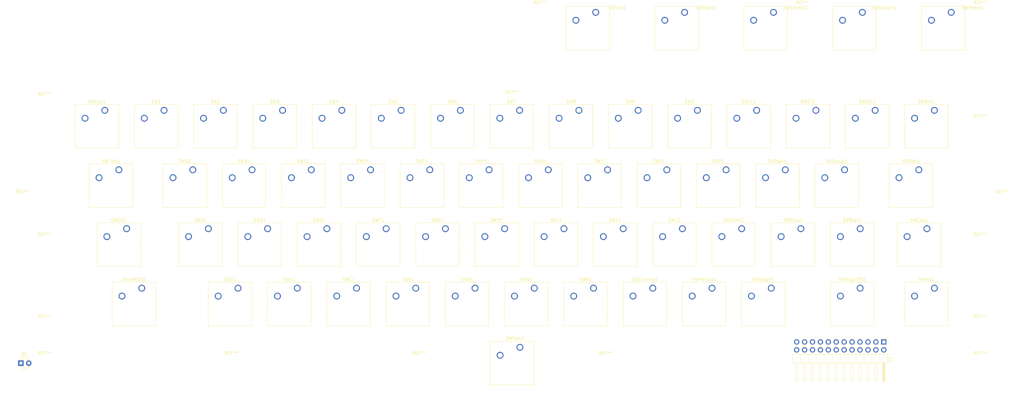
<source format=kicad_pcb>
(kicad_pcb (version 20171130) (host pcbnew "(5.1.9)-1")

  (general
    (thickness 1.6)
    (drawings 0)
    (tracks 0)
    (zones 0)
    (modules 81)
    (nets 25)
  )

  (page A3)
  (layers
    (0 F.Cu signal)
    (31 B.Cu signal)
    (32 B.Adhes user)
    (33 F.Adhes user)
    (34 B.Paste user)
    (35 F.Paste user)
    (36 B.SilkS user)
    (37 F.SilkS user)
    (38 B.Mask user)
    (39 F.Mask user)
    (40 Dwgs.User user)
    (41 Cmts.User user)
    (42 Eco1.User user)
    (43 Eco2.User user)
    (44 Edge.Cuts user)
    (45 Margin user)
    (46 B.CrtYd user)
    (47 F.CrtYd user)
    (48 B.Fab user)
    (49 F.Fab user)
  )

  (setup
    (last_trace_width 0.25)
    (trace_clearance 0.2)
    (zone_clearance 0.508)
    (zone_45_only no)
    (trace_min 0.2)
    (via_size 0.8)
    (via_drill 0.4)
    (via_min_size 0.4)
    (via_min_drill 0.3)
    (uvia_size 0.3)
    (uvia_drill 0.1)
    (uvias_allowed no)
    (uvia_min_size 0.2)
    (uvia_min_drill 0.1)
    (edge_width 0.05)
    (segment_width 0.2)
    (pcb_text_width 0.3)
    (pcb_text_size 1.5 1.5)
    (mod_edge_width 0.12)
    (mod_text_size 1 1)
    (mod_text_width 0.15)
    (pad_size 1.524 1.524)
    (pad_drill 0.762)
    (pad_to_mask_clearance 0)
    (aux_axis_origin 0 0)
    (grid_origin 22.86 22.86)
    (visible_elements FFFFFF7F)
    (pcbplotparams
      (layerselection 0x010fc_ffffffff)
      (usegerberextensions false)
      (usegerberattributes true)
      (usegerberadvancedattributes true)
      (creategerberjobfile true)
      (excludeedgelayer true)
      (linewidth 0.100000)
      (plotframeref false)
      (viasonmask false)
      (mode 1)
      (useauxorigin false)
      (hpglpennumber 1)
      (hpglpenspeed 20)
      (hpglpendiameter 15.000000)
      (psnegative false)
      (psa4output false)
      (plotreference true)
      (plotvalue true)
      (plotinvisibletext false)
      (padsonsilk false)
      (subtractmaskfromsilk false)
      (outputformat 1)
      (mirror false)
      (drillshape 1)
      (scaleselection 1)
      (outputdirectory ""))
  )

  (net 0 "")
  (net 1 "Net-(D1-Pad2)")
  (net 2 "Net-(D1-Pad1)")
  (net 3 "Net-(J1-Pad24)")
  (net 4 "Net-(J1-Pad23)")
  (net 5 "Net-(J1-Pad22)")
  (net 6 "Net-(J1-Pad21)")
  (net 7 "Net-(J1-Pad20)")
  (net 8 "Net-(J1-Pad19)")
  (net 9 "Net-(J1-Pad18)")
  (net 10 "Net-(J1-Pad17)")
  (net 11 "Net-(J1-Pad16)")
  (net 12 "Net-(J1-Pad15)")
  (net 13 "Net-(J1-Pad14)")
  (net 14 "Net-(J1-Pad13)")
  (net 15 "Net-(J1-Pad12)")
  (net 16 "Net-(J1-Pad11)")
  (net 17 "Net-(J1-Pad10)")
  (net 18 "Net-(J1-Pad9)")
  (net 19 "Net-(J1-Pad8)")
  (net 20 "Net-(J1-Pad7)")
  (net 21 "Net-(J1-Pad6)")
  (net 22 "Net-(J1-Pad5)")
  (net 23 "Net-(J1-Pad4)")
  (net 24 "Net-(J1-Pad1)")

  (net_class Default "This is the default net class."
    (clearance 0.2)
    (trace_width 0.25)
    (via_dia 0.8)
    (via_drill 0.4)
    (uvia_dia 0.3)
    (uvia_drill 0.1)
    (add_net "Net-(D1-Pad1)")
    (add_net "Net-(D1-Pad2)")
    (add_net "Net-(J1-Pad1)")
    (add_net "Net-(J1-Pad10)")
    (add_net "Net-(J1-Pad11)")
    (add_net "Net-(J1-Pad12)")
    (add_net "Net-(J1-Pad13)")
    (add_net "Net-(J1-Pad14)")
    (add_net "Net-(J1-Pad15)")
    (add_net "Net-(J1-Pad16)")
    (add_net "Net-(J1-Pad17)")
    (add_net "Net-(J1-Pad18)")
    (add_net "Net-(J1-Pad19)")
    (add_net "Net-(J1-Pad20)")
    (add_net "Net-(J1-Pad21)")
    (add_net "Net-(J1-Pad22)")
    (add_net "Net-(J1-Pad23)")
    (add_net "Net-(J1-Pad24)")
    (add_net "Net-(J1-Pad4)")
    (add_net "Net-(J1-Pad5)")
    (add_net "Net-(J1-Pad6)")
    (add_net "Net-(J1-Pad7)")
    (add_net "Net-(J1-Pad8)")
    (add_net "Net-(J1-Pad9)")
  )

  (module Atari130MX:SixHole (layer F.Cu) (tedit 608512E1) (tstamp 60851516)
    (at 186.86 49.16)
    (fp_text reference REF** (at 0 4) (layer F.SilkS)
      (effects (font (size 1 1) (thickness 0.15)))
    )
    (fp_text value SixHole (at 0 -4) (layer F.Fab)
      (effects (font (size 1 1) (thickness 0.15)))
    )
    (pad "" np_thru_hole circle (at 0 0) (size 6 6) (drill 6) (layers *.Cu *.Mask))
  )

  (module Atari130MX:EightBySixHole (layer F.Cu) (tedit 60851274) (tstamp 6085148B)
    (at 337.06 121.16)
    (fp_text reference REF** (at 0 4) (layer F.SilkS)
      (effects (font (size 1 1) (thickness 0.15)))
    )
    (fp_text value EightBySixHole (at 0 -4) (layer F.Fab)
      (effects (font (size 1 1) (thickness 0.15)))
    )
    (pad "" np_thru_hole oval (at 0 0) (size 8 6) (drill oval 8 6) (layers *.Cu *.Mask))
  )

  (module Atari130MX:EightBySixHole (layer F.Cu) (tedit 60851274) (tstamp 6085146B)
    (at 36.96 121.16)
    (fp_text reference REF** (at 0 4) (layer F.SilkS)
      (effects (font (size 1 1) (thickness 0.15)))
    )
    (fp_text value EightBySixHole (at 0 -4) (layer F.Fab)
      (effects (font (size 1 1) (thickness 0.15)))
    )
    (pad "" np_thru_hole oval (at 0 0) (size 8 6) (drill oval 8 6) (layers *.Cu *.Mask))
  )

  (module Atari130MX:EightPointFiveHole (layer F.Cu) (tedit 60851154) (tstamp 6085141C)
    (at 343.96 80.16)
    (fp_text reference REF** (at 0 5) (layer F.SilkS)
      (effects (font (size 1 1) (thickness 0.15)))
    )
    (fp_text value EightPointFiveHole (at 0 -5) (layer F.Fab)
      (effects (font (size 1 1) (thickness 0.15)))
    )
    (pad "" np_thru_hole circle (at 0 0) (size 8.5 8.5) (drill 8.5) (layers *.Cu *.Mask))
  )

  (module Atari130MX:EightPointFiveHole (layer F.Cu) (tedit 60851154) (tstamp 608513B9)
    (at 29.76 80.16)
    (fp_text reference REF** (at 0 5) (layer F.SilkS)
      (effects (font (size 1 1) (thickness 0.15)))
    )
    (fp_text value EightPointFiveHole (at 0 -5) (layer F.Fab)
      (effects (font (size 1 1) (thickness 0.15)))
    )
    (pad "" np_thru_hole circle (at 0 0) (size 8.5 8.5) (drill 8.5) (layers *.Cu *.Mask))
  )

  (module MountingHole:MountingHole_2.1mm (layer F.Cu) (tedit 5B924765) (tstamp 60850F43)
    (at 216.86 140.16)
    (descr "Mounting Hole 2.1mm, no annular")
    (tags "mounting hole 2.1mm no annular")
    (attr virtual)
    (fp_text reference REF** (at 0 -3.2) (layer F.SilkS)
      (effects (font (size 1 1) (thickness 0.15)))
    )
    (fp_text value MountingHole_2.1mm (at 0 3.2) (layer F.Fab)
      (effects (font (size 1 1) (thickness 0.15)))
    )
    (fp_text user %R (at 0.3 0) (layer F.Fab)
      (effects (font (size 1 1) (thickness 0.15)))
    )
    (fp_circle (center 0 0) (end 2.1 0) (layer Cmts.User) (width 0.15))
    (fp_circle (center 0 0) (end 2.35 0) (layer F.CrtYd) (width 0.05))
    (pad "" np_thru_hole circle (at 0 0) (size 2.1 2.1) (drill 2.1) (layers *.Cu *.Mask))
  )

  (module MountingHole:MountingHole_2.1mm (layer F.Cu) (tedit 5B924765) (tstamp 60850F08)
    (at 156.96 140.16)
    (descr "Mounting Hole 2.1mm, no annular")
    (tags "mounting hole 2.1mm no annular")
    (attr virtual)
    (fp_text reference REF** (at 0 -3.2) (layer F.SilkS)
      (effects (font (size 1 1) (thickness 0.15)))
    )
    (fp_text value MountingHole_2.1mm (at 0 3.2) (layer F.Fab)
      (effects (font (size 1 1) (thickness 0.15)))
    )
    (fp_circle (center 0 0) (end 2.35 0) (layer F.CrtYd) (width 0.05))
    (fp_circle (center 0 0) (end 2.1 0) (layer Cmts.User) (width 0.15))
    (fp_text user %R (at 0.3 0) (layer F.Fab)
      (effects (font (size 1 1) (thickness 0.15)))
    )
    (pad "" np_thru_hole circle (at 0 0) (size 2.1 2.1) (drill 2.1) (layers *.Cu *.Mask))
  )

  (module MountingHole:MountingHole_2.1mm (layer F.Cu) (tedit 5B924765) (tstamp 60850ED4)
    (at 96.86 140.16)
    (descr "Mounting Hole 2.1mm, no annular")
    (tags "mounting hole 2.1mm no annular")
    (attr virtual)
    (fp_text reference REF** (at 0 -3.2) (layer F.SilkS)
      (effects (font (size 1 1) (thickness 0.15)))
    )
    (fp_text value MountingHole_2.1mm (at 0 3.2) (layer F.Fab)
      (effects (font (size 1 1) (thickness 0.15)))
    )
    (fp_text user %R (at 0.3 0) (layer F.Fab)
      (effects (font (size 1 1) (thickness 0.15)))
    )
    (fp_circle (center 0 0) (end 2.1 0) (layer Cmts.User) (width 0.15))
    (fp_circle (center 0 0) (end 2.35 0) (layer F.CrtYd) (width 0.05))
    (pad "" np_thru_hole circle (at 0 0) (size 2.1 2.1) (drill 2.1) (layers *.Cu *.Mask))
  )

  (module MountingHole:MountingHole_2.1mm (layer F.Cu) (tedit 5B924765) (tstamp 60850E15)
    (at 337.06 140.16)
    (descr "Mounting Hole 2.1mm, no annular")
    (tags "mounting hole 2.1mm no annular")
    (attr virtual)
    (fp_text reference REF** (at 0 -3.2) (layer F.SilkS)
      (effects (font (size 1 1) (thickness 0.15)))
    )
    (fp_text value MountingHole_2.1mm (at 0 3.2) (layer F.Fab)
      (effects (font (size 1 1) (thickness 0.15)))
    )
    (fp_circle (center 0 0) (end 2.35 0) (layer F.CrtYd) (width 0.05))
    (fp_circle (center 0 0) (end 2.1 0) (layer Cmts.User) (width 0.15))
    (fp_text user %R (at 0.3 0) (layer F.Fab)
      (effects (font (size 1 1) (thickness 0.15)))
    )
    (pad "" np_thru_hole circle (at 0 0) (size 2.1 2.1) (drill 2.1) (layers *.Cu *.Mask))
  )

  (module MountingHole:MountingHole_2.1mm (layer F.Cu) (tedit 5B924765) (tstamp 60850DC2)
    (at 36.96 140.16)
    (descr "Mounting Hole 2.1mm, no annular")
    (tags "mounting hole 2.1mm no annular")
    (attr virtual)
    (fp_text reference REF** (at 0 -3.2) (layer F.SilkS)
      (effects (font (size 1 1) (thickness 0.15)))
    )
    (fp_text value MountingHole_2.1mm (at 0 3.2) (layer F.Fab)
      (effects (font (size 1 1) (thickness 0.15)))
    )
    (fp_text user %R (at 0.3 0) (layer F.Fab)
      (effects (font (size 1 1) (thickness 0.15)))
    )
    (fp_circle (center 0 0) (end 2.1 0) (layer Cmts.User) (width 0.15))
    (fp_circle (center 0 0) (end 2.35 0) (layer F.CrtYd) (width 0.05))
    (pad "" np_thru_hole circle (at 0 0) (size 2.1 2.1) (drill 2.1) (layers *.Cu *.Mask))
  )

  (module MountingHole:MountingHole_2.1mm (layer F.Cu) (tedit 5B924765) (tstamp 60850D8A)
    (at 36.96 102.06)
    (descr "Mounting Hole 2.1mm, no annular")
    (tags "mounting hole 2.1mm no annular")
    (attr virtual)
    (fp_text reference REF** (at 0 -3.2) (layer F.SilkS)
      (effects (font (size 1 1) (thickness 0.15)))
    )
    (fp_text value MountingHole_2.1mm (at 0 3.2) (layer F.Fab)
      (effects (font (size 1 1) (thickness 0.15)))
    )
    (fp_circle (center 0 0) (end 2.35 0) (layer F.CrtYd) (width 0.05))
    (fp_circle (center 0 0) (end 2.1 0) (layer Cmts.User) (width 0.15))
    (fp_text user %R (at 0.3 0) (layer F.Fab)
      (effects (font (size 1 1) (thickness 0.15)))
    )
    (pad "" np_thru_hole circle (at 0 0) (size 2.1 2.1) (drill 2.1) (layers *.Cu *.Mask))
  )

  (module MountingHole:MountingHole_2.1mm (layer F.Cu) (tedit 5B924765) (tstamp 60850D6C)
    (at 337.06 102.06)
    (descr "Mounting Hole 2.1mm, no annular")
    (tags "mounting hole 2.1mm no annular")
    (attr virtual)
    (fp_text reference REF** (at 0 -3.2) (layer F.SilkS)
      (effects (font (size 1 1) (thickness 0.15)))
    )
    (fp_text value MountingHole_2.1mm (at 0 3.2) (layer F.Fab)
      (effects (font (size 1 1) (thickness 0.15)))
    )
    (fp_circle (center 0 0) (end 2.35 0) (layer F.CrtYd) (width 0.05))
    (fp_circle (center 0 0) (end 2.1 0) (layer Cmts.User) (width 0.15))
    (fp_text user %R (at 0.3 0) (layer F.Fab)
      (effects (font (size 1 1) (thickness 0.15)))
    )
    (pad "" np_thru_hole circle (at 0 0) (size 2.1 2.1) (drill 2.1) (layers *.Cu *.Mask))
  )

  (module MountingHole:MountingHole_2.1mm (layer F.Cu) (tedit 5B924765) (tstamp 60850D50)
    (at 337.06 64.06)
    (descr "Mounting Hole 2.1mm, no annular")
    (tags "mounting hole 2.1mm no annular")
    (attr virtual)
    (fp_text reference REF** (at 0 -3.2) (layer F.SilkS)
      (effects (font (size 1 1) (thickness 0.15)))
    )
    (fp_text value MountingHole_2.1mm (at 0 3.2) (layer F.Fab)
      (effects (font (size 1 1) (thickness 0.15)))
    )
    (fp_text user %R (at 0.3 0) (layer F.Fab)
      (effects (font (size 1 1) (thickness 0.15)))
    )
    (fp_circle (center 0 0) (end 2.1 0) (layer Cmts.User) (width 0.15))
    (fp_circle (center 0 0) (end 2.35 0) (layer F.CrtYd) (width 0.05))
    (pad "" np_thru_hole circle (at 0 0) (size 2.1 2.1) (drill 2.1) (layers *.Cu *.Mask))
  )

  (module MountingHole:MountingHole_2.1mm (layer F.Cu) (tedit 5B924765) (tstamp 60850CF2)
    (at 337.06 27.61)
    (descr "Mounting Hole 2.1mm, no annular")
    (tags "mounting hole 2.1mm no annular")
    (attr virtual)
    (fp_text reference REF** (at 0 -3.2) (layer F.SilkS)
      (effects (font (size 1 1) (thickness 0.15)))
    )
    (fp_text value MountingHole_2.1mm (at 0 3.2) (layer F.Fab)
      (effects (font (size 1 1) (thickness 0.15)))
    )
    (fp_text user %R (at 0.3 0) (layer F.Fab)
      (effects (font (size 1 1) (thickness 0.15)))
    )
    (fp_circle (center 0 0) (end 2.1 0) (layer Cmts.User) (width 0.15))
    (fp_circle (center 0 0) (end 2.35 0) (layer F.CrtYd) (width 0.05))
    (pad "" np_thru_hole circle (at 0 0) (size 2.1 2.1) (drill 2.1) (layers *.Cu *.Mask))
  )

  (module MountingHole:MountingHole_2.1mm (layer F.Cu) (tedit 5B924765) (tstamp 60850C5C)
    (at 279.96 27.61)
    (descr "Mounting Hole 2.1mm, no annular")
    (tags "mounting hole 2.1mm no annular")
    (attr virtual)
    (fp_text reference REF** (at 0 -3.2) (layer F.SilkS)
      (effects (font (size 1 1) (thickness 0.15)))
    )
    (fp_text value MountingHole_2.1mm (at 0 3.2) (layer F.Fab)
      (effects (font (size 1 1) (thickness 0.15)))
    )
    (fp_text user %R (at 0.3 0) (layer F.Fab)
      (effects (font (size 1 1) (thickness 0.15)))
    )
    (fp_circle (center 0 0) (end 2.1 0) (layer Cmts.User) (width 0.15))
    (fp_circle (center 0 0) (end 2.35 0) (layer F.CrtYd) (width 0.05))
    (pad "" np_thru_hole circle (at 0 0) (size 2.1 2.1) (drill 2.1) (layers *.Cu *.Mask))
  )

  (module MountingHole:MountingHole_2.1mm (layer F.Cu) (tedit 5B924765) (tstamp 60850AE3)
    (at 195.86 27.61)
    (descr "Mounting Hole 2.1mm, no annular")
    (tags "mounting hole 2.1mm no annular")
    (attr virtual)
    (fp_text reference REF** (at 0 -3.2) (layer F.SilkS)
      (effects (font (size 1 1) (thickness 0.15)))
    )
    (fp_text value MountingHole_2.1mm (at 0 3.2) (layer F.Fab)
      (effects (font (size 1 1) (thickness 0.15)))
    )
    (fp_text user %R (at 0.3 0) (layer F.Fab)
      (effects (font (size 1 1) (thickness 0.15)))
    )
    (fp_circle (center 0 0) (end 2.1 0) (layer Cmts.User) (width 0.15))
    (fp_circle (center 0 0) (end 2.35 0) (layer F.CrtYd) (width 0.05))
    (pad "" np_thru_hole circle (at 0 0) (size 2.1 2.1) (drill 2.1) (layers *.Cu *.Mask))
  )

  (module MountingHole:MountingHole_2.1mm (layer F.Cu) (tedit 5B924765) (tstamp 6085056E)
    (at 36.96 56.96)
    (descr "Mounting Hole 2.1mm, no annular")
    (tags "mounting hole 2.1mm no annular")
    (attr virtual)
    (fp_text reference REF** (at 0 -3.2) (layer F.SilkS)
      (effects (font (size 1 1) (thickness 0.15)))
    )
    (fp_text value MountingHole_2.1mm (at 0 3.2) (layer F.Fab)
      (effects (font (size 1 1) (thickness 0.15)))
    )
    (fp_text user %R (at 0.3 0) (layer F.Fab)
      (effects (font (size 1 1) (thickness 0.15)))
    )
    (fp_circle (center 0 0) (end 2.1 0) (layer Cmts.User) (width 0.15))
    (fp_circle (center 0 0) (end 2.35 0) (layer F.CrtYd) (width 0.05))
    (pad "" np_thru_hole circle (at 0 0) (size 2.1 2.1) (drill 2.1) (layers *.Cu *.Mask))
  )

  (module Atari130MX:SW_Cherry_MX_1.00u_PCB (layer F.Cu) (tedit 60810CB0) (tstamp 60826667)
    (at 96.46 121.16)
    (descr "Cherry MX keyswitch, 1.00u, PCB mount, http://cherryamericas.com/wp-content/uploads/2014/12/mx_cat.pdf")
    (tags "Cherry MX keyswitch 1.00u PCB")
    (path /60949779)
    (fp_text reference SWZ1 (at 0 -7.874) (layer F.SilkS)
      (effects (font (size 1 1) (thickness 0.15)))
    )
    (fp_text value SW_Push_45deg (at 0 7.874) (layer F.Fab)
      (effects (font (size 1 1) (thickness 0.15)))
    )
    (fp_text user %R (at 0 -7.874) (layer F.Fab)
      (effects (font (size 1 1) (thickness 0.15)))
    )
    (fp_line (start -6.985 6.985) (end -6.985 -6.985) (layer F.SilkS) (width 0.12))
    (fp_line (start 6.985 6.985) (end -6.985 6.985) (layer F.SilkS) (width 0.12))
    (fp_line (start 6.985 -6.985) (end 6.985 6.985) (layer F.SilkS) (width 0.12))
    (fp_line (start -6.985 -6.985) (end 6.985 -6.985) (layer F.SilkS) (width 0.12))
    (fp_line (start -9.525 9.525) (end -9.525 -9.525) (layer Dwgs.User) (width 0.15))
    (fp_line (start 9.525 9.525) (end -9.525 9.525) (layer Dwgs.User) (width 0.15))
    (fp_line (start 9.525 -9.525) (end 9.525 9.525) (layer Dwgs.User) (width 0.15))
    (fp_line (start -9.525 -9.525) (end 9.525 -9.525) (layer Dwgs.User) (width 0.15))
    (fp_line (start -6.6 -6.6) (end 6.6 -6.6) (layer F.CrtYd) (width 0.05))
    (fp_line (start 6.6 -6.6) (end 6.6 6.6) (layer F.CrtYd) (width 0.05))
    (fp_line (start 6.6 6.6) (end -6.6 6.6) (layer F.CrtYd) (width 0.05))
    (fp_line (start -6.6 6.6) (end -6.6 -6.6) (layer F.CrtYd) (width 0.05))
    (fp_line (start -6.35 6.35) (end -6.35 -6.35) (layer F.Fab) (width 0.1))
    (fp_line (start 6.35 6.35) (end -6.35 6.35) (layer F.Fab) (width 0.1))
    (fp_line (start 6.35 -6.35) (end 6.35 6.35) (layer F.Fab) (width 0.1))
    (fp_line (start -6.35 -6.35) (end 6.35 -6.35) (layer F.Fab) (width 0.1))
    (pad "" np_thru_hole circle (at 5.08 0) (size 1.7 1.7) (drill 1.7) (layers *.Cu *.Mask))
    (pad "" np_thru_hole circle (at -5.08 0) (size 1.7 1.7) (drill 1.7) (layers *.Cu *.Mask))
    (pad "" np_thru_hole circle (at 0 0) (size 4 4) (drill 4) (layers *.Cu *.Mask))
    (pad 2 thru_hole circle (at -3.81 -2.54) (size 2.2 2.2) (drill 1.5) (layers *.Cu *.Mask)
      (net 21 "Net-(J1-Pad6)"))
    (pad 1 thru_hole circle (at 2.54 -5.08) (size 2.2 2.2) (drill 1.5) (layers *.Cu *.Mask)
      (net 10 "Net-(J1-Pad17)"))
    (model ${KISYS3DMOD}/Button_Switch_Keyboard.3dshapes/SW_Cherry_MX_1.00u_PCB.wrl
      (at (xyz 0 0 0))
      (scale (xyz 1 1 1))
      (rotate (xyz 0 0 0))
    )
  )

  (module Atari130MX:SW_Cherry_MX_1.00u_PCB (layer F.Cu) (tedit 60810CB0) (tstamp 6082C6BD)
    (at 176.96 83.16)
    (descr "Cherry MX keyswitch, 1.00u, PCB mount, http://cherryamericas.com/wp-content/uploads/2014/12/mx_cat.pdf")
    (tags "Cherry MX keyswitch 1.00u PCB")
    (path /609369CB)
    (fp_text reference SWY1 (at 0 -7.874) (layer F.SilkS)
      (effects (font (size 1 1) (thickness 0.15)))
    )
    (fp_text value SW_Push_45deg (at 0 7.874) (layer F.Fab)
      (effects (font (size 1 1) (thickness 0.15)))
    )
    (fp_text user %R (at 0 -7.874) (layer F.Fab)
      (effects (font (size 1 1) (thickness 0.15)))
    )
    (fp_line (start -6.985 6.985) (end -6.985 -6.985) (layer F.SilkS) (width 0.12))
    (fp_line (start 6.985 6.985) (end -6.985 6.985) (layer F.SilkS) (width 0.12))
    (fp_line (start 6.985 -6.985) (end 6.985 6.985) (layer F.SilkS) (width 0.12))
    (fp_line (start -6.985 -6.985) (end 6.985 -6.985) (layer F.SilkS) (width 0.12))
    (fp_line (start -9.525 9.525) (end -9.525 -9.525) (layer Dwgs.User) (width 0.15))
    (fp_line (start 9.525 9.525) (end -9.525 9.525) (layer Dwgs.User) (width 0.15))
    (fp_line (start 9.525 -9.525) (end 9.525 9.525) (layer Dwgs.User) (width 0.15))
    (fp_line (start -9.525 -9.525) (end 9.525 -9.525) (layer Dwgs.User) (width 0.15))
    (fp_line (start -6.6 -6.6) (end 6.6 -6.6) (layer F.CrtYd) (width 0.05))
    (fp_line (start 6.6 -6.6) (end 6.6 6.6) (layer F.CrtYd) (width 0.05))
    (fp_line (start 6.6 6.6) (end -6.6 6.6) (layer F.CrtYd) (width 0.05))
    (fp_line (start -6.6 6.6) (end -6.6 -6.6) (layer F.CrtYd) (width 0.05))
    (fp_line (start -6.35 6.35) (end -6.35 -6.35) (layer F.Fab) (width 0.1))
    (fp_line (start 6.35 6.35) (end -6.35 6.35) (layer F.Fab) (width 0.1))
    (fp_line (start 6.35 -6.35) (end 6.35 6.35) (layer F.Fab) (width 0.1))
    (fp_line (start -6.35 -6.35) (end 6.35 -6.35) (layer F.Fab) (width 0.1))
    (pad "" np_thru_hole circle (at 5.08 0) (size 1.7 1.7) (drill 1.7) (layers *.Cu *.Mask))
    (pad "" np_thru_hole circle (at -5.08 0) (size 1.7 1.7) (drill 1.7) (layers *.Cu *.Mask))
    (pad "" np_thru_hole circle (at 0 0) (size 4 4) (drill 4) (layers *.Cu *.Mask))
    (pad 2 thru_hole circle (at -3.81 -2.54) (size 2.2 2.2) (drill 1.5) (layers *.Cu *.Mask)
      (net 12 "Net-(J1-Pad15)"))
    (pad 1 thru_hole circle (at 2.54 -5.08) (size 2.2 2.2) (drill 1.5) (layers *.Cu *.Mask)
      (net 8 "Net-(J1-Pad19)"))
    (model ${KISYS3DMOD}/Button_Switch_Keyboard.3dshapes/SW_Cherry_MX_1.00u_PCB.wrl
      (at (xyz 0 0 0))
      (scale (xyz 1 1 1))
      (rotate (xyz 0 0 0))
    )
  )

  (module Atari130MX:SW_Cherry_MX_1.00u_PCB (layer F.Cu) (tedit 60810CB0) (tstamp 60826633)
    (at 115.46 121.16)
    (descr "Cherry MX keyswitch, 1.00u, PCB mount, http://cherryamericas.com/wp-content/uploads/2014/12/mx_cat.pdf")
    (tags "Cherry MX keyswitch 1.00u PCB")
    (path /60945E3B)
    (fp_text reference SWX1 (at 0 -7.874) (layer F.SilkS)
      (effects (font (size 1 1) (thickness 0.15)))
    )
    (fp_text value SW_Push_45deg (at 0 7.874) (layer F.Fab)
      (effects (font (size 1 1) (thickness 0.15)))
    )
    (fp_text user %R (at 0 -7.874) (layer F.Fab)
      (effects (font (size 1 1) (thickness 0.15)))
    )
    (fp_line (start -6.985 6.985) (end -6.985 -6.985) (layer F.SilkS) (width 0.12))
    (fp_line (start 6.985 6.985) (end -6.985 6.985) (layer F.SilkS) (width 0.12))
    (fp_line (start 6.985 -6.985) (end 6.985 6.985) (layer F.SilkS) (width 0.12))
    (fp_line (start -6.985 -6.985) (end 6.985 -6.985) (layer F.SilkS) (width 0.12))
    (fp_line (start -9.525 9.525) (end -9.525 -9.525) (layer Dwgs.User) (width 0.15))
    (fp_line (start 9.525 9.525) (end -9.525 9.525) (layer Dwgs.User) (width 0.15))
    (fp_line (start 9.525 -9.525) (end 9.525 9.525) (layer Dwgs.User) (width 0.15))
    (fp_line (start -9.525 -9.525) (end 9.525 -9.525) (layer Dwgs.User) (width 0.15))
    (fp_line (start -6.6 -6.6) (end 6.6 -6.6) (layer F.CrtYd) (width 0.05))
    (fp_line (start 6.6 -6.6) (end 6.6 6.6) (layer F.CrtYd) (width 0.05))
    (fp_line (start 6.6 6.6) (end -6.6 6.6) (layer F.CrtYd) (width 0.05))
    (fp_line (start -6.6 6.6) (end -6.6 -6.6) (layer F.CrtYd) (width 0.05))
    (fp_line (start -6.35 6.35) (end -6.35 -6.35) (layer F.Fab) (width 0.1))
    (fp_line (start 6.35 6.35) (end -6.35 6.35) (layer F.Fab) (width 0.1))
    (fp_line (start 6.35 -6.35) (end 6.35 6.35) (layer F.Fab) (width 0.1))
    (fp_line (start -6.35 -6.35) (end 6.35 -6.35) (layer F.Fab) (width 0.1))
    (pad "" np_thru_hole circle (at 5.08 0) (size 1.7 1.7) (drill 1.7) (layers *.Cu *.Mask))
    (pad "" np_thru_hole circle (at -5.08 0) (size 1.7 1.7) (drill 1.7) (layers *.Cu *.Mask))
    (pad "" np_thru_hole circle (at 0 0) (size 4 4) (drill 4) (layers *.Cu *.Mask))
    (pad 2 thru_hole circle (at -3.81 -2.54) (size 2.2 2.2) (drill 1.5) (layers *.Cu *.Mask)
      (net 21 "Net-(J1-Pad6)"))
    (pad 1 thru_hole circle (at 2.54 -5.08) (size 2.2 2.2) (drill 1.5) (layers *.Cu *.Mask)
      (net 16 "Net-(J1-Pad11)"))
    (model ${KISYS3DMOD}/Button_Switch_Keyboard.3dshapes/SW_Cherry_MX_1.00u_PCB.wrl
      (at (xyz 0 0 0))
      (scale (xyz 1 1 1))
      (rotate (xyz 0 0 0))
    )
  )

  (module Atari130MX:SW_Cherry_MX_1.00u_PCB (layer F.Cu) (tedit 60810CB0) (tstamp 6082C672)
    (at 100.96 83.16)
    (descr "Cherry MX keyswitch, 1.00u, PCB mount, http://cherryamericas.com/wp-content/uploads/2014/12/mx_cat.pdf")
    (tags "Cherry MX keyswitch 1.00u PCB")
    (path /60945E53)
    (fp_text reference SWW1 (at 0 -7.874) (layer F.SilkS)
      (effects (font (size 1 1) (thickness 0.15)))
    )
    (fp_text value SW_Push_45deg (at 0 7.874) (layer F.Fab)
      (effects (font (size 1 1) (thickness 0.15)))
    )
    (fp_text user %R (at 0 -7.874) (layer F.Fab)
      (effects (font (size 1 1) (thickness 0.15)))
    )
    (fp_line (start -6.985 6.985) (end -6.985 -6.985) (layer F.SilkS) (width 0.12))
    (fp_line (start 6.985 6.985) (end -6.985 6.985) (layer F.SilkS) (width 0.12))
    (fp_line (start 6.985 -6.985) (end 6.985 6.985) (layer F.SilkS) (width 0.12))
    (fp_line (start -6.985 -6.985) (end 6.985 -6.985) (layer F.SilkS) (width 0.12))
    (fp_line (start -9.525 9.525) (end -9.525 -9.525) (layer Dwgs.User) (width 0.15))
    (fp_line (start 9.525 9.525) (end -9.525 9.525) (layer Dwgs.User) (width 0.15))
    (fp_line (start 9.525 -9.525) (end 9.525 9.525) (layer Dwgs.User) (width 0.15))
    (fp_line (start -9.525 -9.525) (end 9.525 -9.525) (layer Dwgs.User) (width 0.15))
    (fp_line (start -6.6 -6.6) (end 6.6 -6.6) (layer F.CrtYd) (width 0.05))
    (fp_line (start 6.6 -6.6) (end 6.6 6.6) (layer F.CrtYd) (width 0.05))
    (fp_line (start 6.6 6.6) (end -6.6 6.6) (layer F.CrtYd) (width 0.05))
    (fp_line (start -6.6 6.6) (end -6.6 -6.6) (layer F.CrtYd) (width 0.05))
    (fp_line (start -6.35 6.35) (end -6.35 -6.35) (layer F.Fab) (width 0.1))
    (fp_line (start 6.35 6.35) (end -6.35 6.35) (layer F.Fab) (width 0.1))
    (fp_line (start 6.35 -6.35) (end 6.35 6.35) (layer F.Fab) (width 0.1))
    (fp_line (start -6.35 -6.35) (end 6.35 -6.35) (layer F.Fab) (width 0.1))
    (pad "" np_thru_hole circle (at 5.08 0) (size 1.7 1.7) (drill 1.7) (layers *.Cu *.Mask))
    (pad "" np_thru_hole circle (at -5.08 0) (size 1.7 1.7) (drill 1.7) (layers *.Cu *.Mask))
    (pad "" np_thru_hole circle (at 0 0) (size 4 4) (drill 4) (layers *.Cu *.Mask))
    (pad 2 thru_hole circle (at -3.81 -2.54) (size 2.2 2.2) (drill 1.5) (layers *.Cu *.Mask)
      (net 12 "Net-(J1-Pad15)"))
    (pad 1 thru_hole circle (at 2.54 -5.08) (size 2.2 2.2) (drill 1.5) (layers *.Cu *.Mask)
      (net 16 "Net-(J1-Pad11)"))
    (model ${KISYS3DMOD}/Button_Switch_Keyboard.3dshapes/SW_Cherry_MX_1.00u_PCB.wrl
      (at (xyz 0 0 0))
      (scale (xyz 1 1 1))
      (rotate (xyz 0 0 0))
    )
  )

  (module Atari130MX:SW_Cherry_MX_1.00u_PCB (layer F.Cu) (tedit 60810CB0) (tstamp 608265FF)
    (at 153.46 121.16)
    (descr "Cherry MX keyswitch, 1.00u, PCB mount, http://cherryamericas.com/wp-content/uploads/2014/12/mx_cat.pdf")
    (tags "Cherry MX keyswitch 1.00u PCB")
    (path /60940F77)
    (fp_text reference SWV1 (at 0 -7.874) (layer F.SilkS)
      (effects (font (size 1 1) (thickness 0.15)))
    )
    (fp_text value SW_Push_45deg (at 0 7.874) (layer F.Fab)
      (effects (font (size 1 1) (thickness 0.15)))
    )
    (fp_text user %R (at 0 -7.874) (layer F.Fab)
      (effects (font (size 1 1) (thickness 0.15)))
    )
    (fp_line (start -6.985 6.985) (end -6.985 -6.985) (layer F.SilkS) (width 0.12))
    (fp_line (start 6.985 6.985) (end -6.985 6.985) (layer F.SilkS) (width 0.12))
    (fp_line (start 6.985 -6.985) (end 6.985 6.985) (layer F.SilkS) (width 0.12))
    (fp_line (start -6.985 -6.985) (end 6.985 -6.985) (layer F.SilkS) (width 0.12))
    (fp_line (start -9.525 9.525) (end -9.525 -9.525) (layer Dwgs.User) (width 0.15))
    (fp_line (start 9.525 9.525) (end -9.525 9.525) (layer Dwgs.User) (width 0.15))
    (fp_line (start 9.525 -9.525) (end 9.525 9.525) (layer Dwgs.User) (width 0.15))
    (fp_line (start -9.525 -9.525) (end 9.525 -9.525) (layer Dwgs.User) (width 0.15))
    (fp_line (start -6.6 -6.6) (end 6.6 -6.6) (layer F.CrtYd) (width 0.05))
    (fp_line (start 6.6 -6.6) (end 6.6 6.6) (layer F.CrtYd) (width 0.05))
    (fp_line (start 6.6 6.6) (end -6.6 6.6) (layer F.CrtYd) (width 0.05))
    (fp_line (start -6.6 6.6) (end -6.6 -6.6) (layer F.CrtYd) (width 0.05))
    (fp_line (start -6.35 6.35) (end -6.35 -6.35) (layer F.Fab) (width 0.1))
    (fp_line (start 6.35 6.35) (end -6.35 6.35) (layer F.Fab) (width 0.1))
    (fp_line (start 6.35 -6.35) (end 6.35 6.35) (layer F.Fab) (width 0.1))
    (fp_line (start -6.35 -6.35) (end 6.35 -6.35) (layer F.Fab) (width 0.1))
    (pad "" np_thru_hole circle (at 5.08 0) (size 1.7 1.7) (drill 1.7) (layers *.Cu *.Mask))
    (pad "" np_thru_hole circle (at -5.08 0) (size 1.7 1.7) (drill 1.7) (layers *.Cu *.Mask))
    (pad "" np_thru_hole circle (at 0 0) (size 4 4) (drill 4) (layers *.Cu *.Mask))
    (pad 2 thru_hole circle (at -3.81 -2.54) (size 2.2 2.2) (drill 1.5) (layers *.Cu *.Mask)
      (net 21 "Net-(J1-Pad6)"))
    (pad 1 thru_hole circle (at 2.54 -5.08) (size 2.2 2.2) (drill 1.5) (layers *.Cu *.Mask)
      (net 18 "Net-(J1-Pad9)"))
    (model ${KISYS3DMOD}/Button_Switch_Keyboard.3dshapes/SW_Cherry_MX_1.00u_PCB.wrl
      (at (xyz 0 0 0))
      (scale (xyz 1 1 1))
      (rotate (xyz 0 0 0))
    )
  )

  (module Atari130MX:SW_Cherry_MX_1.00u_PCB (layer F.Cu) (tedit 60810CB0) (tstamp 6082C753)
    (at 195.96 83.16)
    (descr "Cherry MX keyswitch, 1.00u, PCB mount, http://cherryamericas.com/wp-content/uploads/2014/12/mx_cat.pdf")
    (tags "Cherry MX keyswitch 1.00u PCB")
    (path /609369C5)
    (fp_text reference SWU1 (at 0 -7.874) (layer F.SilkS)
      (effects (font (size 1 1) (thickness 0.15)))
    )
    (fp_text value SW_Push_45deg (at 0 7.874) (layer F.Fab)
      (effects (font (size 1 1) (thickness 0.15)))
    )
    (fp_text user %R (at 0 -7.874) (layer F.Fab)
      (effects (font (size 1 1) (thickness 0.15)))
    )
    (fp_line (start -6.985 6.985) (end -6.985 -6.985) (layer F.SilkS) (width 0.12))
    (fp_line (start 6.985 6.985) (end -6.985 6.985) (layer F.SilkS) (width 0.12))
    (fp_line (start 6.985 -6.985) (end 6.985 6.985) (layer F.SilkS) (width 0.12))
    (fp_line (start -6.985 -6.985) (end 6.985 -6.985) (layer F.SilkS) (width 0.12))
    (fp_line (start -9.525 9.525) (end -9.525 -9.525) (layer Dwgs.User) (width 0.15))
    (fp_line (start 9.525 9.525) (end -9.525 9.525) (layer Dwgs.User) (width 0.15))
    (fp_line (start 9.525 -9.525) (end 9.525 9.525) (layer Dwgs.User) (width 0.15))
    (fp_line (start -9.525 -9.525) (end 9.525 -9.525) (layer Dwgs.User) (width 0.15))
    (fp_line (start -6.6 -6.6) (end 6.6 -6.6) (layer F.CrtYd) (width 0.05))
    (fp_line (start 6.6 -6.6) (end 6.6 6.6) (layer F.CrtYd) (width 0.05))
    (fp_line (start 6.6 6.6) (end -6.6 6.6) (layer F.CrtYd) (width 0.05))
    (fp_line (start -6.6 6.6) (end -6.6 -6.6) (layer F.CrtYd) (width 0.05))
    (fp_line (start -6.35 6.35) (end -6.35 -6.35) (layer F.Fab) (width 0.1))
    (fp_line (start 6.35 6.35) (end -6.35 6.35) (layer F.Fab) (width 0.1))
    (fp_line (start 6.35 -6.35) (end 6.35 6.35) (layer F.Fab) (width 0.1))
    (fp_line (start -6.35 -6.35) (end 6.35 -6.35) (layer F.Fab) (width 0.1))
    (pad "" np_thru_hole circle (at 5.08 0) (size 1.7 1.7) (drill 1.7) (layers *.Cu *.Mask))
    (pad "" np_thru_hole circle (at -5.08 0) (size 1.7 1.7) (drill 1.7) (layers *.Cu *.Mask))
    (pad "" np_thru_hole circle (at 0 0) (size 4 4) (drill 4) (layers *.Cu *.Mask))
    (pad 2 thru_hole circle (at -3.81 -2.54) (size 2.2 2.2) (drill 1.5) (layers *.Cu *.Mask)
      (net 15 "Net-(J1-Pad12)"))
    (pad 1 thru_hole circle (at 2.54 -5.08) (size 2.2 2.2) (drill 1.5) (layers *.Cu *.Mask)
      (net 8 "Net-(J1-Pad19)"))
    (model ${KISYS3DMOD}/Button_Switch_Keyboard.3dshapes/SW_Cherry_MX_1.00u_PCB.wrl
      (at (xyz 0 0 0))
      (scale (xyz 1 1 1))
      (rotate (xyz 0 0 0))
    )
  )

  (module Atari130MX:SW_Cherry_MX_1.50u_PCB (layer F.Cu) (tedit 60824F57) (tstamp 6082C79E)
    (at 58.26 83.16)
    (descr "Cherry MX keyswitch, 1.50u, PCB mount, http://cherryamericas.com/wp-content/uploads/2014/12/mx_cat.pdf")
    (tags "Cherry MX keyswitch 1.50u PCB")
    (path /6094AE4D)
    (fp_text reference SWTab1 (at 0 -7.874) (layer F.SilkS)
      (effects (font (size 1 1) (thickness 0.15)))
    )
    (fp_text value SW_Push_45deg (at 0 7.874) (layer F.Fab)
      (effects (font (size 1 1) (thickness 0.15)))
    )
    (fp_text user %R (at 0 -7.874) (layer F.Fab)
      (effects (font (size 1 1) (thickness 0.15)))
    )
    (fp_line (start -6.985 6.985) (end -6.985 -6.985) (layer F.SilkS) (width 0.12))
    (fp_line (start 6.985 6.985) (end -6.985 6.985) (layer F.SilkS) (width 0.12))
    (fp_line (start 6.985 -6.985) (end 6.985 6.985) (layer F.SilkS) (width 0.12))
    (fp_line (start -6.985 -6.985) (end 6.985 -6.985) (layer F.SilkS) (width 0.12))
    (fp_line (start -14.2875 9.525) (end -14.2875 -9.525) (layer Dwgs.User) (width 0.15))
    (fp_line (start 14.2875 9.525) (end -14.2875 9.525) (layer Dwgs.User) (width 0.15))
    (fp_line (start 14.2875 -9.525) (end 14.2875 9.525) (layer Dwgs.User) (width 0.15))
    (fp_line (start -14.2875 -9.525) (end 14.2875 -9.525) (layer Dwgs.User) (width 0.15))
    (fp_line (start -6.6 -6.6) (end 6.6 -6.6) (layer F.CrtYd) (width 0.05))
    (fp_line (start 6.6 -6.6) (end 6.6 6.6) (layer F.CrtYd) (width 0.05))
    (fp_line (start 6.6 6.6) (end -6.6 6.6) (layer F.CrtYd) (width 0.05))
    (fp_line (start -6.6 6.6) (end -6.6 -6.6) (layer F.CrtYd) (width 0.05))
    (fp_line (start -6.35 6.35) (end -6.35 -6.35) (layer F.Fab) (width 0.1))
    (fp_line (start 6.35 6.35) (end -6.35 6.35) (layer F.Fab) (width 0.1))
    (fp_line (start 6.35 -6.35) (end 6.35 6.35) (layer F.Fab) (width 0.1))
    (fp_line (start -6.35 -6.35) (end 6.35 -6.35) (layer F.Fab) (width 0.1))
    (pad "" np_thru_hole circle (at 5.08 0) (size 1.7 1.7) (drill 1.7) (layers *.Cu *.Mask))
    (pad "" np_thru_hole circle (at -5.08 0) (size 1.7 1.7) (drill 1.7) (layers *.Cu *.Mask))
    (pad "" np_thru_hole circle (at 0 0) (size 4 4) (drill 4) (layers *.Cu *.Mask))
    (pad 2 thru_hole circle (at -3.81 -2.54) (size 2.2 2.2) (drill 1.5) (layers *.Cu *.Mask)
      (net 12 "Net-(J1-Pad15)"))
    (pad 1 thru_hole circle (at 2.54 -5.08) (size 2.2 2.2) (drill 1.5) (layers *.Cu *.Mask)
      (net 11 "Net-(J1-Pad16)"))
    (model ${KISYS3DMOD}/Button_Switch_Keyboard.3dshapes/SW_Cherry_MX_1.50u_PCB.wrl
      (at (xyz 0 0 0))
      (scale (xyz 1 1 1))
      (rotate (xyz 0 0 0))
    )
  )

  (module Atari130MX:SW_Cherry_MX_1.00u_PCB (layer F.Cu) (tedit 60810CB0) (tstamp 6082C708)
    (at 157.96 83.16)
    (descr "Cherry MX keyswitch, 1.00u, PCB mount, http://cherryamericas.com/wp-content/uploads/2014/12/mx_cat.pdf")
    (tags "Cherry MX keyswitch 1.00u PCB")
    (path /6093EBF1)
    (fp_text reference SWT1 (at 0 -7.874) (layer F.SilkS)
      (effects (font (size 1 1) (thickness 0.15)))
    )
    (fp_text value SW_Push_45deg (at 0 7.874) (layer F.Fab)
      (effects (font (size 1 1) (thickness 0.15)))
    )
    (fp_text user %R (at 0 -7.874) (layer F.Fab)
      (effects (font (size 1 1) (thickness 0.15)))
    )
    (fp_line (start -6.985 6.985) (end -6.985 -6.985) (layer F.SilkS) (width 0.12))
    (fp_line (start 6.985 6.985) (end -6.985 6.985) (layer F.SilkS) (width 0.12))
    (fp_line (start 6.985 -6.985) (end 6.985 6.985) (layer F.SilkS) (width 0.12))
    (fp_line (start -6.985 -6.985) (end 6.985 -6.985) (layer F.SilkS) (width 0.12))
    (fp_line (start -9.525 9.525) (end -9.525 -9.525) (layer Dwgs.User) (width 0.15))
    (fp_line (start 9.525 9.525) (end -9.525 9.525) (layer Dwgs.User) (width 0.15))
    (fp_line (start 9.525 -9.525) (end 9.525 9.525) (layer Dwgs.User) (width 0.15))
    (fp_line (start -9.525 -9.525) (end 9.525 -9.525) (layer Dwgs.User) (width 0.15))
    (fp_line (start -6.6 -6.6) (end 6.6 -6.6) (layer F.CrtYd) (width 0.05))
    (fp_line (start 6.6 -6.6) (end 6.6 6.6) (layer F.CrtYd) (width 0.05))
    (fp_line (start 6.6 6.6) (end -6.6 6.6) (layer F.CrtYd) (width 0.05))
    (fp_line (start -6.6 6.6) (end -6.6 -6.6) (layer F.CrtYd) (width 0.05))
    (fp_line (start -6.35 6.35) (end -6.35 -6.35) (layer F.Fab) (width 0.1))
    (fp_line (start 6.35 6.35) (end -6.35 6.35) (layer F.Fab) (width 0.1))
    (fp_line (start 6.35 -6.35) (end 6.35 6.35) (layer F.Fab) (width 0.1))
    (fp_line (start -6.35 -6.35) (end 6.35 -6.35) (layer F.Fab) (width 0.1))
    (pad "" np_thru_hole circle (at 5.08 0) (size 1.7 1.7) (drill 1.7) (layers *.Cu *.Mask))
    (pad "" np_thru_hole circle (at -5.08 0) (size 1.7 1.7) (drill 1.7) (layers *.Cu *.Mask))
    (pad "" np_thru_hole circle (at 0 0) (size 4 4) (drill 4) (layers *.Cu *.Mask))
    (pad 2 thru_hole circle (at -3.81 -2.54) (size 2.2 2.2) (drill 1.5) (layers *.Cu *.Mask)
      (net 12 "Net-(J1-Pad15)"))
    (pad 1 thru_hole circle (at 2.54 -5.08) (size 2.2 2.2) (drill 1.5) (layers *.Cu *.Mask)
      (net 19 "Net-(J1-Pad8)"))
    (model ${KISYS3DMOD}/Button_Switch_Keyboard.3dshapes/SW_Cherry_MX_1.00u_PCB.wrl
      (at (xyz 0 0 0))
      (scale (xyz 1 1 1))
      (rotate (xyz 0 0 0))
    )
  )

  (module Atari130MX:SW_Cherry_MX_1.50u_Atari_Fn_PCB (layer F.Cu) (tedit 6080F90E) (tstamp 60826597)
    (at 239.66 32.61)
    (descr "Modified 1.5 footprint for Cherry MX mounted Atari XE function keys")
    (path /6094FA1B)
    (fp_text reference SWStart1 (at 9.54 -6.58) (layer F.SilkS)
      (effects (font (size 1 1) (thickness 0.15)))
    )
    (fp_text value SW_Push_45deg (at -7.96 7.92) (layer F.Fab)
      (effects (font (size 1 1) (thickness 0.15)))
    )
    (fp_line (start 6.6 -6.6) (end 6.6 6.6) (layer F.CrtYd) (width 0.05))
    (fp_line (start 4 9.07) (end -22 9.07) (layer Dwgs.User) (width 0.15))
    (fp_line (start -6.6 -6.6) (end 6.6 -6.6) (layer F.CrtYd) (width 0.05))
    (fp_line (start 22 -8.93) (end 4 9.07) (layer Dwgs.User) (width 0.15))
    (fp_line (start -6.6 6.6) (end -6.6 -6.6) (layer F.CrtYd) (width 0.05))
    (fp_line (start 6.6 6.6) (end -6.6 6.6) (layer F.CrtYd) (width 0.05))
    (fp_line (start -22 9.07) (end -4 -8.93) (layer Dwgs.User) (width 0.15))
    (fp_line (start -4 -8.93) (end 22 -8.93) (layer Dwgs.User) (width 0.15))
    (fp_line (start 6.985 -6.985) (end 6.985 6.985) (layer F.SilkS) (width 0.12))
    (fp_line (start -6.985 6.985) (end -6.985 -6.985) (layer F.SilkS) (width 0.12))
    (fp_line (start 6.35 6.35) (end -6.35 6.35) (layer F.Fab) (width 0.1))
    (fp_line (start -6.985 -6.985) (end 6.985 -6.985) (layer F.SilkS) (width 0.12))
    (fp_line (start 6.35 -6.35) (end 6.35 6.35) (layer F.Fab) (width 0.1))
    (fp_line (start -6.35 -6.35) (end 6.35 -6.35) (layer F.Fab) (width 0.1))
    (fp_line (start -6.35 6.35) (end -6.35 -6.35) (layer F.Fab) (width 0.1))
    (fp_line (start 6.985 6.985) (end -6.985 6.985) (layer F.SilkS) (width 0.12))
    (pad "" np_thru_hole oval (at -10 4.07 292.5) (size 3 5) (drill oval 3 5) (layers *.Cu *.Mask))
    (pad 1 thru_hole circle (at 2.54 -5.08) (size 2.2 2.2) (drill 1.5) (layers *.Cu *.Mask)
      (net 6 "Net-(J1-Pad21)"))
    (pad "" np_thru_hole circle (at -5.08 0) (size 1.7 1.7) (drill 1.7) (layers *.Cu *.Mask))
    (pad "" np_thru_hole circle (at 0 0) (size 4 4) (drill 4) (layers *.Cu *.Mask))
    (pad "" np_thru_hole circle (at 5.08 0) (size 1.7 1.7) (drill 1.7) (layers *.Cu *.Mask))
    (pad 2 thru_hole circle (at -3.81 -2.54) (size 2.2 2.2) (drill 1.5) (layers *.Cu *.Mask)
      (net 2 "Net-(D1-Pad1)"))
  )

  (module Atari130MX:SW_Cherry_MX_1.00u_PCB (layer F.Cu) (tedit 60810CB0) (tstamp 6082657D)
    (at 295.96 102.06)
    (descr "Cherry MX keyswitch, 1.00u, PCB mount, http://cherryamericas.com/wp-content/uploads/2014/12/mx_cat.pdf")
    (tags "Cherry MX keyswitch 1.00u PCB")
    (path /60949767)
    (fp_text reference SWStar1 (at 0 -7.874) (layer F.SilkS)
      (effects (font (size 1 1) (thickness 0.15)))
    )
    (fp_text value SW_Push_45deg (at 0 7.874) (layer F.Fab)
      (effects (font (size 1 1) (thickness 0.15)))
    )
    (fp_text user %R (at 0 -7.874) (layer F.Fab)
      (effects (font (size 1 1) (thickness 0.15)))
    )
    (fp_line (start -6.985 6.985) (end -6.985 -6.985) (layer F.SilkS) (width 0.12))
    (fp_line (start 6.985 6.985) (end -6.985 6.985) (layer F.SilkS) (width 0.12))
    (fp_line (start 6.985 -6.985) (end 6.985 6.985) (layer F.SilkS) (width 0.12))
    (fp_line (start -6.985 -6.985) (end 6.985 -6.985) (layer F.SilkS) (width 0.12))
    (fp_line (start -9.525 9.525) (end -9.525 -9.525) (layer Dwgs.User) (width 0.15))
    (fp_line (start 9.525 9.525) (end -9.525 9.525) (layer Dwgs.User) (width 0.15))
    (fp_line (start 9.525 -9.525) (end 9.525 9.525) (layer Dwgs.User) (width 0.15))
    (fp_line (start -9.525 -9.525) (end 9.525 -9.525) (layer Dwgs.User) (width 0.15))
    (fp_line (start -6.6 -6.6) (end 6.6 -6.6) (layer F.CrtYd) (width 0.05))
    (fp_line (start 6.6 -6.6) (end 6.6 6.6) (layer F.CrtYd) (width 0.05))
    (fp_line (start 6.6 6.6) (end -6.6 6.6) (layer F.CrtYd) (width 0.05))
    (fp_line (start -6.6 6.6) (end -6.6 -6.6) (layer F.CrtYd) (width 0.05))
    (fp_line (start -6.35 6.35) (end -6.35 -6.35) (layer F.Fab) (width 0.1))
    (fp_line (start 6.35 6.35) (end -6.35 6.35) (layer F.Fab) (width 0.1))
    (fp_line (start 6.35 -6.35) (end 6.35 6.35) (layer F.Fab) (width 0.1))
    (fp_line (start -6.35 -6.35) (end 6.35 -6.35) (layer F.Fab) (width 0.1))
    (pad "" np_thru_hole circle (at 5.08 0) (size 1.7 1.7) (drill 1.7) (layers *.Cu *.Mask))
    (pad "" np_thru_hole circle (at -5.08 0) (size 1.7 1.7) (drill 1.7) (layers *.Cu *.Mask))
    (pad "" np_thru_hole circle (at 0 0) (size 4 4) (drill 4) (layers *.Cu *.Mask))
    (pad 2 thru_hole circle (at -3.81 -2.54) (size 2.2 2.2) (drill 1.5) (layers *.Cu *.Mask)
      (net 20 "Net-(J1-Pad7)"))
    (pad 1 thru_hole circle (at 2.54 -5.08) (size 2.2 2.2) (drill 1.5) (layers *.Cu *.Mask)
      (net 10 "Net-(J1-Pad17)"))
    (model ${KISYS3DMOD}/Button_Switch_Keyboard.3dshapes/SW_Cherry_MX_1.00u_PCB.wrl
      (at (xyz 0 0 0))
      (scale (xyz 1 1 1))
      (rotate (xyz 0 0 0))
    )
  )

  (module Atari130MX:SW_Cherry_MX_Atari_Space (layer F.Cu) (tedit 6080F8DA) (tstamp 60826563)
    (at 186.86 140.16)
    (descr "Space bar of an Atari 130XE mounted on a cherry switch")
    (path /60938CED)
    (fp_text reference SWSpc1 (at 1.04 -8.08) (layer F.SilkS)
      (effects (font (size 1 1) (thickness 0.15)))
    )
    (fp_text value SW_Push_45deg (at 0.04 7.92) (layer F.Fab)
      (effects (font (size 1 1) (thickness 0.15)))
    )
    (fp_line (start -82.46 9.525) (end -82.46 -9.525) (layer Dwgs.User) (width 0.15))
    (fp_line (start -82.46 9.525) (end 87.54 9.525) (layer Dwgs.User) (width 0.15))
    (fp_line (start -82.46 -9.525) (end 87.54 -9.525) (layer Dwgs.User) (width 0.15))
    (fp_line (start 87.54 -9.525) (end 87.54 9.525) (layer Dwgs.User) (width 0.15))
    (fp_line (start -6.985 -6.985) (end 6.985 -6.985) (layer F.SilkS) (width 0.12))
    (fp_line (start 6.985 -6.985) (end 6.985 6.985) (layer F.SilkS) (width 0.12))
    (fp_line (start 6.35 6.35) (end -6.35 6.35) (layer F.Fab) (width 0.1))
    (fp_line (start -6.985 6.985) (end -6.985 -6.985) (layer F.SilkS) (width 0.12))
    (fp_line (start -6.35 -6.35) (end 6.35 -6.35) (layer F.Fab) (width 0.1))
    (fp_line (start 6.35 -6.35) (end 6.35 6.35) (layer F.Fab) (width 0.1))
    (fp_line (start 6.985 6.985) (end -6.985 6.985) (layer F.SilkS) (width 0.12))
    (fp_line (start -6.35 6.35) (end -6.35 -6.35) (layer F.Fab) (width 0.1))
    (fp_line (start 6.6 -6.6) (end 6.6 6.6) (layer F.CrtYd) (width 0.05))
    (fp_line (start -6.6 6.6) (end -6.6 -6.6) (layer F.CrtYd) (width 0.05))
    (fp_line (start 6.6 6.6) (end -6.6 6.6) (layer F.CrtYd) (width 0.05))
    (fp_line (start -6.6 -6.6) (end 6.6 -6.6) (layer F.CrtYd) (width 0.05))
    (pad "" np_thru_hole circle (at 0 0) (size 4 4) (drill 4) (layers *.Cu *.Mask))
    (pad 2 thru_hole circle (at -3.81 -2.54) (size 2.2 2.2) (drill 1.5) (layers *.Cu *.Mask)
      (net 22 "Net-(J1-Pad5)"))
    (pad "" np_thru_hole circle (at -5.08 0) (size 1.7 1.7) (drill 1.7) (layers *.Cu *.Mask))
    (pad 1 thru_hole circle (at 2.54 -5.08) (size 2.2 2.2) (drill 1.5) (layers *.Cu *.Mask)
      (net 23 "Net-(J1-Pad4)"))
    (pad "" np_thru_hole circle (at 5.08 0) (size 1.7 1.7) (drill 1.7) (layers *.Cu *.Mask))
  )

  (module Atari130MX:SW_Cherry_MX_1.00u_PCB (layer F.Cu) (tedit 60810CB0) (tstamp 6082654A)
    (at 267.46 121.16)
    (descr "Cherry MX keyswitch, 1.00u, PCB mount, http://cherryamericas.com/wp-content/uploads/2014/12/mx_cat.pdf")
    (tags "Cherry MX keyswitch 1.00u PCB")
    (path /60945E35)
    (fp_text reference SWSlash1 (at 0 -7.874) (layer F.SilkS)
      (effects (font (size 1 1) (thickness 0.15)))
    )
    (fp_text value SW_Push_45deg (at 0 7.874) (layer F.Fab)
      (effects (font (size 1 1) (thickness 0.15)))
    )
    (fp_text user %R (at 0 -7.874) (layer F.Fab)
      (effects (font (size 1 1) (thickness 0.15)))
    )
    (fp_line (start -6.985 6.985) (end -6.985 -6.985) (layer F.SilkS) (width 0.12))
    (fp_line (start 6.985 6.985) (end -6.985 6.985) (layer F.SilkS) (width 0.12))
    (fp_line (start 6.985 -6.985) (end 6.985 6.985) (layer F.SilkS) (width 0.12))
    (fp_line (start -6.985 -6.985) (end 6.985 -6.985) (layer F.SilkS) (width 0.12))
    (fp_line (start -9.525 9.525) (end -9.525 -9.525) (layer Dwgs.User) (width 0.15))
    (fp_line (start 9.525 9.525) (end -9.525 9.525) (layer Dwgs.User) (width 0.15))
    (fp_line (start 9.525 -9.525) (end 9.525 9.525) (layer Dwgs.User) (width 0.15))
    (fp_line (start -9.525 -9.525) (end 9.525 -9.525) (layer Dwgs.User) (width 0.15))
    (fp_line (start -6.6 -6.6) (end 6.6 -6.6) (layer F.CrtYd) (width 0.05))
    (fp_line (start 6.6 -6.6) (end 6.6 6.6) (layer F.CrtYd) (width 0.05))
    (fp_line (start 6.6 6.6) (end -6.6 6.6) (layer F.CrtYd) (width 0.05))
    (fp_line (start -6.6 6.6) (end -6.6 -6.6) (layer F.CrtYd) (width 0.05))
    (fp_line (start -6.35 6.35) (end -6.35 -6.35) (layer F.Fab) (width 0.1))
    (fp_line (start 6.35 6.35) (end -6.35 6.35) (layer F.Fab) (width 0.1))
    (fp_line (start 6.35 -6.35) (end 6.35 6.35) (layer F.Fab) (width 0.1))
    (fp_line (start -6.35 -6.35) (end 6.35 -6.35) (layer F.Fab) (width 0.1))
    (pad "" np_thru_hole circle (at 5.08 0) (size 1.7 1.7) (drill 1.7) (layers *.Cu *.Mask))
    (pad "" np_thru_hole circle (at -5.08 0) (size 1.7 1.7) (drill 1.7) (layers *.Cu *.Mask))
    (pad "" np_thru_hole circle (at 0 0) (size 4 4) (drill 4) (layers *.Cu *.Mask))
    (pad 2 thru_hole circle (at -3.81 -2.54) (size 2.2 2.2) (drill 1.5) (layers *.Cu *.Mask)
      (net 22 "Net-(J1-Pad5)"))
    (pad 1 thru_hole circle (at 2.54 -5.08) (size 2.2 2.2) (drill 1.5) (layers *.Cu *.Mask)
      (net 16 "Net-(J1-Pad11)"))
    (model ${KISYS3DMOD}/Button_Switch_Keyboard.3dshapes/SW_Cherry_MX_1.00u_PCB.wrl
      (at (xyz 0 0 0))
      (scale (xyz 1 1 1))
      (rotate (xyz 0 0 0))
    )
  )

  (module Atari130MX:SW_Cherry_MX_1.00u_PCB (layer F.Cu) (tedit 60810CB0) (tstamp 60826530)
    (at 257.96 102.06)
    (descr "Cherry MX keyswitch, 1.00u, PCB mount, http://cherryamericas.com/wp-content/uploads/2014/12/mx_cat.pdf")
    (tags "Cherry MX keyswitch 1.00u PCB")
    (path /609434F3)
    (fp_text reference SWSemi1 (at 0 -7.874) (layer F.SilkS)
      (effects (font (size 1 1) (thickness 0.15)))
    )
    (fp_text value SW_Push_45deg (at 0 7.874) (layer F.Fab)
      (effects (font (size 1 1) (thickness 0.15)))
    )
    (fp_text user %R (at 0 -7.874) (layer F.Fab)
      (effects (font (size 1 1) (thickness 0.15)))
    )
    (fp_line (start -6.985 6.985) (end -6.985 -6.985) (layer F.SilkS) (width 0.12))
    (fp_line (start 6.985 6.985) (end -6.985 6.985) (layer F.SilkS) (width 0.12))
    (fp_line (start 6.985 -6.985) (end 6.985 6.985) (layer F.SilkS) (width 0.12))
    (fp_line (start -6.985 -6.985) (end 6.985 -6.985) (layer F.SilkS) (width 0.12))
    (fp_line (start -9.525 9.525) (end -9.525 -9.525) (layer Dwgs.User) (width 0.15))
    (fp_line (start 9.525 9.525) (end -9.525 9.525) (layer Dwgs.User) (width 0.15))
    (fp_line (start 9.525 -9.525) (end 9.525 9.525) (layer Dwgs.User) (width 0.15))
    (fp_line (start -9.525 -9.525) (end 9.525 -9.525) (layer Dwgs.User) (width 0.15))
    (fp_line (start -6.6 -6.6) (end 6.6 -6.6) (layer F.CrtYd) (width 0.05))
    (fp_line (start 6.6 -6.6) (end 6.6 6.6) (layer F.CrtYd) (width 0.05))
    (fp_line (start 6.6 6.6) (end -6.6 6.6) (layer F.CrtYd) (width 0.05))
    (fp_line (start -6.6 6.6) (end -6.6 -6.6) (layer F.CrtYd) (width 0.05))
    (fp_line (start -6.35 6.35) (end -6.35 -6.35) (layer F.Fab) (width 0.1))
    (fp_line (start 6.35 6.35) (end -6.35 6.35) (layer F.Fab) (width 0.1))
    (fp_line (start 6.35 -6.35) (end 6.35 6.35) (layer F.Fab) (width 0.1))
    (fp_line (start -6.35 -6.35) (end 6.35 -6.35) (layer F.Fab) (width 0.1))
    (pad "" np_thru_hole circle (at 5.08 0) (size 1.7 1.7) (drill 1.7) (layers *.Cu *.Mask))
    (pad "" np_thru_hole circle (at -5.08 0) (size 1.7 1.7) (drill 1.7) (layers *.Cu *.Mask))
    (pad "" np_thru_hole circle (at 0 0) (size 4 4) (drill 4) (layers *.Cu *.Mask))
    (pad 2 thru_hole circle (at -3.81 -2.54) (size 2.2 2.2) (drill 1.5) (layers *.Cu *.Mask)
      (net 20 "Net-(J1-Pad7)"))
    (pad 1 thru_hole circle (at 2.54 -5.08) (size 2.2 2.2) (drill 1.5) (layers *.Cu *.Mask)
      (net 17 "Net-(J1-Pad10)"))
    (model ${KISYS3DMOD}/Button_Switch_Keyboard.3dshapes/SW_Cherry_MX_1.00u_PCB.wrl
      (at (xyz 0 0 0))
      (scale (xyz 1 1 1))
      (rotate (xyz 0 0 0))
    )
  )

  (module Atari130MX:SW_Cherry_MX_1.50u_Atari_Fn_PCB (layer F.Cu) (tedit 6080F90E) (tstamp 60826516)
    (at 268.16 32.61)
    (descr "Modified 1.5 footprint for Cherry MX mounted Atari XE function keys")
    (path /6094FA21)
    (fp_text reference SWSelect1 (at 9.54 -6.58) (layer F.SilkS)
      (effects (font (size 1 1) (thickness 0.15)))
    )
    (fp_text value SW_Push_45deg (at -7.96 7.92) (layer F.Fab)
      (effects (font (size 1 1) (thickness 0.15)))
    )
    (fp_line (start 6.6 -6.6) (end 6.6 6.6) (layer F.CrtYd) (width 0.05))
    (fp_line (start 4 9.07) (end -22 9.07) (layer Dwgs.User) (width 0.15))
    (fp_line (start -6.6 -6.6) (end 6.6 -6.6) (layer F.CrtYd) (width 0.05))
    (fp_line (start 22 -8.93) (end 4 9.07) (layer Dwgs.User) (width 0.15))
    (fp_line (start -6.6 6.6) (end -6.6 -6.6) (layer F.CrtYd) (width 0.05))
    (fp_line (start 6.6 6.6) (end -6.6 6.6) (layer F.CrtYd) (width 0.05))
    (fp_line (start -22 9.07) (end -4 -8.93) (layer Dwgs.User) (width 0.15))
    (fp_line (start -4 -8.93) (end 22 -8.93) (layer Dwgs.User) (width 0.15))
    (fp_line (start 6.985 -6.985) (end 6.985 6.985) (layer F.SilkS) (width 0.12))
    (fp_line (start -6.985 6.985) (end -6.985 -6.985) (layer F.SilkS) (width 0.12))
    (fp_line (start 6.35 6.35) (end -6.35 6.35) (layer F.Fab) (width 0.1))
    (fp_line (start -6.985 -6.985) (end 6.985 -6.985) (layer F.SilkS) (width 0.12))
    (fp_line (start 6.35 -6.35) (end 6.35 6.35) (layer F.Fab) (width 0.1))
    (fp_line (start -6.35 -6.35) (end 6.35 -6.35) (layer F.Fab) (width 0.1))
    (fp_line (start -6.35 6.35) (end -6.35 -6.35) (layer F.Fab) (width 0.1))
    (fp_line (start 6.985 6.985) (end -6.985 6.985) (layer F.SilkS) (width 0.12))
    (pad "" np_thru_hole oval (at -10 4.07 292.5) (size 3 5) (drill oval 3 5) (layers *.Cu *.Mask))
    (pad 1 thru_hole circle (at 2.54 -5.08) (size 2.2 2.2) (drill 1.5) (layers *.Cu *.Mask)
      (net 5 "Net-(J1-Pad22)"))
    (pad "" np_thru_hole circle (at -5.08 0) (size 1.7 1.7) (drill 1.7) (layers *.Cu *.Mask))
    (pad "" np_thru_hole circle (at 0 0) (size 4 4) (drill 4) (layers *.Cu *.Mask))
    (pad "" np_thru_hole circle (at 5.08 0) (size 1.7 1.7) (drill 1.7) (layers *.Cu *.Mask))
    (pad 2 thru_hole circle (at -3.81 -2.54) (size 2.2 2.2) (drill 1.5) (layers *.Cu *.Mask)
      (net 2 "Net-(D1-Pad1)"))
  )

  (module Atari130MX:SW_Cherry_MX_1.00u_PCB (layer F.Cu) (tedit 60810CB0) (tstamp 608264FC)
    (at 105.96 102.06)
    (descr "Cherry MX keyswitch, 1.00u, PCB mount, http://cherryamericas.com/wp-content/uploads/2014/12/mx_cat.pdf")
    (tags "Cherry MX keyswitch 1.00u PCB")
    (path /60945E2F)
    (fp_text reference SWS1 (at 0 -7.874) (layer F.SilkS)
      (effects (font (size 1 1) (thickness 0.15)))
    )
    (fp_text value SW_Push_45deg (at 0 7.874) (layer F.Fab)
      (effects (font (size 1 1) (thickness 0.15)))
    )
    (fp_text user %R (at 0 -7.874) (layer F.Fab)
      (effects (font (size 1 1) (thickness 0.15)))
    )
    (fp_line (start -6.985 6.985) (end -6.985 -6.985) (layer F.SilkS) (width 0.12))
    (fp_line (start 6.985 6.985) (end -6.985 6.985) (layer F.SilkS) (width 0.12))
    (fp_line (start 6.985 -6.985) (end 6.985 6.985) (layer F.SilkS) (width 0.12))
    (fp_line (start -6.985 -6.985) (end 6.985 -6.985) (layer F.SilkS) (width 0.12))
    (fp_line (start -9.525 9.525) (end -9.525 -9.525) (layer Dwgs.User) (width 0.15))
    (fp_line (start 9.525 9.525) (end -9.525 9.525) (layer Dwgs.User) (width 0.15))
    (fp_line (start 9.525 -9.525) (end 9.525 9.525) (layer Dwgs.User) (width 0.15))
    (fp_line (start -9.525 -9.525) (end 9.525 -9.525) (layer Dwgs.User) (width 0.15))
    (fp_line (start -6.6 -6.6) (end 6.6 -6.6) (layer F.CrtYd) (width 0.05))
    (fp_line (start 6.6 -6.6) (end 6.6 6.6) (layer F.CrtYd) (width 0.05))
    (fp_line (start 6.6 6.6) (end -6.6 6.6) (layer F.CrtYd) (width 0.05))
    (fp_line (start -6.6 6.6) (end -6.6 -6.6) (layer F.CrtYd) (width 0.05))
    (fp_line (start -6.35 6.35) (end -6.35 -6.35) (layer F.Fab) (width 0.1))
    (fp_line (start 6.35 6.35) (end -6.35 6.35) (layer F.Fab) (width 0.1))
    (fp_line (start 6.35 -6.35) (end 6.35 6.35) (layer F.Fab) (width 0.1))
    (fp_line (start -6.35 -6.35) (end 6.35 -6.35) (layer F.Fab) (width 0.1))
    (pad "" np_thru_hole circle (at 5.08 0) (size 1.7 1.7) (drill 1.7) (layers *.Cu *.Mask))
    (pad "" np_thru_hole circle (at -5.08 0) (size 1.7 1.7) (drill 1.7) (layers *.Cu *.Mask))
    (pad "" np_thru_hole circle (at 0 0) (size 4 4) (drill 4) (layers *.Cu *.Mask))
    (pad 2 thru_hole circle (at -3.81 -2.54) (size 2.2 2.2) (drill 1.5) (layers *.Cu *.Mask)
      (net 9 "Net-(J1-Pad18)"))
    (pad 1 thru_hole circle (at 2.54 -5.08) (size 2.2 2.2) (drill 1.5) (layers *.Cu *.Mask)
      (net 16 "Net-(J1-Pad11)"))
    (model ${KISYS3DMOD}/Button_Switch_Keyboard.3dshapes/SW_Cherry_MX_1.00u_PCB.wrl
      (at (xyz 0 0 0))
      (scale (xyz 1 1 1))
      (rotate (xyz 0 0 0))
    )
  )

  (module Atari130MX:SW_Cherry_MX_2.00u_PCB (layer F.Cu) (tedit 60824F9A) (tstamp 608264E2)
    (at 295.96 121.16)
    (descr "Cherry MX keyswitch, 2.00u, PCB mount, http://cherryamericas.com/wp-content/uploads/2014/12/mx_cat.pdf")
    (tags "Cherry MX keyswitch 2.00u PCB")
    (path /60974EA9)
    (fp_text reference SWRightSft1 (at 0 -7.874) (layer F.SilkS)
      (effects (font (size 1 1) (thickness 0.15)))
    )
    (fp_text value SW_Push_45deg (at 0 7.874) (layer F.Fab)
      (effects (font (size 1 1) (thickness 0.15)))
    )
    (fp_text user %R (at 0 -7.874) (layer F.Fab)
      (effects (font (size 1 1) (thickness 0.15)))
    )
    (fp_line (start -6.985 6.985) (end -6.985 -6.985) (layer F.SilkS) (width 0.12))
    (fp_line (start 6.985 6.985) (end -6.985 6.985) (layer F.SilkS) (width 0.12))
    (fp_line (start 6.985 -6.985) (end 6.985 6.985) (layer F.SilkS) (width 0.12))
    (fp_line (start -6.985 -6.985) (end 6.985 -6.985) (layer F.SilkS) (width 0.12))
    (fp_line (start -19.05 9.525) (end -19.05 -9.525) (layer Dwgs.User) (width 0.15))
    (fp_line (start 19.05 9.525) (end -19.05 9.525) (layer Dwgs.User) (width 0.15))
    (fp_line (start 19.05 -9.525) (end 19.05 9.525) (layer Dwgs.User) (width 0.15))
    (fp_line (start -19.05 -9.525) (end 19.05 -9.525) (layer Dwgs.User) (width 0.15))
    (fp_line (start -6.6 -6.6) (end 6.6 -6.6) (layer F.CrtYd) (width 0.05))
    (fp_line (start 6.6 -6.6) (end 6.6 6.6) (layer F.CrtYd) (width 0.05))
    (fp_line (start 6.6 6.6) (end -6.6 6.6) (layer F.CrtYd) (width 0.05))
    (fp_line (start -6.6 6.6) (end -6.6 -6.6) (layer F.CrtYd) (width 0.05))
    (fp_line (start -6.35 6.35) (end -6.35 -6.35) (layer F.Fab) (width 0.1))
    (fp_line (start 6.35 6.35) (end -6.35 6.35) (layer F.Fab) (width 0.1))
    (fp_line (start 6.35 -6.35) (end 6.35 6.35) (layer F.Fab) (width 0.1))
    (fp_line (start -6.35 -6.35) (end 6.35 -6.35) (layer F.Fab) (width 0.1))
    (pad "" np_thru_hole circle (at 11.9 -7) (size 3.05 3.05) (drill 3.05) (layers *.Cu *.Mask))
    (pad "" np_thru_hole circle (at -11.9 -7) (size 3.05 3.05) (drill 3.05) (layers *.Cu *.Mask))
    (pad "" np_thru_hole circle (at -11.9 8.24) (size 4 4) (drill 4) (layers *.Cu *.Mask))
    (pad "" np_thru_hole circle (at 11.9 8.24) (size 4 4) (drill 4) (layers *.Cu *.Mask))
    (pad "" np_thru_hole circle (at 5.08 0) (size 1.7 1.7) (drill 1.7) (layers *.Cu *.Mask))
    (pad "" np_thru_hole circle (at -5.08 0) (size 1.7 1.7) (drill 1.7) (layers *.Cu *.Mask))
    (pad "" np_thru_hole circle (at 0 0) (size 4 4) (drill 4) (layers *.Cu *.Mask))
    (pad 2 thru_hole circle (at -3.81 -2.54) (size 2.2 2.2) (drill 1.5) (layers *.Cu *.Mask)
      (net 21 "Net-(J1-Pad6)"))
    (pad 1 thru_hole circle (at 2.54 -5.08) (size 2.2 2.2) (drill 1.5) (layers *.Cu *.Mask)
      (net 7 "Net-(J1-Pad20)"))
    (model ${KISYS3DMOD}/Button_Switch_Keyboard.3dshapes/SW_Cherry_MX_2.00u_PCB.wrl
      (at (xyz 0 0 0))
      (scale (xyz 1 1 1))
      (rotate (xyz 0 0 0))
    )
  )

  (module Atari130MX:SW_Cherry_MX_1.50u_PCB (layer F.Cu) (tedit 60824F57) (tstamp 6082C7E9)
    (at 314.76 83.16)
    (descr "Cherry MX keyswitch, 1.50u, PCB mount, http://cherryamericas.com/wp-content/uploads/2014/12/mx_cat.pdf")
    (tags "Cherry MX keyswitch 1.50u PCB")
    (path /6094AE47)
    (fp_text reference SWRet1 (at 0 -7.874) (layer F.SilkS)
      (effects (font (size 1 1) (thickness 0.15)))
    )
    (fp_text value SW_Push_45deg (at 0 7.874) (layer F.Fab)
      (effects (font (size 1 1) (thickness 0.15)))
    )
    (fp_text user %R (at 0 -7.874) (layer F.Fab)
      (effects (font (size 1 1) (thickness 0.15)))
    )
    (fp_line (start -6.985 6.985) (end -6.985 -6.985) (layer F.SilkS) (width 0.12))
    (fp_line (start 6.985 6.985) (end -6.985 6.985) (layer F.SilkS) (width 0.12))
    (fp_line (start 6.985 -6.985) (end 6.985 6.985) (layer F.SilkS) (width 0.12))
    (fp_line (start -6.985 -6.985) (end 6.985 -6.985) (layer F.SilkS) (width 0.12))
    (fp_line (start -14.2875 9.525) (end -14.2875 -9.525) (layer Dwgs.User) (width 0.15))
    (fp_line (start 14.2875 9.525) (end -14.2875 9.525) (layer Dwgs.User) (width 0.15))
    (fp_line (start 14.2875 -9.525) (end 14.2875 9.525) (layer Dwgs.User) (width 0.15))
    (fp_line (start -14.2875 -9.525) (end 14.2875 -9.525) (layer Dwgs.User) (width 0.15))
    (fp_line (start -6.6 -6.6) (end 6.6 -6.6) (layer F.CrtYd) (width 0.05))
    (fp_line (start 6.6 -6.6) (end 6.6 6.6) (layer F.CrtYd) (width 0.05))
    (fp_line (start 6.6 6.6) (end -6.6 6.6) (layer F.CrtYd) (width 0.05))
    (fp_line (start -6.6 6.6) (end -6.6 -6.6) (layer F.CrtYd) (width 0.05))
    (fp_line (start -6.35 6.35) (end -6.35 -6.35) (layer F.Fab) (width 0.1))
    (fp_line (start 6.35 6.35) (end -6.35 6.35) (layer F.Fab) (width 0.1))
    (fp_line (start 6.35 -6.35) (end 6.35 6.35) (layer F.Fab) (width 0.1))
    (fp_line (start -6.35 -6.35) (end 6.35 -6.35) (layer F.Fab) (width 0.1))
    (pad "" np_thru_hole circle (at 5.08 0) (size 1.7 1.7) (drill 1.7) (layers *.Cu *.Mask))
    (pad "" np_thru_hole circle (at -5.08 0) (size 1.7 1.7) (drill 1.7) (layers *.Cu *.Mask))
    (pad "" np_thru_hole circle (at 0 0) (size 4 4) (drill 4) (layers *.Cu *.Mask))
    (pad 2 thru_hole circle (at -3.81 -2.54) (size 2.2 2.2) (drill 1.5) (layers *.Cu *.Mask)
      (net 15 "Net-(J1-Pad12)"))
    (pad 1 thru_hole circle (at 2.54 -5.08) (size 2.2 2.2) (drill 1.5) (layers *.Cu *.Mask)
      (net 11 "Net-(J1-Pad16)"))
    (model ${KISYS3DMOD}/Button_Switch_Keyboard.3dshapes/SW_Cherry_MX_1.50u_PCB.wrl
      (at (xyz 0 0 0))
      (scale (xyz 1 1 1))
      (rotate (xyz 0 0 0))
    )
  )

  (module Atari130MX:SW_Cherry_MX_1.50u_Atari_Fn_PCB (layer F.Cu) (tedit 6080F90E) (tstamp 608264AA)
    (at 325.16 32.61)
    (descr "Modified 1.5 footprint for Cherry MX mounted Atari XE function keys")
    (path /6094FA2D)
    (fp_text reference SWReset1 (at 9.54 -6.58) (layer F.SilkS)
      (effects (font (size 1 1) (thickness 0.15)))
    )
    (fp_text value SW_Push_45deg (at -7.96 7.92) (layer F.Fab)
      (effects (font (size 1 1) (thickness 0.15)))
    )
    (fp_line (start 6.6 -6.6) (end 6.6 6.6) (layer F.CrtYd) (width 0.05))
    (fp_line (start 4 9.07) (end -22 9.07) (layer Dwgs.User) (width 0.15))
    (fp_line (start -6.6 -6.6) (end 6.6 -6.6) (layer F.CrtYd) (width 0.05))
    (fp_line (start 22 -8.93) (end 4 9.07) (layer Dwgs.User) (width 0.15))
    (fp_line (start -6.6 6.6) (end -6.6 -6.6) (layer F.CrtYd) (width 0.05))
    (fp_line (start 6.6 6.6) (end -6.6 6.6) (layer F.CrtYd) (width 0.05))
    (fp_line (start -22 9.07) (end -4 -8.93) (layer Dwgs.User) (width 0.15))
    (fp_line (start -4 -8.93) (end 22 -8.93) (layer Dwgs.User) (width 0.15))
    (fp_line (start 6.985 -6.985) (end 6.985 6.985) (layer F.SilkS) (width 0.12))
    (fp_line (start -6.985 6.985) (end -6.985 -6.985) (layer F.SilkS) (width 0.12))
    (fp_line (start 6.35 6.35) (end -6.35 6.35) (layer F.Fab) (width 0.1))
    (fp_line (start -6.985 -6.985) (end 6.985 -6.985) (layer F.SilkS) (width 0.12))
    (fp_line (start 6.35 -6.35) (end 6.35 6.35) (layer F.Fab) (width 0.1))
    (fp_line (start -6.35 -6.35) (end 6.35 -6.35) (layer F.Fab) (width 0.1))
    (fp_line (start -6.35 6.35) (end -6.35 -6.35) (layer F.Fab) (width 0.1))
    (fp_line (start 6.985 6.985) (end -6.985 6.985) (layer F.SilkS) (width 0.12))
    (pad "" np_thru_hole oval (at -10 4.07 292.5) (size 3 5) (drill oval 3 5) (layers *.Cu *.Mask))
    (pad 1 thru_hole circle (at 2.54 -5.08) (size 2.2 2.2) (drill 1.5) (layers *.Cu *.Mask)
      (net 3 "Net-(J1-Pad24)"))
    (pad "" np_thru_hole circle (at -5.08 0) (size 1.7 1.7) (drill 1.7) (layers *.Cu *.Mask))
    (pad "" np_thru_hole circle (at 0 0) (size 4 4) (drill 4) (layers *.Cu *.Mask))
    (pad "" np_thru_hole circle (at 5.08 0) (size 1.7 1.7) (drill 1.7) (layers *.Cu *.Mask))
    (pad 2 thru_hole circle (at -3.81 -2.54) (size 2.2 2.2) (drill 1.5) (layers *.Cu *.Mask)
      (net 2 "Net-(D1-Pad1)"))
  )

  (module Atari130MX:SW_Cherry_MX_1.00u_PCB (layer F.Cu) (tedit 60810CB0) (tstamp 6082CC99)
    (at 138.96 83.16)
    (descr "Cherry MX keyswitch, 1.00u, PCB mount, http://cherryamericas.com/wp-content/uploads/2014/12/mx_cat.pdf")
    (tags "Cherry MX keyswitch 1.00u PCB")
    (path /60940F8F)
    (fp_text reference SWR1 (at 0 -7.874) (layer F.SilkS)
      (effects (font (size 1 1) (thickness 0.15)))
    )
    (fp_text value SW_Push_45deg (at 0 7.874) (layer F.Fab)
      (effects (font (size 1 1) (thickness 0.15)))
    )
    (fp_text user %R (at 0 -7.874) (layer F.Fab)
      (effects (font (size 1 1) (thickness 0.15)))
    )
    (fp_line (start -6.985 6.985) (end -6.985 -6.985) (layer F.SilkS) (width 0.12))
    (fp_line (start 6.985 6.985) (end -6.985 6.985) (layer F.SilkS) (width 0.12))
    (fp_line (start 6.985 -6.985) (end 6.985 6.985) (layer F.SilkS) (width 0.12))
    (fp_line (start -6.985 -6.985) (end 6.985 -6.985) (layer F.SilkS) (width 0.12))
    (fp_line (start -9.525 9.525) (end -9.525 -9.525) (layer Dwgs.User) (width 0.15))
    (fp_line (start 9.525 9.525) (end -9.525 9.525) (layer Dwgs.User) (width 0.15))
    (fp_line (start 9.525 -9.525) (end 9.525 9.525) (layer Dwgs.User) (width 0.15))
    (fp_line (start -9.525 -9.525) (end 9.525 -9.525) (layer Dwgs.User) (width 0.15))
    (fp_line (start -6.6 -6.6) (end 6.6 -6.6) (layer F.CrtYd) (width 0.05))
    (fp_line (start 6.6 -6.6) (end 6.6 6.6) (layer F.CrtYd) (width 0.05))
    (fp_line (start 6.6 6.6) (end -6.6 6.6) (layer F.CrtYd) (width 0.05))
    (fp_line (start -6.6 6.6) (end -6.6 -6.6) (layer F.CrtYd) (width 0.05))
    (fp_line (start -6.35 6.35) (end -6.35 -6.35) (layer F.Fab) (width 0.1))
    (fp_line (start 6.35 6.35) (end -6.35 6.35) (layer F.Fab) (width 0.1))
    (fp_line (start 6.35 -6.35) (end 6.35 6.35) (layer F.Fab) (width 0.1))
    (fp_line (start -6.35 -6.35) (end 6.35 -6.35) (layer F.Fab) (width 0.1))
    (pad "" np_thru_hole circle (at 5.08 0) (size 1.7 1.7) (drill 1.7) (layers *.Cu *.Mask))
    (pad "" np_thru_hole circle (at -5.08 0) (size 1.7 1.7) (drill 1.7) (layers *.Cu *.Mask))
    (pad "" np_thru_hole circle (at 0 0) (size 4 4) (drill 4) (layers *.Cu *.Mask))
    (pad 2 thru_hole circle (at -3.81 -2.54) (size 2.2 2.2) (drill 1.5) (layers *.Cu *.Mask)
      (net 12 "Net-(J1-Pad15)"))
    (pad 1 thru_hole circle (at 2.54 -5.08) (size 2.2 2.2) (drill 1.5) (layers *.Cu *.Mask)
      (net 18 "Net-(J1-Pad9)"))
    (model ${KISYS3DMOD}/Button_Switch_Keyboard.3dshapes/SW_Cherry_MX_1.00u_PCB.wrl
      (at (xyz 0 0 0))
      (scale (xyz 1 1 1))
      (rotate (xyz 0 0 0))
    )
  )

  (module Atari130MX:SW_Cherry_MX_1.00u_PCB (layer F.Cu) (tedit 60810CB0) (tstamp 6082C87F)
    (at 81.96 83.16)
    (descr "Cherry MX keyswitch, 1.00u, PCB mount, http://cherryamericas.com/wp-content/uploads/2014/12/mx_cat.pdf")
    (tags "Cherry MX keyswitch 1.00u PCB")
    (path /60949791)
    (fp_text reference SWQ1 (at 0 -7.874) (layer F.SilkS)
      (effects (font (size 1 1) (thickness 0.15)))
    )
    (fp_text value SW_Push_45deg (at 0 7.874) (layer F.Fab)
      (effects (font (size 1 1) (thickness 0.15)))
    )
    (fp_text user %R (at 0 -7.874) (layer F.Fab)
      (effects (font (size 1 1) (thickness 0.15)))
    )
    (fp_line (start -6.985 6.985) (end -6.985 -6.985) (layer F.SilkS) (width 0.12))
    (fp_line (start 6.985 6.985) (end -6.985 6.985) (layer F.SilkS) (width 0.12))
    (fp_line (start 6.985 -6.985) (end 6.985 6.985) (layer F.SilkS) (width 0.12))
    (fp_line (start -6.985 -6.985) (end 6.985 -6.985) (layer F.SilkS) (width 0.12))
    (fp_line (start -9.525 9.525) (end -9.525 -9.525) (layer Dwgs.User) (width 0.15))
    (fp_line (start 9.525 9.525) (end -9.525 9.525) (layer Dwgs.User) (width 0.15))
    (fp_line (start 9.525 -9.525) (end 9.525 9.525) (layer Dwgs.User) (width 0.15))
    (fp_line (start -9.525 -9.525) (end 9.525 -9.525) (layer Dwgs.User) (width 0.15))
    (fp_line (start -6.6 -6.6) (end 6.6 -6.6) (layer F.CrtYd) (width 0.05))
    (fp_line (start 6.6 -6.6) (end 6.6 6.6) (layer F.CrtYd) (width 0.05))
    (fp_line (start 6.6 6.6) (end -6.6 6.6) (layer F.CrtYd) (width 0.05))
    (fp_line (start -6.6 6.6) (end -6.6 -6.6) (layer F.CrtYd) (width 0.05))
    (fp_line (start -6.35 6.35) (end -6.35 -6.35) (layer F.Fab) (width 0.1))
    (fp_line (start 6.35 6.35) (end -6.35 6.35) (layer F.Fab) (width 0.1))
    (fp_line (start 6.35 -6.35) (end 6.35 6.35) (layer F.Fab) (width 0.1))
    (fp_line (start -6.35 -6.35) (end 6.35 -6.35) (layer F.Fab) (width 0.1))
    (pad "" np_thru_hole circle (at 5.08 0) (size 1.7 1.7) (drill 1.7) (layers *.Cu *.Mask))
    (pad "" np_thru_hole circle (at -5.08 0) (size 1.7 1.7) (drill 1.7) (layers *.Cu *.Mask))
    (pad "" np_thru_hole circle (at 0 0) (size 4 4) (drill 4) (layers *.Cu *.Mask))
    (pad 2 thru_hole circle (at -3.81 -2.54) (size 2.2 2.2) (drill 1.5) (layers *.Cu *.Mask)
      (net 12 "Net-(J1-Pad15)"))
    (pad 1 thru_hole circle (at 2.54 -5.08) (size 2.2 2.2) (drill 1.5) (layers *.Cu *.Mask)
      (net 10 "Net-(J1-Pad17)"))
    (model ${KISYS3DMOD}/Button_Switch_Keyboard.3dshapes/SW_Cherry_MX_1.00u_PCB.wrl
      (at (xyz 0 0 0))
      (scale (xyz 1 1 1))
      (rotate (xyz 0 0 0))
    )
  )

  (module Atari130MX:SW_Cherry_MX_1.00u_PCB (layer F.Cu) (tedit 60810CB0) (tstamp 6082645C)
    (at 276.96 102.06)
    (descr "Cherry MX keyswitch, 1.00u, PCB mount, http://cherryamericas.com/wp-content/uploads/2014/12/mx_cat.pdf")
    (tags "Cherry MX keyswitch 1.00u PCB")
    (path /60945E29)
    (fp_text reference SWPlus1 (at 0 -7.874) (layer F.SilkS)
      (effects (font (size 1 1) (thickness 0.15)))
    )
    (fp_text value SW_Push_45deg (at 0 7.874) (layer F.Fab)
      (effects (font (size 1 1) (thickness 0.15)))
    )
    (fp_text user %R (at 0 -7.874) (layer F.Fab)
      (effects (font (size 1 1) (thickness 0.15)))
    )
    (fp_line (start -6.985 6.985) (end -6.985 -6.985) (layer F.SilkS) (width 0.12))
    (fp_line (start 6.985 6.985) (end -6.985 6.985) (layer F.SilkS) (width 0.12))
    (fp_line (start 6.985 -6.985) (end 6.985 6.985) (layer F.SilkS) (width 0.12))
    (fp_line (start -6.985 -6.985) (end 6.985 -6.985) (layer F.SilkS) (width 0.12))
    (fp_line (start -9.525 9.525) (end -9.525 -9.525) (layer Dwgs.User) (width 0.15))
    (fp_line (start 9.525 9.525) (end -9.525 9.525) (layer Dwgs.User) (width 0.15))
    (fp_line (start 9.525 -9.525) (end 9.525 9.525) (layer Dwgs.User) (width 0.15))
    (fp_line (start -9.525 -9.525) (end 9.525 -9.525) (layer Dwgs.User) (width 0.15))
    (fp_line (start -6.6 -6.6) (end 6.6 -6.6) (layer F.CrtYd) (width 0.05))
    (fp_line (start 6.6 -6.6) (end 6.6 6.6) (layer F.CrtYd) (width 0.05))
    (fp_line (start 6.6 6.6) (end -6.6 6.6) (layer F.CrtYd) (width 0.05))
    (fp_line (start -6.6 6.6) (end -6.6 -6.6) (layer F.CrtYd) (width 0.05))
    (fp_line (start -6.35 6.35) (end -6.35 -6.35) (layer F.Fab) (width 0.1))
    (fp_line (start 6.35 6.35) (end -6.35 6.35) (layer F.Fab) (width 0.1))
    (fp_line (start 6.35 -6.35) (end 6.35 6.35) (layer F.Fab) (width 0.1))
    (fp_line (start -6.35 -6.35) (end 6.35 -6.35) (layer F.Fab) (width 0.1))
    (pad "" np_thru_hole circle (at 5.08 0) (size 1.7 1.7) (drill 1.7) (layers *.Cu *.Mask))
    (pad "" np_thru_hole circle (at -5.08 0) (size 1.7 1.7) (drill 1.7) (layers *.Cu *.Mask))
    (pad "" np_thru_hole circle (at 0 0) (size 4 4) (drill 4) (layers *.Cu *.Mask))
    (pad 2 thru_hole circle (at -3.81 -2.54) (size 2.2 2.2) (drill 1.5) (layers *.Cu *.Mask)
      (net 20 "Net-(J1-Pad7)"))
    (pad 1 thru_hole circle (at 2.54 -5.08) (size 2.2 2.2) (drill 1.5) (layers *.Cu *.Mask)
      (net 16 "Net-(J1-Pad11)"))
    (model ${KISYS3DMOD}/Button_Switch_Keyboard.3dshapes/SW_Cherry_MX_1.00u_PCB.wrl
      (at (xyz 0 0 0))
      (scale (xyz 1 1 1))
      (rotate (xyz 0 0 0))
    )
  )

  (module Atari130MX:SW_Cherry_MX_1.00u_PCB (layer F.Cu) (tedit 60810CB0) (tstamp 60826442)
    (at 248.46 121.16)
    (descr "Cherry MX keyswitch, 1.00u, PCB mount, http://cherryamericas.com/wp-content/uploads/2014/12/mx_cat.pdf")
    (tags "Cherry MX keyswitch 1.00u PCB")
    (path /609434FF)
    (fp_text reference SWPeriod1 (at 0 -7.874) (layer F.SilkS)
      (effects (font (size 1 1) (thickness 0.15)))
    )
    (fp_text value SW_Push_45deg (at 0 7.874) (layer F.Fab)
      (effects (font (size 1 1) (thickness 0.15)))
    )
    (fp_text user %R (at 0 -7.874) (layer F.Fab)
      (effects (font (size 1 1) (thickness 0.15)))
    )
    (fp_line (start -6.985 6.985) (end -6.985 -6.985) (layer F.SilkS) (width 0.12))
    (fp_line (start 6.985 6.985) (end -6.985 6.985) (layer F.SilkS) (width 0.12))
    (fp_line (start 6.985 -6.985) (end 6.985 6.985) (layer F.SilkS) (width 0.12))
    (fp_line (start -6.985 -6.985) (end 6.985 -6.985) (layer F.SilkS) (width 0.12))
    (fp_line (start -9.525 9.525) (end -9.525 -9.525) (layer Dwgs.User) (width 0.15))
    (fp_line (start 9.525 9.525) (end -9.525 9.525) (layer Dwgs.User) (width 0.15))
    (fp_line (start 9.525 -9.525) (end 9.525 9.525) (layer Dwgs.User) (width 0.15))
    (fp_line (start -9.525 -9.525) (end 9.525 -9.525) (layer Dwgs.User) (width 0.15))
    (fp_line (start -6.6 -6.6) (end 6.6 -6.6) (layer F.CrtYd) (width 0.05))
    (fp_line (start 6.6 -6.6) (end 6.6 6.6) (layer F.CrtYd) (width 0.05))
    (fp_line (start 6.6 6.6) (end -6.6 6.6) (layer F.CrtYd) (width 0.05))
    (fp_line (start -6.6 6.6) (end -6.6 -6.6) (layer F.CrtYd) (width 0.05))
    (fp_line (start -6.35 6.35) (end -6.35 -6.35) (layer F.Fab) (width 0.1))
    (fp_line (start 6.35 6.35) (end -6.35 6.35) (layer F.Fab) (width 0.1))
    (fp_line (start 6.35 -6.35) (end 6.35 6.35) (layer F.Fab) (width 0.1))
    (fp_line (start -6.35 -6.35) (end 6.35 -6.35) (layer F.Fab) (width 0.1))
    (pad "" np_thru_hole circle (at 5.08 0) (size 1.7 1.7) (drill 1.7) (layers *.Cu *.Mask))
    (pad "" np_thru_hole circle (at -5.08 0) (size 1.7 1.7) (drill 1.7) (layers *.Cu *.Mask))
    (pad "" np_thru_hole circle (at 0 0) (size 4 4) (drill 4) (layers *.Cu *.Mask))
    (pad 2 thru_hole circle (at -3.81 -2.54) (size 2.2 2.2) (drill 1.5) (layers *.Cu *.Mask)
      (net 22 "Net-(J1-Pad5)"))
    (pad 1 thru_hole circle (at 2.54 -5.08) (size 2.2 2.2) (drill 1.5) (layers *.Cu *.Mask)
      (net 17 "Net-(J1-Pad10)"))
    (model ${KISYS3DMOD}/Button_Switch_Keyboard.3dshapes/SW_Cherry_MX_1.00u_PCB.wrl
      (at (xyz 0 0 0))
      (scale (xyz 1 1 1))
      (rotate (xyz 0 0 0))
    )
  )

  (module Atari130MX:SW_Cherry_MX_1.00u_PCB (layer F.Cu) (tedit 60810CB0) (tstamp 6082C834)
    (at 252.96 83.16)
    (descr "Cherry MX keyswitch, 1.00u, PCB mount, http://cherryamericas.com/wp-content/uploads/2014/12/mx_cat.pdf")
    (tags "Cherry MX keyswitch 1.00u PCB")
    (path /60943517)
    (fp_text reference SWP1 (at 0 -7.874) (layer F.SilkS)
      (effects (font (size 1 1) (thickness 0.15)))
    )
    (fp_text value SW_Push_45deg (at 0 7.874) (layer F.Fab)
      (effects (font (size 1 1) (thickness 0.15)))
    )
    (fp_text user %R (at 0 -7.874) (layer F.Fab)
      (effects (font (size 1 1) (thickness 0.15)))
    )
    (fp_line (start -6.985 6.985) (end -6.985 -6.985) (layer F.SilkS) (width 0.12))
    (fp_line (start 6.985 6.985) (end -6.985 6.985) (layer F.SilkS) (width 0.12))
    (fp_line (start 6.985 -6.985) (end 6.985 6.985) (layer F.SilkS) (width 0.12))
    (fp_line (start -6.985 -6.985) (end 6.985 -6.985) (layer F.SilkS) (width 0.12))
    (fp_line (start -9.525 9.525) (end -9.525 -9.525) (layer Dwgs.User) (width 0.15))
    (fp_line (start 9.525 9.525) (end -9.525 9.525) (layer Dwgs.User) (width 0.15))
    (fp_line (start 9.525 -9.525) (end 9.525 9.525) (layer Dwgs.User) (width 0.15))
    (fp_line (start -9.525 -9.525) (end 9.525 -9.525) (layer Dwgs.User) (width 0.15))
    (fp_line (start -6.6 -6.6) (end 6.6 -6.6) (layer F.CrtYd) (width 0.05))
    (fp_line (start 6.6 -6.6) (end 6.6 6.6) (layer F.CrtYd) (width 0.05))
    (fp_line (start 6.6 6.6) (end -6.6 6.6) (layer F.CrtYd) (width 0.05))
    (fp_line (start -6.6 6.6) (end -6.6 -6.6) (layer F.CrtYd) (width 0.05))
    (fp_line (start -6.35 6.35) (end -6.35 -6.35) (layer F.Fab) (width 0.1))
    (fp_line (start 6.35 6.35) (end -6.35 6.35) (layer F.Fab) (width 0.1))
    (fp_line (start 6.35 -6.35) (end 6.35 6.35) (layer F.Fab) (width 0.1))
    (fp_line (start -6.35 -6.35) (end 6.35 -6.35) (layer F.Fab) (width 0.1))
    (pad "" np_thru_hole circle (at 5.08 0) (size 1.7 1.7) (drill 1.7) (layers *.Cu *.Mask))
    (pad "" np_thru_hole circle (at -5.08 0) (size 1.7 1.7) (drill 1.7) (layers *.Cu *.Mask))
    (pad "" np_thru_hole circle (at 0 0) (size 4 4) (drill 4) (layers *.Cu *.Mask))
    (pad 2 thru_hole circle (at -3.81 -2.54) (size 2.2 2.2) (drill 1.5) (layers *.Cu *.Mask)
      (net 15 "Net-(J1-Pad12)"))
    (pad 1 thru_hole circle (at 2.54 -5.08) (size 2.2 2.2) (drill 1.5) (layers *.Cu *.Mask)
      (net 17 "Net-(J1-Pad10)"))
    (model ${KISYS3DMOD}/Button_Switch_Keyboard.3dshapes/SW_Cherry_MX_1.00u_PCB.wrl
      (at (xyz 0 0 0))
      (scale (xyz 1 1 1))
      (rotate (xyz 0 0 0))
    )
  )

  (module Atari130MX:SW_Cherry_MX_1.50u_Atari_Fn_PCB (layer F.Cu) (tedit 6080F90E) (tstamp 6082640E)
    (at 296.66 32.61)
    (descr "Modified 1.5 footprint for Cherry MX mounted Atari XE function keys")
    (path /6094FA27)
    (fp_text reference SWOption1 (at 9.54 -6.58) (layer F.SilkS)
      (effects (font (size 1 1) (thickness 0.15)))
    )
    (fp_text value SW_Push_45deg (at -7.96 7.92) (layer F.Fab)
      (effects (font (size 1 1) (thickness 0.15)))
    )
    (fp_line (start 6.6 -6.6) (end 6.6 6.6) (layer F.CrtYd) (width 0.05))
    (fp_line (start 4 9.07) (end -22 9.07) (layer Dwgs.User) (width 0.15))
    (fp_line (start -6.6 -6.6) (end 6.6 -6.6) (layer F.CrtYd) (width 0.05))
    (fp_line (start 22 -8.93) (end 4 9.07) (layer Dwgs.User) (width 0.15))
    (fp_line (start -6.6 6.6) (end -6.6 -6.6) (layer F.CrtYd) (width 0.05))
    (fp_line (start 6.6 6.6) (end -6.6 6.6) (layer F.CrtYd) (width 0.05))
    (fp_line (start -22 9.07) (end -4 -8.93) (layer Dwgs.User) (width 0.15))
    (fp_line (start -4 -8.93) (end 22 -8.93) (layer Dwgs.User) (width 0.15))
    (fp_line (start 6.985 -6.985) (end 6.985 6.985) (layer F.SilkS) (width 0.12))
    (fp_line (start -6.985 6.985) (end -6.985 -6.985) (layer F.SilkS) (width 0.12))
    (fp_line (start 6.35 6.35) (end -6.35 6.35) (layer F.Fab) (width 0.1))
    (fp_line (start -6.985 -6.985) (end 6.985 -6.985) (layer F.SilkS) (width 0.12))
    (fp_line (start 6.35 -6.35) (end 6.35 6.35) (layer F.Fab) (width 0.1))
    (fp_line (start -6.35 -6.35) (end 6.35 -6.35) (layer F.Fab) (width 0.1))
    (fp_line (start -6.35 6.35) (end -6.35 -6.35) (layer F.Fab) (width 0.1))
    (fp_line (start 6.985 6.985) (end -6.985 6.985) (layer F.SilkS) (width 0.12))
    (pad "" np_thru_hole oval (at -10 4.07 292.5) (size 3 5) (drill oval 3 5) (layers *.Cu *.Mask))
    (pad 1 thru_hole circle (at 2.54 -5.08) (size 2.2 2.2) (drill 1.5) (layers *.Cu *.Mask)
      (net 4 "Net-(J1-Pad23)"))
    (pad "" np_thru_hole circle (at -5.08 0) (size 1.7 1.7) (drill 1.7) (layers *.Cu *.Mask))
    (pad "" np_thru_hole circle (at 0 0) (size 4 4) (drill 4) (layers *.Cu *.Mask))
    (pad "" np_thru_hole circle (at 5.08 0) (size 1.7 1.7) (drill 1.7) (layers *.Cu *.Mask))
    (pad 2 thru_hole circle (at -3.81 -2.54) (size 2.2 2.2) (drill 1.5) (layers *.Cu *.Mask)
      (net 2 "Net-(D1-Pad1)"))
  )

  (module Atari130MX:SW_Cherry_MX_1.00u_PCB (layer F.Cu) (tedit 60810CB0) (tstamp 6082CDC5)
    (at 233.96 83.16)
    (descr "Cherry MX keyswitch, 1.00u, PCB mount, http://cherryamericas.com/wp-content/uploads/2014/12/mx_cat.pdf")
    (tags "Cherry MX keyswitch 1.00u PCB")
    (path /60940F89)
    (fp_text reference SWO1 (at 0 -7.874) (layer F.SilkS)
      (effects (font (size 1 1) (thickness 0.15)))
    )
    (fp_text value SW_Push_45deg (at 0 7.874) (layer F.Fab)
      (effects (font (size 1 1) (thickness 0.15)))
    )
    (fp_text user %R (at 0 -7.874) (layer F.Fab)
      (effects (font (size 1 1) (thickness 0.15)))
    )
    (fp_line (start -6.985 6.985) (end -6.985 -6.985) (layer F.SilkS) (width 0.12))
    (fp_line (start 6.985 6.985) (end -6.985 6.985) (layer F.SilkS) (width 0.12))
    (fp_line (start 6.985 -6.985) (end 6.985 6.985) (layer F.SilkS) (width 0.12))
    (fp_line (start -6.985 -6.985) (end 6.985 -6.985) (layer F.SilkS) (width 0.12))
    (fp_line (start -9.525 9.525) (end -9.525 -9.525) (layer Dwgs.User) (width 0.15))
    (fp_line (start 9.525 9.525) (end -9.525 9.525) (layer Dwgs.User) (width 0.15))
    (fp_line (start 9.525 -9.525) (end 9.525 9.525) (layer Dwgs.User) (width 0.15))
    (fp_line (start -9.525 -9.525) (end 9.525 -9.525) (layer Dwgs.User) (width 0.15))
    (fp_line (start -6.6 -6.6) (end 6.6 -6.6) (layer F.CrtYd) (width 0.05))
    (fp_line (start 6.6 -6.6) (end 6.6 6.6) (layer F.CrtYd) (width 0.05))
    (fp_line (start 6.6 6.6) (end -6.6 6.6) (layer F.CrtYd) (width 0.05))
    (fp_line (start -6.6 6.6) (end -6.6 -6.6) (layer F.CrtYd) (width 0.05))
    (fp_line (start -6.35 6.35) (end -6.35 -6.35) (layer F.Fab) (width 0.1))
    (fp_line (start 6.35 6.35) (end -6.35 6.35) (layer F.Fab) (width 0.1))
    (fp_line (start 6.35 -6.35) (end 6.35 6.35) (layer F.Fab) (width 0.1))
    (fp_line (start -6.35 -6.35) (end 6.35 -6.35) (layer F.Fab) (width 0.1))
    (pad "" np_thru_hole circle (at 5.08 0) (size 1.7 1.7) (drill 1.7) (layers *.Cu *.Mask))
    (pad "" np_thru_hole circle (at -5.08 0) (size 1.7 1.7) (drill 1.7) (layers *.Cu *.Mask))
    (pad "" np_thru_hole circle (at 0 0) (size 4 4) (drill 4) (layers *.Cu *.Mask))
    (pad 2 thru_hole circle (at -3.81 -2.54) (size 2.2 2.2) (drill 1.5) (layers *.Cu *.Mask)
      (net 15 "Net-(J1-Pad12)"))
    (pad 1 thru_hole circle (at 2.54 -5.08) (size 2.2 2.2) (drill 1.5) (layers *.Cu *.Mask)
      (net 18 "Net-(J1-Pad9)"))
    (model ${KISYS3DMOD}/Button_Switch_Keyboard.3dshapes/SW_Cherry_MX_1.00u_PCB.wrl
      (at (xyz 0 0 0))
      (scale (xyz 1 1 1))
      (rotate (xyz 0 0 0))
    )
  )

  (module Atari130MX:SW_Cherry_MX_1.00u_PCB (layer F.Cu) (tedit 60810CB0) (tstamp 608263DA)
    (at 191.46 121.16)
    (descr "Cherry MX keyswitch, 1.00u, PCB mount, http://cherryamericas.com/wp-content/uploads/2014/12/mx_cat.pdf")
    (tags "Cherry MX keyswitch 1.00u PCB")
    (path /6093A18F)
    (fp_text reference SWN1 (at 0 -7.874) (layer F.SilkS)
      (effects (font (size 1 1) (thickness 0.15)))
    )
    (fp_text value SW_Push_45deg (at 0 7.874) (layer F.Fab)
      (effects (font (size 1 1) (thickness 0.15)))
    )
    (fp_text user %R (at 0 -7.874) (layer F.Fab)
      (effects (font (size 1 1) (thickness 0.15)))
    )
    (fp_line (start -6.985 6.985) (end -6.985 -6.985) (layer F.SilkS) (width 0.12))
    (fp_line (start 6.985 6.985) (end -6.985 6.985) (layer F.SilkS) (width 0.12))
    (fp_line (start 6.985 -6.985) (end 6.985 6.985) (layer F.SilkS) (width 0.12))
    (fp_line (start -6.985 -6.985) (end 6.985 -6.985) (layer F.SilkS) (width 0.12))
    (fp_line (start -9.525 9.525) (end -9.525 -9.525) (layer Dwgs.User) (width 0.15))
    (fp_line (start 9.525 9.525) (end -9.525 9.525) (layer Dwgs.User) (width 0.15))
    (fp_line (start 9.525 -9.525) (end 9.525 9.525) (layer Dwgs.User) (width 0.15))
    (fp_line (start -9.525 -9.525) (end 9.525 -9.525) (layer Dwgs.User) (width 0.15))
    (fp_line (start -6.6 -6.6) (end 6.6 -6.6) (layer F.CrtYd) (width 0.05))
    (fp_line (start 6.6 -6.6) (end 6.6 6.6) (layer F.CrtYd) (width 0.05))
    (fp_line (start 6.6 6.6) (end -6.6 6.6) (layer F.CrtYd) (width 0.05))
    (fp_line (start -6.6 6.6) (end -6.6 -6.6) (layer F.CrtYd) (width 0.05))
    (fp_line (start -6.35 6.35) (end -6.35 -6.35) (layer F.Fab) (width 0.1))
    (fp_line (start 6.35 6.35) (end -6.35 6.35) (layer F.Fab) (width 0.1))
    (fp_line (start 6.35 -6.35) (end 6.35 6.35) (layer F.Fab) (width 0.1))
    (fp_line (start -6.35 -6.35) (end 6.35 -6.35) (layer F.Fab) (width 0.1))
    (pad "" np_thru_hole circle (at 5.08 0) (size 1.7 1.7) (drill 1.7) (layers *.Cu *.Mask))
    (pad "" np_thru_hole circle (at -5.08 0) (size 1.7 1.7) (drill 1.7) (layers *.Cu *.Mask))
    (pad "" np_thru_hole circle (at 0 0) (size 4 4) (drill 4) (layers *.Cu *.Mask))
    (pad 2 thru_hole circle (at -3.81 -2.54) (size 2.2 2.2) (drill 1.5) (layers *.Cu *.Mask)
      (net 22 "Net-(J1-Pad5)"))
    (pad 1 thru_hole circle (at 2.54 -5.08) (size 2.2 2.2) (drill 1.5) (layers *.Cu *.Mask)
      (net 8 "Net-(J1-Pad19)"))
    (model ${KISYS3DMOD}/Button_Switch_Keyboard.3dshapes/SW_Cherry_MX_1.00u_PCB.wrl
      (at (xyz 0 0 0))
      (scale (xyz 1 1 1))
      (rotate (xyz 0 0 0))
    )
  )

  (module Atari130MX:SW_Cherry_MX_1.00u_PCB (layer F.Cu) (tedit 60810CB0) (tstamp 608263C0)
    (at 210.46 121.16)
    (descr "Cherry MX keyswitch, 1.00u, PCB mount, http://cherryamericas.com/wp-content/uploads/2014/12/mx_cat.pdf")
    (tags "Cherry MX keyswitch 1.00u PCB")
    (path /6093D729)
    (fp_text reference SWM1 (at 0 -7.874) (layer F.SilkS)
      (effects (font (size 1 1) (thickness 0.15)))
    )
    (fp_text value SW_Push_45deg (at 0 7.874) (layer F.Fab)
      (effects (font (size 1 1) (thickness 0.15)))
    )
    (fp_text user %R (at 0 -7.874) (layer F.Fab)
      (effects (font (size 1 1) (thickness 0.15)))
    )
    (fp_line (start -6.985 6.985) (end -6.985 -6.985) (layer F.SilkS) (width 0.12))
    (fp_line (start 6.985 6.985) (end -6.985 6.985) (layer F.SilkS) (width 0.12))
    (fp_line (start 6.985 -6.985) (end 6.985 6.985) (layer F.SilkS) (width 0.12))
    (fp_line (start -6.985 -6.985) (end 6.985 -6.985) (layer F.SilkS) (width 0.12))
    (fp_line (start -9.525 9.525) (end -9.525 -9.525) (layer Dwgs.User) (width 0.15))
    (fp_line (start 9.525 9.525) (end -9.525 9.525) (layer Dwgs.User) (width 0.15))
    (fp_line (start 9.525 -9.525) (end 9.525 9.525) (layer Dwgs.User) (width 0.15))
    (fp_line (start -9.525 -9.525) (end 9.525 -9.525) (layer Dwgs.User) (width 0.15))
    (fp_line (start -6.6 -6.6) (end 6.6 -6.6) (layer F.CrtYd) (width 0.05))
    (fp_line (start 6.6 -6.6) (end 6.6 6.6) (layer F.CrtYd) (width 0.05))
    (fp_line (start 6.6 6.6) (end -6.6 6.6) (layer F.CrtYd) (width 0.05))
    (fp_line (start -6.6 6.6) (end -6.6 -6.6) (layer F.CrtYd) (width 0.05))
    (fp_line (start -6.35 6.35) (end -6.35 -6.35) (layer F.Fab) (width 0.1))
    (fp_line (start 6.35 6.35) (end -6.35 6.35) (layer F.Fab) (width 0.1))
    (fp_line (start 6.35 -6.35) (end 6.35 6.35) (layer F.Fab) (width 0.1))
    (fp_line (start -6.35 -6.35) (end 6.35 -6.35) (layer F.Fab) (width 0.1))
    (pad "" np_thru_hole circle (at 5.08 0) (size 1.7 1.7) (drill 1.7) (layers *.Cu *.Mask))
    (pad "" np_thru_hole circle (at -5.08 0) (size 1.7 1.7) (drill 1.7) (layers *.Cu *.Mask))
    (pad "" np_thru_hole circle (at 0 0) (size 4 4) (drill 4) (layers *.Cu *.Mask))
    (pad 2 thru_hole circle (at -3.81 -2.54) (size 2.2 2.2) (drill 1.5) (layers *.Cu *.Mask)
      (net 22 "Net-(J1-Pad5)"))
    (pad 1 thru_hole circle (at 2.54 -5.08) (size 2.2 2.2) (drill 1.5) (layers *.Cu *.Mask)
      (net 19 "Net-(J1-Pad8)"))
    (model ${KISYS3DMOD}/Button_Switch_Keyboard.3dshapes/SW_Cherry_MX_1.00u_PCB.wrl
      (at (xyz 0 0 0))
      (scale (xyz 1 1 1))
      (rotate (xyz 0 0 0))
    )
  )

  (module Atari130MX:SW_Cherry_MX_1.00u_PCB (layer F.Cu) (tedit 60810CB0) (tstamp 6082D5DA)
    (at 262.76 64.06)
    (descr "Cherry MX keyswitch, 1.00u, PCB mount, http://cherryamericas.com/wp-content/uploads/2014/12/mx_cat.pdf")
    (tags "Cherry MX keyswitch 1.00u PCB")
    (path /60945E41)
    (fp_text reference SWLT1 (at 0 -7.874) (layer F.SilkS)
      (effects (font (size 1 1) (thickness 0.15)))
    )
    (fp_text value SW_Push_45deg (at 0 7.874) (layer F.Fab)
      (effects (font (size 1 1) (thickness 0.15)))
    )
    (fp_text user %R (at 0 -7.874) (layer F.Fab)
      (effects (font (size 1 1) (thickness 0.15)))
    )
    (fp_line (start -6.985 6.985) (end -6.985 -6.985) (layer F.SilkS) (width 0.12))
    (fp_line (start 6.985 6.985) (end -6.985 6.985) (layer F.SilkS) (width 0.12))
    (fp_line (start 6.985 -6.985) (end 6.985 6.985) (layer F.SilkS) (width 0.12))
    (fp_line (start -6.985 -6.985) (end 6.985 -6.985) (layer F.SilkS) (width 0.12))
    (fp_line (start -9.525 9.525) (end -9.525 -9.525) (layer Dwgs.User) (width 0.15))
    (fp_line (start 9.525 9.525) (end -9.525 9.525) (layer Dwgs.User) (width 0.15))
    (fp_line (start 9.525 -9.525) (end 9.525 9.525) (layer Dwgs.User) (width 0.15))
    (fp_line (start -9.525 -9.525) (end 9.525 -9.525) (layer Dwgs.User) (width 0.15))
    (fp_line (start -6.6 -6.6) (end 6.6 -6.6) (layer F.CrtYd) (width 0.05))
    (fp_line (start 6.6 -6.6) (end 6.6 6.6) (layer F.CrtYd) (width 0.05))
    (fp_line (start 6.6 6.6) (end -6.6 6.6) (layer F.CrtYd) (width 0.05))
    (fp_line (start -6.6 6.6) (end -6.6 -6.6) (layer F.CrtYd) (width 0.05))
    (fp_line (start -6.35 6.35) (end -6.35 -6.35) (layer F.Fab) (width 0.1))
    (fp_line (start 6.35 6.35) (end -6.35 6.35) (layer F.Fab) (width 0.1))
    (fp_line (start 6.35 -6.35) (end 6.35 6.35) (layer F.Fab) (width 0.1))
    (fp_line (start -6.35 -6.35) (end 6.35 -6.35) (layer F.Fab) (width 0.1))
    (pad "" np_thru_hole circle (at 5.08 0) (size 1.7 1.7) (drill 1.7) (layers *.Cu *.Mask))
    (pad "" np_thru_hole circle (at -5.08 0) (size 1.7 1.7) (drill 1.7) (layers *.Cu *.Mask))
    (pad "" np_thru_hole circle (at 0 0) (size 4 4) (drill 4) (layers *.Cu *.Mask))
    (pad 2 thru_hole circle (at -3.81 -2.54) (size 2.2 2.2) (drill 1.5) (layers *.Cu *.Mask)
      (net 14 "Net-(J1-Pad13)"))
    (pad 1 thru_hole circle (at 2.54 -5.08) (size 2.2 2.2) (drill 1.5) (layers *.Cu *.Mask)
      (net 16 "Net-(J1-Pad11)"))
    (model ${KISYS3DMOD}/Button_Switch_Keyboard.3dshapes/SW_Cherry_MX_1.00u_PCB.wrl
      (at (xyz 0 0 0))
      (scale (xyz 1 1 1))
      (rotate (xyz 0 0 0))
    )
  )

  (module Atari130MX:SW_Cherry_MX_2.25u_PCB (layer F.Cu) (tedit 60824FD6) (tstamp 6082638C)
    (at 65.61 121.16)
    (descr "Cherry MX keyswitch, 2.25u, PCB mount, http://cherryamericas.com/wp-content/uploads/2014/12/mx_cat.pdf")
    (tags "Cherry MX keyswitch 2.25u PCB")
    (path /6094C3B2)
    (fp_text reference SWLeftSft1 (at 0 -7.874) (layer F.SilkS)
      (effects (font (size 1 1) (thickness 0.15)))
    )
    (fp_text value SW_Push_45deg (at 0 7.874) (layer F.Fab)
      (effects (font (size 1 1) (thickness 0.15)))
    )
    (fp_text user %R (at 0 -7.874) (layer F.Fab)
      (effects (font (size 1 1) (thickness 0.15)))
    )
    (fp_line (start -6.985 6.985) (end -6.985 -6.985) (layer F.SilkS) (width 0.12))
    (fp_line (start 6.985 6.985) (end -6.985 6.985) (layer F.SilkS) (width 0.12))
    (fp_line (start 6.985 -6.985) (end 6.985 6.985) (layer F.SilkS) (width 0.12))
    (fp_line (start -6.985 -6.985) (end 6.985 -6.985) (layer F.SilkS) (width 0.12))
    (fp_line (start -21.43125 9.525) (end -21.43125 -9.525) (layer Dwgs.User) (width 0.15))
    (fp_line (start 21.43125 9.525) (end -21.43125 9.525) (layer Dwgs.User) (width 0.15))
    (fp_line (start 21.43125 -9.525) (end 21.43125 9.525) (layer Dwgs.User) (width 0.15))
    (fp_line (start -21.43125 -9.525) (end 21.43125 -9.525) (layer Dwgs.User) (width 0.15))
    (fp_line (start -6.6 -6.6) (end 6.6 -6.6) (layer F.CrtYd) (width 0.05))
    (fp_line (start 6.6 -6.6) (end 6.6 6.6) (layer F.CrtYd) (width 0.05))
    (fp_line (start 6.6 6.6) (end -6.6 6.6) (layer F.CrtYd) (width 0.05))
    (fp_line (start -6.6 6.6) (end -6.6 -6.6) (layer F.CrtYd) (width 0.05))
    (fp_line (start -6.35 6.35) (end -6.35 -6.35) (layer F.Fab) (width 0.1))
    (fp_line (start 6.35 6.35) (end -6.35 6.35) (layer F.Fab) (width 0.1))
    (fp_line (start 6.35 -6.35) (end 6.35 6.35) (layer F.Fab) (width 0.1))
    (fp_line (start -6.35 -6.35) (end 6.35 -6.35) (layer F.Fab) (width 0.1))
    (pad "" np_thru_hole circle (at 11.9 -7) (size 3.05 3.05) (drill 3.05) (layers *.Cu *.Mask))
    (pad "" np_thru_hole circle (at -11.9 -7) (size 3.05 3.05) (drill 3.05) (layers *.Cu *.Mask))
    (pad "" np_thru_hole circle (at -11.9 8.24) (size 4 4) (drill 4) (layers *.Cu *.Mask))
    (pad "" np_thru_hole circle (at 11.9 8.24) (size 4 4) (drill 4) (layers *.Cu *.Mask))
    (pad "" np_thru_hole circle (at 5.08 0) (size 1.7 1.7) (drill 1.7) (layers *.Cu *.Mask))
    (pad "" np_thru_hole circle (at -5.08 0) (size 1.7 1.7) (drill 1.7) (layers *.Cu *.Mask))
    (pad "" np_thru_hole circle (at 0 0) (size 4 4) (drill 4) (layers *.Cu *.Mask))
    (pad 2 thru_hole circle (at -3.81 -2.54) (size 2.2 2.2) (drill 1.5) (layers *.Cu *.Mask)
      (net 21 "Net-(J1-Pad6)"))
    (pad 1 thru_hole circle (at 2.54 -5.08) (size 2.2 2.2) (drill 1.5) (layers *.Cu *.Mask)
      (net 7 "Net-(J1-Pad20)"))
    (model ${KISYS3DMOD}/Button_Switch_Keyboard.3dshapes/SW_Cherry_MX_2.25u_PCB.wrl
      (at (xyz 0 0 0))
      (scale (xyz 1 1 1))
      (rotate (xyz 0 0 0))
    )
  )

  (module Atari130MX:SW_Cherry_MX_1.00u_PCB (layer F.Cu) (tedit 60810CB0) (tstamp 6082636E)
    (at 238.96 102.06)
    (descr "Cherry MX keyswitch, 1.00u, PCB mount, http://cherryamericas.com/wp-content/uploads/2014/12/mx_cat.pdf")
    (tags "Cherry MX keyswitch 1.00u PCB")
    (path /60940F65)
    (fp_text reference SWL1 (at 0 -7.874) (layer F.SilkS)
      (effects (font (size 1 1) (thickness 0.15)))
    )
    (fp_text value SW_Push_45deg (at 0 7.874) (layer F.Fab)
      (effects (font (size 1 1) (thickness 0.15)))
    )
    (fp_text user %R (at 0 -7.874) (layer F.Fab)
      (effects (font (size 1 1) (thickness 0.15)))
    )
    (fp_line (start -6.985 6.985) (end -6.985 -6.985) (layer F.SilkS) (width 0.12))
    (fp_line (start 6.985 6.985) (end -6.985 6.985) (layer F.SilkS) (width 0.12))
    (fp_line (start 6.985 -6.985) (end 6.985 6.985) (layer F.SilkS) (width 0.12))
    (fp_line (start -6.985 -6.985) (end 6.985 -6.985) (layer F.SilkS) (width 0.12))
    (fp_line (start -9.525 9.525) (end -9.525 -9.525) (layer Dwgs.User) (width 0.15))
    (fp_line (start 9.525 9.525) (end -9.525 9.525) (layer Dwgs.User) (width 0.15))
    (fp_line (start 9.525 -9.525) (end 9.525 9.525) (layer Dwgs.User) (width 0.15))
    (fp_line (start -9.525 -9.525) (end 9.525 -9.525) (layer Dwgs.User) (width 0.15))
    (fp_line (start -6.6 -6.6) (end 6.6 -6.6) (layer F.CrtYd) (width 0.05))
    (fp_line (start 6.6 -6.6) (end 6.6 6.6) (layer F.CrtYd) (width 0.05))
    (fp_line (start 6.6 6.6) (end -6.6 6.6) (layer F.CrtYd) (width 0.05))
    (fp_line (start -6.6 6.6) (end -6.6 -6.6) (layer F.CrtYd) (width 0.05))
    (fp_line (start -6.35 6.35) (end -6.35 -6.35) (layer F.Fab) (width 0.1))
    (fp_line (start 6.35 6.35) (end -6.35 6.35) (layer F.Fab) (width 0.1))
    (fp_line (start 6.35 -6.35) (end 6.35 6.35) (layer F.Fab) (width 0.1))
    (fp_line (start -6.35 -6.35) (end 6.35 -6.35) (layer F.Fab) (width 0.1))
    (pad "" np_thru_hole circle (at 5.08 0) (size 1.7 1.7) (drill 1.7) (layers *.Cu *.Mask))
    (pad "" np_thru_hole circle (at -5.08 0) (size 1.7 1.7) (drill 1.7) (layers *.Cu *.Mask))
    (pad "" np_thru_hole circle (at 0 0) (size 4 4) (drill 4) (layers *.Cu *.Mask))
    (pad 2 thru_hole circle (at -3.81 -2.54) (size 2.2 2.2) (drill 1.5) (layers *.Cu *.Mask)
      (net 20 "Net-(J1-Pad7)"))
    (pad 1 thru_hole circle (at 2.54 -5.08) (size 2.2 2.2) (drill 1.5) (layers *.Cu *.Mask)
      (net 18 "Net-(J1-Pad9)"))
    (model ${KISYS3DMOD}/Button_Switch_Keyboard.3dshapes/SW_Cherry_MX_1.00u_PCB.wrl
      (at (xyz 0 0 0))
      (scale (xyz 1 1 1))
      (rotate (xyz 0 0 0))
    )
  )

  (module Atari130MX:SW_Cherry_MX_1.00u_PCB (layer F.Cu) (tedit 60810CB0) (tstamp 60826354)
    (at 219.96 102.06)
    (descr "Cherry MX keyswitch, 1.00u, PCB mount, http://cherryamericas.com/wp-content/uploads/2014/12/mx_cat.pdf")
    (tags "Cherry MX keyswitch 1.00u PCB")
    (path /6093D71D)
    (fp_text reference SWK1 (at 0 -7.874) (layer F.SilkS)
      (effects (font (size 1 1) (thickness 0.15)))
    )
    (fp_text value SW_Push_45deg (at 0 7.874) (layer F.Fab)
      (effects (font (size 1 1) (thickness 0.15)))
    )
    (fp_text user %R (at 0 -7.874) (layer F.Fab)
      (effects (font (size 1 1) (thickness 0.15)))
    )
    (fp_line (start -6.985 6.985) (end -6.985 -6.985) (layer F.SilkS) (width 0.12))
    (fp_line (start 6.985 6.985) (end -6.985 6.985) (layer F.SilkS) (width 0.12))
    (fp_line (start 6.985 -6.985) (end 6.985 6.985) (layer F.SilkS) (width 0.12))
    (fp_line (start -6.985 -6.985) (end 6.985 -6.985) (layer F.SilkS) (width 0.12))
    (fp_line (start -9.525 9.525) (end -9.525 -9.525) (layer Dwgs.User) (width 0.15))
    (fp_line (start 9.525 9.525) (end -9.525 9.525) (layer Dwgs.User) (width 0.15))
    (fp_line (start 9.525 -9.525) (end 9.525 9.525) (layer Dwgs.User) (width 0.15))
    (fp_line (start -9.525 -9.525) (end 9.525 -9.525) (layer Dwgs.User) (width 0.15))
    (fp_line (start -6.6 -6.6) (end 6.6 -6.6) (layer F.CrtYd) (width 0.05))
    (fp_line (start 6.6 -6.6) (end 6.6 6.6) (layer F.CrtYd) (width 0.05))
    (fp_line (start 6.6 6.6) (end -6.6 6.6) (layer F.CrtYd) (width 0.05))
    (fp_line (start -6.6 6.6) (end -6.6 -6.6) (layer F.CrtYd) (width 0.05))
    (fp_line (start -6.35 6.35) (end -6.35 -6.35) (layer F.Fab) (width 0.1))
    (fp_line (start 6.35 6.35) (end -6.35 6.35) (layer F.Fab) (width 0.1))
    (fp_line (start 6.35 -6.35) (end 6.35 6.35) (layer F.Fab) (width 0.1))
    (fp_line (start -6.35 -6.35) (end 6.35 -6.35) (layer F.Fab) (width 0.1))
    (pad "" np_thru_hole circle (at 5.08 0) (size 1.7 1.7) (drill 1.7) (layers *.Cu *.Mask))
    (pad "" np_thru_hole circle (at -5.08 0) (size 1.7 1.7) (drill 1.7) (layers *.Cu *.Mask))
    (pad "" np_thru_hole circle (at 0 0) (size 4 4) (drill 4) (layers *.Cu *.Mask))
    (pad 2 thru_hole circle (at -3.81 -2.54) (size 2.2 2.2) (drill 1.5) (layers *.Cu *.Mask)
      (net 20 "Net-(J1-Pad7)"))
    (pad 1 thru_hole circle (at 2.54 -5.08) (size 2.2 2.2) (drill 1.5) (layers *.Cu *.Mask)
      (net 19 "Net-(J1-Pad8)"))
    (model ${KISYS3DMOD}/Button_Switch_Keyboard.3dshapes/SW_Cherry_MX_1.00u_PCB.wrl
      (at (xyz 0 0 0))
      (scale (xyz 1 1 1))
      (rotate (xyz 0 0 0))
    )
  )

  (module Atari130MX:SW_Cherry_MX_1.00u_PCB (layer F.Cu) (tedit 60810CB0) (tstamp 6082633A)
    (at 200.96 102.06)
    (descr "Cherry MX keyswitch, 1.00u, PCB mount, http://cherryamericas.com/wp-content/uploads/2014/12/mx_cat.pdf")
    (tags "Cherry MX keyswitch 1.00u PCB")
    (path /609385F3)
    (fp_text reference SWJ1 (at 0 -7.874) (layer F.SilkS)
      (effects (font (size 1 1) (thickness 0.15)))
    )
    (fp_text value SW_Push_45deg (at 0 7.874) (layer F.Fab)
      (effects (font (size 1 1) (thickness 0.15)))
    )
    (fp_text user %R (at 0 -7.874) (layer F.Fab)
      (effects (font (size 1 1) (thickness 0.15)))
    )
    (fp_line (start -6.985 6.985) (end -6.985 -6.985) (layer F.SilkS) (width 0.12))
    (fp_line (start 6.985 6.985) (end -6.985 6.985) (layer F.SilkS) (width 0.12))
    (fp_line (start 6.985 -6.985) (end 6.985 6.985) (layer F.SilkS) (width 0.12))
    (fp_line (start -6.985 -6.985) (end 6.985 -6.985) (layer F.SilkS) (width 0.12))
    (fp_line (start -9.525 9.525) (end -9.525 -9.525) (layer Dwgs.User) (width 0.15))
    (fp_line (start 9.525 9.525) (end -9.525 9.525) (layer Dwgs.User) (width 0.15))
    (fp_line (start 9.525 -9.525) (end 9.525 9.525) (layer Dwgs.User) (width 0.15))
    (fp_line (start -9.525 -9.525) (end 9.525 -9.525) (layer Dwgs.User) (width 0.15))
    (fp_line (start -6.6 -6.6) (end 6.6 -6.6) (layer F.CrtYd) (width 0.05))
    (fp_line (start 6.6 -6.6) (end 6.6 6.6) (layer F.CrtYd) (width 0.05))
    (fp_line (start 6.6 6.6) (end -6.6 6.6) (layer F.CrtYd) (width 0.05))
    (fp_line (start -6.6 6.6) (end -6.6 -6.6) (layer F.CrtYd) (width 0.05))
    (fp_line (start -6.35 6.35) (end -6.35 -6.35) (layer F.Fab) (width 0.1))
    (fp_line (start 6.35 6.35) (end -6.35 6.35) (layer F.Fab) (width 0.1))
    (fp_line (start 6.35 -6.35) (end 6.35 6.35) (layer F.Fab) (width 0.1))
    (fp_line (start -6.35 -6.35) (end 6.35 -6.35) (layer F.Fab) (width 0.1))
    (pad "" np_thru_hole circle (at 5.08 0) (size 1.7 1.7) (drill 1.7) (layers *.Cu *.Mask))
    (pad "" np_thru_hole circle (at -5.08 0) (size 1.7 1.7) (drill 1.7) (layers *.Cu *.Mask))
    (pad "" np_thru_hole circle (at 0 0) (size 4 4) (drill 4) (layers *.Cu *.Mask))
    (pad 2 thru_hole circle (at -3.81 -2.54) (size 2.2 2.2) (drill 1.5) (layers *.Cu *.Mask)
      (net 20 "Net-(J1-Pad7)"))
    (pad 1 thru_hole circle (at 2.54 -5.08) (size 2.2 2.2) (drill 1.5) (layers *.Cu *.Mask)
      (net 23 "Net-(J1-Pad4)"))
    (model ${KISYS3DMOD}/Button_Switch_Keyboard.3dshapes/SW_Cherry_MX_1.00u_PCB.wrl
      (at (xyz 0 0 0))
      (scale (xyz 1 1 1))
      (rotate (xyz 0 0 0))
    )
  )

  (module Atari130MX:SW_Cherry_MX_1.00u_PCB (layer F.Cu) (tedit 60810CB0) (tstamp 60826320)
    (at 319.76 121.16)
    (descr "Cherry MX keyswitch, 1.00u, PCB mount, http://cherryamericas.com/wp-content/uploads/2014/12/mx_cat.pdf")
    (tags "Cherry MX keyswitch 1.00u PCB")
    (path /60949773)
    (fp_text reference SWInv1 (at 0 -7.874) (layer F.SilkS)
      (effects (font (size 1 1) (thickness 0.15)))
    )
    (fp_text value SW_Push_45deg (at 0 7.874) (layer F.Fab)
      (effects (font (size 1 1) (thickness 0.15)))
    )
    (fp_text user %R (at 0 -7.874) (layer F.Fab)
      (effects (font (size 1 1) (thickness 0.15)))
    )
    (fp_line (start -6.985 6.985) (end -6.985 -6.985) (layer F.SilkS) (width 0.12))
    (fp_line (start 6.985 6.985) (end -6.985 6.985) (layer F.SilkS) (width 0.12))
    (fp_line (start 6.985 -6.985) (end 6.985 6.985) (layer F.SilkS) (width 0.12))
    (fp_line (start -6.985 -6.985) (end 6.985 -6.985) (layer F.SilkS) (width 0.12))
    (fp_line (start -9.525 9.525) (end -9.525 -9.525) (layer Dwgs.User) (width 0.15))
    (fp_line (start 9.525 9.525) (end -9.525 9.525) (layer Dwgs.User) (width 0.15))
    (fp_line (start 9.525 -9.525) (end 9.525 9.525) (layer Dwgs.User) (width 0.15))
    (fp_line (start -9.525 -9.525) (end 9.525 -9.525) (layer Dwgs.User) (width 0.15))
    (fp_line (start -6.6 -6.6) (end 6.6 -6.6) (layer F.CrtYd) (width 0.05))
    (fp_line (start 6.6 -6.6) (end 6.6 6.6) (layer F.CrtYd) (width 0.05))
    (fp_line (start 6.6 6.6) (end -6.6 6.6) (layer F.CrtYd) (width 0.05))
    (fp_line (start -6.6 6.6) (end -6.6 -6.6) (layer F.CrtYd) (width 0.05))
    (fp_line (start -6.35 6.35) (end -6.35 -6.35) (layer F.Fab) (width 0.1))
    (fp_line (start 6.35 6.35) (end -6.35 6.35) (layer F.Fab) (width 0.1))
    (fp_line (start 6.35 -6.35) (end 6.35 6.35) (layer F.Fab) (width 0.1))
    (fp_line (start -6.35 -6.35) (end 6.35 -6.35) (layer F.Fab) (width 0.1))
    (pad "" np_thru_hole circle (at 5.08 0) (size 1.7 1.7) (drill 1.7) (layers *.Cu *.Mask))
    (pad "" np_thru_hole circle (at -5.08 0) (size 1.7 1.7) (drill 1.7) (layers *.Cu *.Mask))
    (pad "" np_thru_hole circle (at 0 0) (size 4 4) (drill 4) (layers *.Cu *.Mask))
    (pad 2 thru_hole circle (at -3.81 -2.54) (size 2.2 2.2) (drill 1.5) (layers *.Cu *.Mask)
      (net 22 "Net-(J1-Pad5)"))
    (pad 1 thru_hole circle (at 2.54 -5.08) (size 2.2 2.2) (drill 1.5) (layers *.Cu *.Mask)
      (net 10 "Net-(J1-Pad17)"))
    (model ${KISYS3DMOD}/Button_Switch_Keyboard.3dshapes/SW_Cherry_MX_1.00u_PCB.wrl
      (at (xyz 0 0 0))
      (scale (xyz 1 1 1))
      (rotate (xyz 0 0 0))
    )
  )

  (module Atari130MX:SW_Cherry_MX_1.00u_PCB (layer F.Cu) (tedit 60810CB0) (tstamp 6082C915)
    (at 214.96 83.16)
    (descr "Cherry MX keyswitch, 1.00u, PCB mount, http://cherryamericas.com/wp-content/uploads/2014/12/mx_cat.pdf")
    (tags "Cherry MX keyswitch 1.00u PCB")
    (path /6093EBEB)
    (fp_text reference SWI1 (at 0 -7.874) (layer F.SilkS)
      (effects (font (size 1 1) (thickness 0.15)))
    )
    (fp_text value SW_Push_45deg (at 0 7.874) (layer F.Fab)
      (effects (font (size 1 1) (thickness 0.15)))
    )
    (fp_text user %R (at 0 -7.874) (layer F.Fab)
      (effects (font (size 1 1) (thickness 0.15)))
    )
    (fp_line (start -6.985 6.985) (end -6.985 -6.985) (layer F.SilkS) (width 0.12))
    (fp_line (start 6.985 6.985) (end -6.985 6.985) (layer F.SilkS) (width 0.12))
    (fp_line (start 6.985 -6.985) (end 6.985 6.985) (layer F.SilkS) (width 0.12))
    (fp_line (start -6.985 -6.985) (end 6.985 -6.985) (layer F.SilkS) (width 0.12))
    (fp_line (start -9.525 9.525) (end -9.525 -9.525) (layer Dwgs.User) (width 0.15))
    (fp_line (start 9.525 9.525) (end -9.525 9.525) (layer Dwgs.User) (width 0.15))
    (fp_line (start 9.525 -9.525) (end 9.525 9.525) (layer Dwgs.User) (width 0.15))
    (fp_line (start -9.525 -9.525) (end 9.525 -9.525) (layer Dwgs.User) (width 0.15))
    (fp_line (start -6.6 -6.6) (end 6.6 -6.6) (layer F.CrtYd) (width 0.05))
    (fp_line (start 6.6 -6.6) (end 6.6 6.6) (layer F.CrtYd) (width 0.05))
    (fp_line (start 6.6 6.6) (end -6.6 6.6) (layer F.CrtYd) (width 0.05))
    (fp_line (start -6.6 6.6) (end -6.6 -6.6) (layer F.CrtYd) (width 0.05))
    (fp_line (start -6.35 6.35) (end -6.35 -6.35) (layer F.Fab) (width 0.1))
    (fp_line (start 6.35 6.35) (end -6.35 6.35) (layer F.Fab) (width 0.1))
    (fp_line (start 6.35 -6.35) (end 6.35 6.35) (layer F.Fab) (width 0.1))
    (fp_line (start -6.35 -6.35) (end 6.35 -6.35) (layer F.Fab) (width 0.1))
    (pad "" np_thru_hole circle (at 5.08 0) (size 1.7 1.7) (drill 1.7) (layers *.Cu *.Mask))
    (pad "" np_thru_hole circle (at -5.08 0) (size 1.7 1.7) (drill 1.7) (layers *.Cu *.Mask))
    (pad "" np_thru_hole circle (at 0 0) (size 4 4) (drill 4) (layers *.Cu *.Mask))
    (pad 2 thru_hole circle (at -3.81 -2.54) (size 2.2 2.2) (drill 1.5) (layers *.Cu *.Mask)
      (net 15 "Net-(J1-Pad12)"))
    (pad 1 thru_hole circle (at 2.54 -5.08) (size 2.2 2.2) (drill 1.5) (layers *.Cu *.Mask)
      (net 19 "Net-(J1-Pad8)"))
    (model ${KISYS3DMOD}/Button_Switch_Keyboard.3dshapes/SW_Cherry_MX_1.00u_PCB.wrl
      (at (xyz 0 0 0))
      (scale (xyz 1 1 1))
      (rotate (xyz 0 0 0))
    )
  )

  (module Atari130MX:SW_Cherry_MX_1.50u_Atari_Fn_PCB (layer F.Cu) (tedit 6080F90E) (tstamp 608262EC)
    (at 211.16 32.61)
    (descr "Modified 1.5 footprint for Cherry MX mounted Atari XE function keys")
    (path /60938CF3)
    (fp_text reference SWHlp1 (at 9.54 -6.58) (layer F.SilkS)
      (effects (font (size 1 1) (thickness 0.15)))
    )
    (fp_text value SW_Push_45deg (at -7.96 7.92) (layer F.Fab)
      (effects (font (size 1 1) (thickness 0.15)))
    )
    (fp_line (start 6.6 -6.6) (end 6.6 6.6) (layer F.CrtYd) (width 0.05))
    (fp_line (start 4 9.07) (end -22 9.07) (layer Dwgs.User) (width 0.15))
    (fp_line (start -6.6 -6.6) (end 6.6 -6.6) (layer F.CrtYd) (width 0.05))
    (fp_line (start 22 -8.93) (end 4 9.07) (layer Dwgs.User) (width 0.15))
    (fp_line (start -6.6 6.6) (end -6.6 -6.6) (layer F.CrtYd) (width 0.05))
    (fp_line (start 6.6 6.6) (end -6.6 6.6) (layer F.CrtYd) (width 0.05))
    (fp_line (start -22 9.07) (end -4 -8.93) (layer Dwgs.User) (width 0.15))
    (fp_line (start -4 -8.93) (end 22 -8.93) (layer Dwgs.User) (width 0.15))
    (fp_line (start 6.985 -6.985) (end 6.985 6.985) (layer F.SilkS) (width 0.12))
    (fp_line (start -6.985 6.985) (end -6.985 -6.985) (layer F.SilkS) (width 0.12))
    (fp_line (start 6.35 6.35) (end -6.35 6.35) (layer F.Fab) (width 0.1))
    (fp_line (start -6.985 -6.985) (end 6.985 -6.985) (layer F.SilkS) (width 0.12))
    (fp_line (start 6.35 -6.35) (end 6.35 6.35) (layer F.Fab) (width 0.1))
    (fp_line (start -6.35 -6.35) (end 6.35 -6.35) (layer F.Fab) (width 0.1))
    (fp_line (start -6.35 6.35) (end -6.35 -6.35) (layer F.Fab) (width 0.1))
    (fp_line (start 6.985 6.985) (end -6.985 6.985) (layer F.SilkS) (width 0.12))
    (pad "" np_thru_hole oval (at -10 4.07 292.5) (size 3 5) (drill oval 3 5) (layers *.Cu *.Mask))
    (pad 1 thru_hole circle (at 2.54 -5.08) (size 2.2 2.2) (drill 1.5) (layers *.Cu *.Mask)
      (net 23 "Net-(J1-Pad4)"))
    (pad "" np_thru_hole circle (at -5.08 0) (size 1.7 1.7) (drill 1.7) (layers *.Cu *.Mask))
    (pad "" np_thru_hole circle (at 0 0) (size 4 4) (drill 4) (layers *.Cu *.Mask))
    (pad "" np_thru_hole circle (at 5.08 0) (size 1.7 1.7) (drill 1.7) (layers *.Cu *.Mask))
    (pad 2 thru_hole circle (at -3.81 -2.54) (size 2.2 2.2) (drill 1.5) (layers *.Cu *.Mask)
      (net 21 "Net-(J1-Pad6)"))
  )

  (module Atari130MX:SW_Cherry_MX_1.00u_PCB (layer F.Cu) (tedit 60810CB0) (tstamp 608262D2)
    (at 181.96 102.06)
    (descr "Cherry MX keyswitch, 1.00u, PCB mount, http://cherryamericas.com/wp-content/uploads/2014/12/mx_cat.pdf")
    (tags "Cherry MX keyswitch 1.00u PCB")
    (path /609385F9)
    (fp_text reference SWH1 (at 0 -7.874) (layer F.SilkS)
      (effects (font (size 1 1) (thickness 0.15)))
    )
    (fp_text value SW_Push_45deg (at 0 7.874) (layer F.Fab)
      (effects (font (size 1 1) (thickness 0.15)))
    )
    (fp_text user %R (at 0 -7.874) (layer F.Fab)
      (effects (font (size 1 1) (thickness 0.15)))
    )
    (fp_line (start -6.985 6.985) (end -6.985 -6.985) (layer F.SilkS) (width 0.12))
    (fp_line (start 6.985 6.985) (end -6.985 6.985) (layer F.SilkS) (width 0.12))
    (fp_line (start 6.985 -6.985) (end 6.985 6.985) (layer F.SilkS) (width 0.12))
    (fp_line (start -6.985 -6.985) (end 6.985 -6.985) (layer F.SilkS) (width 0.12))
    (fp_line (start -9.525 9.525) (end -9.525 -9.525) (layer Dwgs.User) (width 0.15))
    (fp_line (start 9.525 9.525) (end -9.525 9.525) (layer Dwgs.User) (width 0.15))
    (fp_line (start 9.525 -9.525) (end 9.525 9.525) (layer Dwgs.User) (width 0.15))
    (fp_line (start -9.525 -9.525) (end 9.525 -9.525) (layer Dwgs.User) (width 0.15))
    (fp_line (start -6.6 -6.6) (end 6.6 -6.6) (layer F.CrtYd) (width 0.05))
    (fp_line (start 6.6 -6.6) (end 6.6 6.6) (layer F.CrtYd) (width 0.05))
    (fp_line (start 6.6 6.6) (end -6.6 6.6) (layer F.CrtYd) (width 0.05))
    (fp_line (start -6.6 6.6) (end -6.6 -6.6) (layer F.CrtYd) (width 0.05))
    (fp_line (start -6.35 6.35) (end -6.35 -6.35) (layer F.Fab) (width 0.1))
    (fp_line (start 6.35 6.35) (end -6.35 6.35) (layer F.Fab) (width 0.1))
    (fp_line (start 6.35 -6.35) (end 6.35 6.35) (layer F.Fab) (width 0.1))
    (fp_line (start -6.35 -6.35) (end 6.35 -6.35) (layer F.Fab) (width 0.1))
    (pad "" np_thru_hole circle (at 5.08 0) (size 1.7 1.7) (drill 1.7) (layers *.Cu *.Mask))
    (pad "" np_thru_hole circle (at -5.08 0) (size 1.7 1.7) (drill 1.7) (layers *.Cu *.Mask))
    (pad "" np_thru_hole circle (at 0 0) (size 4 4) (drill 4) (layers *.Cu *.Mask))
    (pad 2 thru_hole circle (at -3.81 -2.54) (size 2.2 2.2) (drill 1.5) (layers *.Cu *.Mask)
      (net 9 "Net-(J1-Pad18)"))
    (pad 1 thru_hole circle (at 2.54 -5.08) (size 2.2 2.2) (drill 1.5) (layers *.Cu *.Mask)
      (net 23 "Net-(J1-Pad4)"))
    (model ${KISYS3DMOD}/Button_Switch_Keyboard.3dshapes/SW_Cherry_MX_1.00u_PCB.wrl
      (at (xyz 0 0 0))
      (scale (xyz 1 1 1))
      (rotate (xyz 0 0 0))
    )
  )

  (module Atari130MX:SW_Cherry_MX_1.00u_PCB (layer F.Cu) (tedit 60810CB0) (tstamp 6082D4F9)
    (at 281.76 64.06)
    (descr "Cherry MX keyswitch, 1.00u, PCB mount, http://cherryamericas.com/wp-content/uploads/2014/12/mx_cat.pdf")
    (tags "Cherry MX keyswitch 1.00u PCB")
    (path /6094977F)
    (fp_text reference SWGT1 (at 0 -7.874) (layer F.SilkS)
      (effects (font (size 1 1) (thickness 0.15)))
    )
    (fp_text value SW_Push_45deg (at 0 7.874) (layer F.Fab)
      (effects (font (size 1 1) (thickness 0.15)))
    )
    (fp_text user %R (at 0 -7.874) (layer F.Fab)
      (effects (font (size 1 1) (thickness 0.15)))
    )
    (fp_line (start -6.985 6.985) (end -6.985 -6.985) (layer F.SilkS) (width 0.12))
    (fp_line (start 6.985 6.985) (end -6.985 6.985) (layer F.SilkS) (width 0.12))
    (fp_line (start 6.985 -6.985) (end 6.985 6.985) (layer F.SilkS) (width 0.12))
    (fp_line (start -6.985 -6.985) (end 6.985 -6.985) (layer F.SilkS) (width 0.12))
    (fp_line (start -9.525 9.525) (end -9.525 -9.525) (layer Dwgs.User) (width 0.15))
    (fp_line (start 9.525 9.525) (end -9.525 9.525) (layer Dwgs.User) (width 0.15))
    (fp_line (start 9.525 -9.525) (end 9.525 9.525) (layer Dwgs.User) (width 0.15))
    (fp_line (start -9.525 -9.525) (end 9.525 -9.525) (layer Dwgs.User) (width 0.15))
    (fp_line (start -6.6 -6.6) (end 6.6 -6.6) (layer F.CrtYd) (width 0.05))
    (fp_line (start 6.6 -6.6) (end 6.6 6.6) (layer F.CrtYd) (width 0.05))
    (fp_line (start 6.6 6.6) (end -6.6 6.6) (layer F.CrtYd) (width 0.05))
    (fp_line (start -6.6 6.6) (end -6.6 -6.6) (layer F.CrtYd) (width 0.05))
    (fp_line (start -6.35 6.35) (end -6.35 -6.35) (layer F.Fab) (width 0.1))
    (fp_line (start 6.35 6.35) (end -6.35 6.35) (layer F.Fab) (width 0.1))
    (fp_line (start 6.35 -6.35) (end 6.35 6.35) (layer F.Fab) (width 0.1))
    (fp_line (start -6.35 -6.35) (end 6.35 -6.35) (layer F.Fab) (width 0.1))
    (pad "" np_thru_hole circle (at 5.08 0) (size 1.7 1.7) (drill 1.7) (layers *.Cu *.Mask))
    (pad "" np_thru_hole circle (at -5.08 0) (size 1.7 1.7) (drill 1.7) (layers *.Cu *.Mask))
    (pad "" np_thru_hole circle (at 0 0) (size 4 4) (drill 4) (layers *.Cu *.Mask))
    (pad 2 thru_hole circle (at -3.81 -2.54) (size 2.2 2.2) (drill 1.5) (layers *.Cu *.Mask)
      (net 14 "Net-(J1-Pad13)"))
    (pad 1 thru_hole circle (at 2.54 -5.08) (size 2.2 2.2) (drill 1.5) (layers *.Cu *.Mask)
      (net 10 "Net-(J1-Pad17)"))
    (model ${KISYS3DMOD}/Button_Switch_Keyboard.3dshapes/SW_Cherry_MX_1.00u_PCB.wrl
      (at (xyz 0 0 0))
      (scale (xyz 1 1 1))
      (rotate (xyz 0 0 0))
    )
  )

  (module Atari130MX:SW_Cherry_MX_1.00u_PCB (layer F.Cu) (tedit 60810CB0) (tstamp 6082629E)
    (at 162.96 102.06)
    (descr "Cherry MX keyswitch, 1.00u, PCB mount, http://cherryamericas.com/wp-content/uploads/2014/12/mx_cat.pdf")
    (tags "Cherry MX keyswitch 1.00u PCB")
    (path /6093D723)
    (fp_text reference SWG1 (at 0 -7.874) (layer F.SilkS)
      (effects (font (size 1 1) (thickness 0.15)))
    )
    (fp_text value SW_Push_45deg (at 0 7.874) (layer F.Fab)
      (effects (font (size 1 1) (thickness 0.15)))
    )
    (fp_text user %R (at 0 -7.874) (layer F.Fab)
      (effects (font (size 1 1) (thickness 0.15)))
    )
    (fp_line (start -6.985 6.985) (end -6.985 -6.985) (layer F.SilkS) (width 0.12))
    (fp_line (start 6.985 6.985) (end -6.985 6.985) (layer F.SilkS) (width 0.12))
    (fp_line (start 6.985 -6.985) (end 6.985 6.985) (layer F.SilkS) (width 0.12))
    (fp_line (start -6.985 -6.985) (end 6.985 -6.985) (layer F.SilkS) (width 0.12))
    (fp_line (start -9.525 9.525) (end -9.525 -9.525) (layer Dwgs.User) (width 0.15))
    (fp_line (start 9.525 9.525) (end -9.525 9.525) (layer Dwgs.User) (width 0.15))
    (fp_line (start 9.525 -9.525) (end 9.525 9.525) (layer Dwgs.User) (width 0.15))
    (fp_line (start -9.525 -9.525) (end 9.525 -9.525) (layer Dwgs.User) (width 0.15))
    (fp_line (start -6.6 -6.6) (end 6.6 -6.6) (layer F.CrtYd) (width 0.05))
    (fp_line (start 6.6 -6.6) (end 6.6 6.6) (layer F.CrtYd) (width 0.05))
    (fp_line (start 6.6 6.6) (end -6.6 6.6) (layer F.CrtYd) (width 0.05))
    (fp_line (start -6.6 6.6) (end -6.6 -6.6) (layer F.CrtYd) (width 0.05))
    (fp_line (start -6.35 6.35) (end -6.35 -6.35) (layer F.Fab) (width 0.1))
    (fp_line (start 6.35 6.35) (end -6.35 6.35) (layer F.Fab) (width 0.1))
    (fp_line (start 6.35 -6.35) (end 6.35 6.35) (layer F.Fab) (width 0.1))
    (fp_line (start -6.35 -6.35) (end 6.35 -6.35) (layer F.Fab) (width 0.1))
    (pad "" np_thru_hole circle (at 5.08 0) (size 1.7 1.7) (drill 1.7) (layers *.Cu *.Mask))
    (pad "" np_thru_hole circle (at -5.08 0) (size 1.7 1.7) (drill 1.7) (layers *.Cu *.Mask))
    (pad "" np_thru_hole circle (at 0 0) (size 4 4) (drill 4) (layers *.Cu *.Mask))
    (pad 2 thru_hole circle (at -3.81 -2.54) (size 2.2 2.2) (drill 1.5) (layers *.Cu *.Mask)
      (net 9 "Net-(J1-Pad18)"))
    (pad 1 thru_hole circle (at 2.54 -5.08) (size 2.2 2.2) (drill 1.5) (layers *.Cu *.Mask)
      (net 19 "Net-(J1-Pad8)"))
    (model ${KISYS3DMOD}/Button_Switch_Keyboard.3dshapes/SW_Cherry_MX_1.00u_PCB.wrl
      (at (xyz 0 0 0))
      (scale (xyz 1 1 1))
      (rotate (xyz 0 0 0))
    )
  )

  (module Atari130MX:SW_Cherry_MX_1.00u_PCB (layer F.Cu) (tedit 60810CB0) (tstamp 60826284)
    (at 143.96 102.06)
    (descr "Cherry MX keyswitch, 1.00u, PCB mount, http://cherryamericas.com/wp-content/uploads/2014/12/mx_cat.pdf")
    (tags "Cherry MX keyswitch 1.00u PCB")
    (path /60940F6B)
    (fp_text reference SWF1 (at 0 -7.874) (layer F.SilkS)
      (effects (font (size 1 1) (thickness 0.15)))
    )
    (fp_text value SW_Push_45deg (at 0 7.874) (layer F.Fab)
      (effects (font (size 1 1) (thickness 0.15)))
    )
    (fp_text user %R (at 0 -7.874) (layer F.Fab)
      (effects (font (size 1 1) (thickness 0.15)))
    )
    (fp_line (start -6.985 6.985) (end -6.985 -6.985) (layer F.SilkS) (width 0.12))
    (fp_line (start 6.985 6.985) (end -6.985 6.985) (layer F.SilkS) (width 0.12))
    (fp_line (start 6.985 -6.985) (end 6.985 6.985) (layer F.SilkS) (width 0.12))
    (fp_line (start -6.985 -6.985) (end 6.985 -6.985) (layer F.SilkS) (width 0.12))
    (fp_line (start -9.525 9.525) (end -9.525 -9.525) (layer Dwgs.User) (width 0.15))
    (fp_line (start 9.525 9.525) (end -9.525 9.525) (layer Dwgs.User) (width 0.15))
    (fp_line (start 9.525 -9.525) (end 9.525 9.525) (layer Dwgs.User) (width 0.15))
    (fp_line (start -9.525 -9.525) (end 9.525 -9.525) (layer Dwgs.User) (width 0.15))
    (fp_line (start -6.6 -6.6) (end 6.6 -6.6) (layer F.CrtYd) (width 0.05))
    (fp_line (start 6.6 -6.6) (end 6.6 6.6) (layer F.CrtYd) (width 0.05))
    (fp_line (start 6.6 6.6) (end -6.6 6.6) (layer F.CrtYd) (width 0.05))
    (fp_line (start -6.6 6.6) (end -6.6 -6.6) (layer F.CrtYd) (width 0.05))
    (fp_line (start -6.35 6.35) (end -6.35 -6.35) (layer F.Fab) (width 0.1))
    (fp_line (start 6.35 6.35) (end -6.35 6.35) (layer F.Fab) (width 0.1))
    (fp_line (start 6.35 -6.35) (end 6.35 6.35) (layer F.Fab) (width 0.1))
    (fp_line (start -6.35 -6.35) (end 6.35 -6.35) (layer F.Fab) (width 0.1))
    (pad "" np_thru_hole circle (at 5.08 0) (size 1.7 1.7) (drill 1.7) (layers *.Cu *.Mask))
    (pad "" np_thru_hole circle (at -5.08 0) (size 1.7 1.7) (drill 1.7) (layers *.Cu *.Mask))
    (pad "" np_thru_hole circle (at 0 0) (size 4 4) (drill 4) (layers *.Cu *.Mask))
    (pad 2 thru_hole circle (at -3.81 -2.54) (size 2.2 2.2) (drill 1.5) (layers *.Cu *.Mask)
      (net 9 "Net-(J1-Pad18)"))
    (pad 1 thru_hole circle (at 2.54 -5.08) (size 2.2 2.2) (drill 1.5) (layers *.Cu *.Mask)
      (net 18 "Net-(J1-Pad9)"))
    (model ${KISYS3DMOD}/Button_Switch_Keyboard.3dshapes/SW_Cherry_MX_1.00u_PCB.wrl
      (at (xyz 0 0 0))
      (scale (xyz 1 1 1))
      (rotate (xyz 0 0 0))
    )
  )

  (module Atari130MX:SW_Cherry_MX_1.00u_PCB (layer F.Cu) (tedit 60810CB0) (tstamp 6082D2A1)
    (at 53.76 64.06)
    (descr "Cherry MX keyswitch, 1.00u, PCB mount, http://cherryamericas.com/wp-content/uploads/2014/12/mx_cat.pdf")
    (tags "Cherry MX keyswitch 1.00u PCB")
    (path /6094AE41)
    (fp_text reference SWEsc1 (at 0 -7.874) (layer F.SilkS)
      (effects (font (size 1 1) (thickness 0.15)))
    )
    (fp_text value SW_Push_45deg (at 0 7.874) (layer F.Fab)
      (effects (font (size 1 1) (thickness 0.15)))
    )
    (fp_text user %R (at 0 -7.874) (layer F.Fab)
      (effects (font (size 1 1) (thickness 0.15)))
    )
    (fp_line (start -6.985 6.985) (end -6.985 -6.985) (layer F.SilkS) (width 0.12))
    (fp_line (start 6.985 6.985) (end -6.985 6.985) (layer F.SilkS) (width 0.12))
    (fp_line (start 6.985 -6.985) (end 6.985 6.985) (layer F.SilkS) (width 0.12))
    (fp_line (start -6.985 -6.985) (end 6.985 -6.985) (layer F.SilkS) (width 0.12))
    (fp_line (start -9.525 9.525) (end -9.525 -9.525) (layer Dwgs.User) (width 0.15))
    (fp_line (start 9.525 9.525) (end -9.525 9.525) (layer Dwgs.User) (width 0.15))
    (fp_line (start 9.525 -9.525) (end 9.525 9.525) (layer Dwgs.User) (width 0.15))
    (fp_line (start -9.525 -9.525) (end 9.525 -9.525) (layer Dwgs.User) (width 0.15))
    (fp_line (start -6.6 -6.6) (end 6.6 -6.6) (layer F.CrtYd) (width 0.05))
    (fp_line (start 6.6 -6.6) (end 6.6 6.6) (layer F.CrtYd) (width 0.05))
    (fp_line (start 6.6 6.6) (end -6.6 6.6) (layer F.CrtYd) (width 0.05))
    (fp_line (start -6.6 6.6) (end -6.6 -6.6) (layer F.CrtYd) (width 0.05))
    (fp_line (start -6.35 6.35) (end -6.35 -6.35) (layer F.Fab) (width 0.1))
    (fp_line (start 6.35 6.35) (end -6.35 6.35) (layer F.Fab) (width 0.1))
    (fp_line (start 6.35 -6.35) (end 6.35 6.35) (layer F.Fab) (width 0.1))
    (fp_line (start -6.35 -6.35) (end 6.35 -6.35) (layer F.Fab) (width 0.1))
    (pad "" np_thru_hole circle (at 5.08 0) (size 1.7 1.7) (drill 1.7) (layers *.Cu *.Mask))
    (pad "" np_thru_hole circle (at -5.08 0) (size 1.7 1.7) (drill 1.7) (layers *.Cu *.Mask))
    (pad "" np_thru_hole circle (at 0 0) (size 4 4) (drill 4) (layers *.Cu *.Mask))
    (pad 2 thru_hole circle (at -3.81 -2.54) (size 2.2 2.2) (drill 1.5) (layers *.Cu *.Mask)
      (net 13 "Net-(J1-Pad14)"))
    (pad 1 thru_hole circle (at 2.54 -5.08) (size 2.2 2.2) (drill 1.5) (layers *.Cu *.Mask)
      (net 11 "Net-(J1-Pad16)"))
    (model ${KISYS3DMOD}/Button_Switch_Keyboard.3dshapes/SW_Cherry_MX_1.00u_PCB.wrl
      (at (xyz 0 0 0))
      (scale (xyz 1 1 1))
      (rotate (xyz 0 0 0))
    )
  )

  (module Atari130MX:SW_Cherry_MX_1.00u_PCB (layer F.Cu) (tedit 60810CB0) (tstamp 6082C9AB)
    (at 290.96 83.16)
    (descr "Cherry MX keyswitch, 1.00u, PCB mount, http://cherryamericas.com/wp-content/uploads/2014/12/mx_cat.pdf")
    (tags "Cherry MX keyswitch 1.00u PCB")
    (path /6094978B)
    (fp_text reference SWEqual1 (at 0 -7.874) (layer F.SilkS)
      (effects (font (size 1 1) (thickness 0.15)))
    )
    (fp_text value SW_Push_45deg (at 0 7.874) (layer F.Fab)
      (effects (font (size 1 1) (thickness 0.15)))
    )
    (fp_text user %R (at 0 -7.874) (layer F.Fab)
      (effects (font (size 1 1) (thickness 0.15)))
    )
    (fp_line (start -6.985 6.985) (end -6.985 -6.985) (layer F.SilkS) (width 0.12))
    (fp_line (start 6.985 6.985) (end -6.985 6.985) (layer F.SilkS) (width 0.12))
    (fp_line (start 6.985 -6.985) (end 6.985 6.985) (layer F.SilkS) (width 0.12))
    (fp_line (start -6.985 -6.985) (end 6.985 -6.985) (layer F.SilkS) (width 0.12))
    (fp_line (start -9.525 9.525) (end -9.525 -9.525) (layer Dwgs.User) (width 0.15))
    (fp_line (start 9.525 9.525) (end -9.525 9.525) (layer Dwgs.User) (width 0.15))
    (fp_line (start 9.525 -9.525) (end 9.525 9.525) (layer Dwgs.User) (width 0.15))
    (fp_line (start -9.525 -9.525) (end 9.525 -9.525) (layer Dwgs.User) (width 0.15))
    (fp_line (start -6.6 -6.6) (end 6.6 -6.6) (layer F.CrtYd) (width 0.05))
    (fp_line (start 6.6 -6.6) (end 6.6 6.6) (layer F.CrtYd) (width 0.05))
    (fp_line (start 6.6 6.6) (end -6.6 6.6) (layer F.CrtYd) (width 0.05))
    (fp_line (start -6.6 6.6) (end -6.6 -6.6) (layer F.CrtYd) (width 0.05))
    (fp_line (start -6.35 6.35) (end -6.35 -6.35) (layer F.Fab) (width 0.1))
    (fp_line (start 6.35 6.35) (end -6.35 6.35) (layer F.Fab) (width 0.1))
    (fp_line (start 6.35 -6.35) (end 6.35 6.35) (layer F.Fab) (width 0.1))
    (fp_line (start -6.35 -6.35) (end 6.35 -6.35) (layer F.Fab) (width 0.1))
    (pad "" np_thru_hole circle (at 5.08 0) (size 1.7 1.7) (drill 1.7) (layers *.Cu *.Mask))
    (pad "" np_thru_hole circle (at -5.08 0) (size 1.7 1.7) (drill 1.7) (layers *.Cu *.Mask))
    (pad "" np_thru_hole circle (at 0 0) (size 4 4) (drill 4) (layers *.Cu *.Mask))
    (pad 2 thru_hole circle (at -3.81 -2.54) (size 2.2 2.2) (drill 1.5) (layers *.Cu *.Mask)
      (net 15 "Net-(J1-Pad12)"))
    (pad 1 thru_hole circle (at 2.54 -5.08) (size 2.2 2.2) (drill 1.5) (layers *.Cu *.Mask)
      (net 10 "Net-(J1-Pad17)"))
    (model ${KISYS3DMOD}/Button_Switch_Keyboard.3dshapes/SW_Cherry_MX_1.00u_PCB.wrl
      (at (xyz 0 0 0))
      (scale (xyz 1 1 1))
      (rotate (xyz 0 0 0))
    )
  )

  (module Atari130MX:SW_Cherry_MX_1.00u_PCB (layer F.Cu) (tedit 60810CB0) (tstamp 6082CCE4)
    (at 119.96 83.16)
    (descr "Cherry MX keyswitch, 1.00u, PCB mount, http://cherryamericas.com/wp-content/uploads/2014/12/mx_cat.pdf")
    (tags "Cherry MX keyswitch 1.00u PCB")
    (path /6094351D)
    (fp_text reference SWE1 (at 0 -7.874) (layer F.SilkS)
      (effects (font (size 1 1) (thickness 0.15)))
    )
    (fp_text value SW_Push_45deg (at 0 7.874) (layer F.Fab)
      (effects (font (size 1 1) (thickness 0.15)))
    )
    (fp_text user %R (at 0 -7.874) (layer F.Fab)
      (effects (font (size 1 1) (thickness 0.15)))
    )
    (fp_line (start -6.985 6.985) (end -6.985 -6.985) (layer F.SilkS) (width 0.12))
    (fp_line (start 6.985 6.985) (end -6.985 6.985) (layer F.SilkS) (width 0.12))
    (fp_line (start 6.985 -6.985) (end 6.985 6.985) (layer F.SilkS) (width 0.12))
    (fp_line (start -6.985 -6.985) (end 6.985 -6.985) (layer F.SilkS) (width 0.12))
    (fp_line (start -9.525 9.525) (end -9.525 -9.525) (layer Dwgs.User) (width 0.15))
    (fp_line (start 9.525 9.525) (end -9.525 9.525) (layer Dwgs.User) (width 0.15))
    (fp_line (start 9.525 -9.525) (end 9.525 9.525) (layer Dwgs.User) (width 0.15))
    (fp_line (start -9.525 -9.525) (end 9.525 -9.525) (layer Dwgs.User) (width 0.15))
    (fp_line (start -6.6 -6.6) (end 6.6 -6.6) (layer F.CrtYd) (width 0.05))
    (fp_line (start 6.6 -6.6) (end 6.6 6.6) (layer F.CrtYd) (width 0.05))
    (fp_line (start 6.6 6.6) (end -6.6 6.6) (layer F.CrtYd) (width 0.05))
    (fp_line (start -6.6 6.6) (end -6.6 -6.6) (layer F.CrtYd) (width 0.05))
    (fp_line (start -6.35 6.35) (end -6.35 -6.35) (layer F.Fab) (width 0.1))
    (fp_line (start 6.35 6.35) (end -6.35 6.35) (layer F.Fab) (width 0.1))
    (fp_line (start 6.35 -6.35) (end 6.35 6.35) (layer F.Fab) (width 0.1))
    (fp_line (start -6.35 -6.35) (end 6.35 -6.35) (layer F.Fab) (width 0.1))
    (pad "" np_thru_hole circle (at 5.08 0) (size 1.7 1.7) (drill 1.7) (layers *.Cu *.Mask))
    (pad "" np_thru_hole circle (at -5.08 0) (size 1.7 1.7) (drill 1.7) (layers *.Cu *.Mask))
    (pad "" np_thru_hole circle (at 0 0) (size 4 4) (drill 4) (layers *.Cu *.Mask))
    (pad 2 thru_hole circle (at -3.81 -2.54) (size 2.2 2.2) (drill 1.5) (layers *.Cu *.Mask)
      (net 12 "Net-(J1-Pad15)"))
    (pad 1 thru_hole circle (at 2.54 -5.08) (size 2.2 2.2) (drill 1.5) (layers *.Cu *.Mask)
      (net 17 "Net-(J1-Pad10)"))
    (model ${KISYS3DMOD}/Button_Switch_Keyboard.3dshapes/SW_Cherry_MX_1.00u_PCB.wrl
      (at (xyz 0 0 0))
      (scale (xyz 1 1 1))
      (rotate (xyz 0 0 0))
    )
  )

  (module Atari130MX:SW_Cherry_MX_1.00u_PCB (layer F.Cu) (tedit 60810CB0) (tstamp 6082D463)
    (at 300.76 64.06)
    (descr "Cherry MX keyswitch, 1.00u, PCB mount, http://cherryamericas.com/wp-content/uploads/2014/12/mx_cat.pdf")
    (tags "Cherry MX keyswitch 1.00u PCB")
    (path /6094AE3B)
    (fp_text reference SWDel1 (at 0 -7.874) (layer F.SilkS)
      (effects (font (size 1 1) (thickness 0.15)))
    )
    (fp_text value SW_Push_45deg (at 0 7.874) (layer F.Fab)
      (effects (font (size 1 1) (thickness 0.15)))
    )
    (fp_text user %R (at 0 -7.874) (layer F.Fab)
      (effects (font (size 1 1) (thickness 0.15)))
    )
    (fp_line (start -6.985 6.985) (end -6.985 -6.985) (layer F.SilkS) (width 0.12))
    (fp_line (start 6.985 6.985) (end -6.985 6.985) (layer F.SilkS) (width 0.12))
    (fp_line (start 6.985 -6.985) (end 6.985 6.985) (layer F.SilkS) (width 0.12))
    (fp_line (start -6.985 -6.985) (end 6.985 -6.985) (layer F.SilkS) (width 0.12))
    (fp_line (start -9.525 9.525) (end -9.525 -9.525) (layer Dwgs.User) (width 0.15))
    (fp_line (start 9.525 9.525) (end -9.525 9.525) (layer Dwgs.User) (width 0.15))
    (fp_line (start 9.525 -9.525) (end 9.525 9.525) (layer Dwgs.User) (width 0.15))
    (fp_line (start -9.525 -9.525) (end 9.525 -9.525) (layer Dwgs.User) (width 0.15))
    (fp_line (start -6.6 -6.6) (end 6.6 -6.6) (layer F.CrtYd) (width 0.05))
    (fp_line (start 6.6 -6.6) (end 6.6 6.6) (layer F.CrtYd) (width 0.05))
    (fp_line (start 6.6 6.6) (end -6.6 6.6) (layer F.CrtYd) (width 0.05))
    (fp_line (start -6.6 6.6) (end -6.6 -6.6) (layer F.CrtYd) (width 0.05))
    (fp_line (start -6.35 6.35) (end -6.35 -6.35) (layer F.Fab) (width 0.1))
    (fp_line (start 6.35 6.35) (end -6.35 6.35) (layer F.Fab) (width 0.1))
    (fp_line (start 6.35 -6.35) (end 6.35 6.35) (layer F.Fab) (width 0.1))
    (fp_line (start -6.35 -6.35) (end 6.35 -6.35) (layer F.Fab) (width 0.1))
    (pad "" np_thru_hole circle (at 5.08 0) (size 1.7 1.7) (drill 1.7) (layers *.Cu *.Mask))
    (pad "" np_thru_hole circle (at -5.08 0) (size 1.7 1.7) (drill 1.7) (layers *.Cu *.Mask))
    (pad "" np_thru_hole circle (at 0 0) (size 4 4) (drill 4) (layers *.Cu *.Mask))
    (pad 2 thru_hole circle (at -3.81 -2.54) (size 2.2 2.2) (drill 1.5) (layers *.Cu *.Mask)
      (net 14 "Net-(J1-Pad13)"))
    (pad 1 thru_hole circle (at 2.54 -5.08) (size 2.2 2.2) (drill 1.5) (layers *.Cu *.Mask)
      (net 11 "Net-(J1-Pad16)"))
    (model ${KISYS3DMOD}/Button_Switch_Keyboard.3dshapes/SW_Cherry_MX_1.00u_PCB.wrl
      (at (xyz 0 0 0))
      (scale (xyz 1 1 1))
      (rotate (xyz 0 0 0))
    )
  )

  (module Atari130MX:SW_Cherry_MX_1.00u_PCB (layer F.Cu) (tedit 60810CB0) (tstamp 6082CA41)
    (at 271.96 83.16)
    (descr "Cherry MX keyswitch, 1.00u, PCB mount, http://cherryamericas.com/wp-content/uploads/2014/12/mx_cat.pdf")
    (tags "Cherry MX keyswitch 1.00u PCB")
    (path /60945E4D)
    (fp_text reference SWDash1 (at 0 -7.874) (layer F.SilkS)
      (effects (font (size 1 1) (thickness 0.15)))
    )
    (fp_text value SW_Push_45deg (at 0 7.874) (layer F.Fab)
      (effects (font (size 1 1) (thickness 0.15)))
    )
    (fp_text user %R (at 0 -7.874) (layer F.Fab)
      (effects (font (size 1 1) (thickness 0.15)))
    )
    (fp_line (start -6.985 6.985) (end -6.985 -6.985) (layer F.SilkS) (width 0.12))
    (fp_line (start 6.985 6.985) (end -6.985 6.985) (layer F.SilkS) (width 0.12))
    (fp_line (start 6.985 -6.985) (end 6.985 6.985) (layer F.SilkS) (width 0.12))
    (fp_line (start -6.985 -6.985) (end 6.985 -6.985) (layer F.SilkS) (width 0.12))
    (fp_line (start -9.525 9.525) (end -9.525 -9.525) (layer Dwgs.User) (width 0.15))
    (fp_line (start 9.525 9.525) (end -9.525 9.525) (layer Dwgs.User) (width 0.15))
    (fp_line (start 9.525 -9.525) (end 9.525 9.525) (layer Dwgs.User) (width 0.15))
    (fp_line (start -9.525 -9.525) (end 9.525 -9.525) (layer Dwgs.User) (width 0.15))
    (fp_line (start -6.6 -6.6) (end 6.6 -6.6) (layer F.CrtYd) (width 0.05))
    (fp_line (start 6.6 -6.6) (end 6.6 6.6) (layer F.CrtYd) (width 0.05))
    (fp_line (start 6.6 6.6) (end -6.6 6.6) (layer F.CrtYd) (width 0.05))
    (fp_line (start -6.6 6.6) (end -6.6 -6.6) (layer F.CrtYd) (width 0.05))
    (fp_line (start -6.35 6.35) (end -6.35 -6.35) (layer F.Fab) (width 0.1))
    (fp_line (start 6.35 6.35) (end -6.35 6.35) (layer F.Fab) (width 0.1))
    (fp_line (start 6.35 -6.35) (end 6.35 6.35) (layer F.Fab) (width 0.1))
    (fp_line (start -6.35 -6.35) (end 6.35 -6.35) (layer F.Fab) (width 0.1))
    (pad "" np_thru_hole circle (at 5.08 0) (size 1.7 1.7) (drill 1.7) (layers *.Cu *.Mask))
    (pad "" np_thru_hole circle (at -5.08 0) (size 1.7 1.7) (drill 1.7) (layers *.Cu *.Mask))
    (pad "" np_thru_hole circle (at 0 0) (size 4 4) (drill 4) (layers *.Cu *.Mask))
    (pad 2 thru_hole circle (at -3.81 -2.54) (size 2.2 2.2) (drill 1.5) (layers *.Cu *.Mask)
      (net 15 "Net-(J1-Pad12)"))
    (pad 1 thru_hole circle (at 2.54 -5.08) (size 2.2 2.2) (drill 1.5) (layers *.Cu *.Mask)
      (net 16 "Net-(J1-Pad11)"))
    (model ${KISYS3DMOD}/Button_Switch_Keyboard.3dshapes/SW_Cherry_MX_1.00u_PCB.wrl
      (at (xyz 0 0 0))
      (scale (xyz 1 1 1))
      (rotate (xyz 0 0 0))
    )
  )

  (module Atari130MX:SW_Cherry_MX_1.00u_PCB (layer F.Cu) (tedit 60810CB0) (tstamp 608261E8)
    (at 124.96 102.06)
    (descr "Cherry MX keyswitch, 1.00u, PCB mount, http://cherryamericas.com/wp-content/uploads/2014/12/mx_cat.pdf")
    (tags "Cherry MX keyswitch 1.00u PCB")
    (path /609434F9)
    (fp_text reference SWD1 (at 0 -7.874) (layer F.SilkS)
      (effects (font (size 1 1) (thickness 0.15)))
    )
    (fp_text value SW_Push_45deg (at 0 7.874) (layer F.Fab)
      (effects (font (size 1 1) (thickness 0.15)))
    )
    (fp_text user %R (at 0 -7.874) (layer F.Fab)
      (effects (font (size 1 1) (thickness 0.15)))
    )
    (fp_line (start -6.985 6.985) (end -6.985 -6.985) (layer F.SilkS) (width 0.12))
    (fp_line (start 6.985 6.985) (end -6.985 6.985) (layer F.SilkS) (width 0.12))
    (fp_line (start 6.985 -6.985) (end 6.985 6.985) (layer F.SilkS) (width 0.12))
    (fp_line (start -6.985 -6.985) (end 6.985 -6.985) (layer F.SilkS) (width 0.12))
    (fp_line (start -9.525 9.525) (end -9.525 -9.525) (layer Dwgs.User) (width 0.15))
    (fp_line (start 9.525 9.525) (end -9.525 9.525) (layer Dwgs.User) (width 0.15))
    (fp_line (start 9.525 -9.525) (end 9.525 9.525) (layer Dwgs.User) (width 0.15))
    (fp_line (start -9.525 -9.525) (end 9.525 -9.525) (layer Dwgs.User) (width 0.15))
    (fp_line (start -6.6 -6.6) (end 6.6 -6.6) (layer F.CrtYd) (width 0.05))
    (fp_line (start 6.6 -6.6) (end 6.6 6.6) (layer F.CrtYd) (width 0.05))
    (fp_line (start 6.6 6.6) (end -6.6 6.6) (layer F.CrtYd) (width 0.05))
    (fp_line (start -6.6 6.6) (end -6.6 -6.6) (layer F.CrtYd) (width 0.05))
    (fp_line (start -6.35 6.35) (end -6.35 -6.35) (layer F.Fab) (width 0.1))
    (fp_line (start 6.35 6.35) (end -6.35 6.35) (layer F.Fab) (width 0.1))
    (fp_line (start 6.35 -6.35) (end 6.35 6.35) (layer F.Fab) (width 0.1))
    (fp_line (start -6.35 -6.35) (end 6.35 -6.35) (layer F.Fab) (width 0.1))
    (pad "" np_thru_hole circle (at 5.08 0) (size 1.7 1.7) (drill 1.7) (layers *.Cu *.Mask))
    (pad "" np_thru_hole circle (at -5.08 0) (size 1.7 1.7) (drill 1.7) (layers *.Cu *.Mask))
    (pad "" np_thru_hole circle (at 0 0) (size 4 4) (drill 4) (layers *.Cu *.Mask))
    (pad 2 thru_hole circle (at -3.81 -2.54) (size 2.2 2.2) (drill 1.5) (layers *.Cu *.Mask)
      (net 9 "Net-(J1-Pad18)"))
    (pad 1 thru_hole circle (at 2.54 -5.08) (size 2.2 2.2) (drill 1.5) (layers *.Cu *.Mask)
      (net 17 "Net-(J1-Pad10)"))
    (model ${KISYS3DMOD}/Button_Switch_Keyboard.3dshapes/SW_Cherry_MX_1.00u_PCB.wrl
      (at (xyz 0 0 0))
      (scale (xyz 1 1 1))
      (rotate (xyz 0 0 0))
    )
  )

  (module Atari130MX:SW_Cherry_MX_2.00u_PCB (layer F.Cu) (tedit 60824F9A) (tstamp 608261CE)
    (at 60.76 102.06)
    (descr "Cherry MX keyswitch, 2.00u, PCB mount, http://cherryamericas.com/wp-content/uploads/2014/12/mx_cat.pdf")
    (tags "Cherry MX keyswitch 2.00u PCB")
    (path /6094BE82)
    (fp_text reference SWCtl1 (at 0 -7.874) (layer F.SilkS)
      (effects (font (size 1 1) (thickness 0.15)))
    )
    (fp_text value SW_Push_45deg (at 0 7.874) (layer F.Fab)
      (effects (font (size 1 1) (thickness 0.15)))
    )
    (fp_text user %R (at 0 -7.874) (layer F.Fab)
      (effects (font (size 1 1) (thickness 0.15)))
    )
    (fp_line (start -6.985 6.985) (end -6.985 -6.985) (layer F.SilkS) (width 0.12))
    (fp_line (start 6.985 6.985) (end -6.985 6.985) (layer F.SilkS) (width 0.12))
    (fp_line (start 6.985 -6.985) (end 6.985 6.985) (layer F.SilkS) (width 0.12))
    (fp_line (start -6.985 -6.985) (end 6.985 -6.985) (layer F.SilkS) (width 0.12))
    (fp_line (start -19.05 9.525) (end -19.05 -9.525) (layer Dwgs.User) (width 0.15))
    (fp_line (start 19.05 9.525) (end -19.05 9.525) (layer Dwgs.User) (width 0.15))
    (fp_line (start 19.05 -9.525) (end 19.05 9.525) (layer Dwgs.User) (width 0.15))
    (fp_line (start -19.05 -9.525) (end 19.05 -9.525) (layer Dwgs.User) (width 0.15))
    (fp_line (start -6.6 -6.6) (end 6.6 -6.6) (layer F.CrtYd) (width 0.05))
    (fp_line (start 6.6 -6.6) (end 6.6 6.6) (layer F.CrtYd) (width 0.05))
    (fp_line (start 6.6 6.6) (end -6.6 6.6) (layer F.CrtYd) (width 0.05))
    (fp_line (start -6.6 6.6) (end -6.6 -6.6) (layer F.CrtYd) (width 0.05))
    (fp_line (start -6.35 6.35) (end -6.35 -6.35) (layer F.Fab) (width 0.1))
    (fp_line (start 6.35 6.35) (end -6.35 6.35) (layer F.Fab) (width 0.1))
    (fp_line (start 6.35 -6.35) (end 6.35 6.35) (layer F.Fab) (width 0.1))
    (fp_line (start -6.35 -6.35) (end 6.35 -6.35) (layer F.Fab) (width 0.1))
    (pad "" np_thru_hole circle (at 11.9 -7) (size 3.05 3.05) (drill 3.05) (layers *.Cu *.Mask))
    (pad "" np_thru_hole circle (at -11.9 -7) (size 3.05 3.05) (drill 3.05) (layers *.Cu *.Mask))
    (pad "" np_thru_hole circle (at -11.9 8.24) (size 4 4) (drill 4) (layers *.Cu *.Mask))
    (pad "" np_thru_hole circle (at 11.9 8.24) (size 4 4) (drill 4) (layers *.Cu *.Mask))
    (pad "" np_thru_hole circle (at 5.08 0) (size 1.7 1.7) (drill 1.7) (layers *.Cu *.Mask))
    (pad "" np_thru_hole circle (at -5.08 0) (size 1.7 1.7) (drill 1.7) (layers *.Cu *.Mask))
    (pad "" np_thru_hole circle (at 0 0) (size 4 4) (drill 4) (layers *.Cu *.Mask))
    (pad 2 thru_hole circle (at -3.81 -2.54) (size 2.2 2.2) (drill 1.5) (layers *.Cu *.Mask)
      (net 20 "Net-(J1-Pad7)"))
    (pad 1 thru_hole circle (at 2.54 -5.08) (size 2.2 2.2) (drill 1.5) (layers *.Cu *.Mask)
      (net 7 "Net-(J1-Pad20)"))
    (model ${KISYS3DMOD}/Button_Switch_Keyboard.3dshapes/SW_Cherry_MX_2.00u_PCB.wrl
      (at (xyz 0 0 0))
      (scale (xyz 1 1 1))
      (rotate (xyz 0 0 0))
    )
  )

  (module Atari130MX:SW_Cherry_MX_1.25u_PCB (layer F.Cu) (tedit 60824F2C) (tstamp 608261B0)
    (at 317.36 102.06)
    (descr "Cherry MX keyswitch, 1.25u, PCB mount, http://cherryamericas.com/wp-content/uploads/2014/12/mx_cat.pdf")
    (tags "Cherry MX keyswitch 1.25u PCB")
    (path /6094B4BF)
    (fp_text reference SWCps1 (at 0 -7.874) (layer F.SilkS)
      (effects (font (size 1 1) (thickness 0.15)))
    )
    (fp_text value SW_Push_45deg (at 0 7.874) (layer F.Fab)
      (effects (font (size 1 1) (thickness 0.15)))
    )
    (fp_text user %R (at 0 -7.874) (layer F.Fab)
      (effects (font (size 1 1) (thickness 0.15)))
    )
    (fp_line (start -6.985 6.985) (end -6.985 -6.985) (layer F.SilkS) (width 0.12))
    (fp_line (start 6.985 6.985) (end -6.985 6.985) (layer F.SilkS) (width 0.12))
    (fp_line (start 6.985 -6.985) (end 6.985 6.985) (layer F.SilkS) (width 0.12))
    (fp_line (start -6.985 -6.985) (end 6.985 -6.985) (layer F.SilkS) (width 0.12))
    (fp_line (start -11.90625 9.525) (end -11.90625 -9.525) (layer Dwgs.User) (width 0.15))
    (fp_line (start 11.90625 9.525) (end -11.90625 9.525) (layer Dwgs.User) (width 0.15))
    (fp_line (start 11.90625 -9.525) (end 11.90625 9.525) (layer Dwgs.User) (width 0.15))
    (fp_line (start -11.90625 -9.525) (end 11.90625 -9.525) (layer Dwgs.User) (width 0.15))
    (fp_line (start -6.6 -6.6) (end 6.6 -6.6) (layer F.CrtYd) (width 0.05))
    (fp_line (start 6.6 -6.6) (end 6.6 6.6) (layer F.CrtYd) (width 0.05))
    (fp_line (start 6.6 6.6) (end -6.6 6.6) (layer F.CrtYd) (width 0.05))
    (fp_line (start -6.6 6.6) (end -6.6 -6.6) (layer F.CrtYd) (width 0.05))
    (fp_line (start -6.35 6.35) (end -6.35 -6.35) (layer F.Fab) (width 0.1))
    (fp_line (start 6.35 6.35) (end -6.35 6.35) (layer F.Fab) (width 0.1))
    (fp_line (start 6.35 -6.35) (end 6.35 6.35) (layer F.Fab) (width 0.1))
    (fp_line (start -6.35 -6.35) (end 6.35 -6.35) (layer F.Fab) (width 0.1))
    (pad "" np_thru_hole circle (at 5.08 0) (size 1.7 1.7) (drill 1.7) (layers *.Cu *.Mask))
    (pad "" np_thru_hole circle (at -5.08 0) (size 1.7 1.7) (drill 1.7) (layers *.Cu *.Mask))
    (pad "" np_thru_hole circle (at 0 0) (size 4 4) (drill 4) (layers *.Cu *.Mask))
    (pad 2 thru_hole circle (at -3.81 -2.54) (size 2.2 2.2) (drill 1.5) (layers *.Cu *.Mask)
      (net 9 "Net-(J1-Pad18)"))
    (pad 1 thru_hole circle (at 2.54 -5.08) (size 2.2 2.2) (drill 1.5) (layers *.Cu *.Mask)
      (net 11 "Net-(J1-Pad16)"))
    (model ${KISYS3DMOD}/Button_Switch_Keyboard.3dshapes/SW_Cherry_MX_1.25u_PCB.wrl
      (at (xyz 0 0 0))
      (scale (xyz 1 1 1))
      (rotate (xyz 0 0 0))
    )
  )

  (module Atari130MX:SW_Cherry_MX_1.00u_PCB (layer F.Cu) (tedit 60810CB0) (tstamp 60826196)
    (at 229.46 121.16)
    (descr "Cherry MX keyswitch, 1.00u, PCB mount, http://cherryamericas.com/wp-content/uploads/2014/12/mx_cat.pdf")
    (tags "Cherry MX keyswitch 1.00u PCB")
    (path /60940F71)
    (fp_text reference SWComma1 (at 0 -7.874) (layer F.SilkS)
      (effects (font (size 1 1) (thickness 0.15)))
    )
    (fp_text value SW_Push_45deg (at 0 7.874) (layer F.Fab)
      (effects (font (size 1 1) (thickness 0.15)))
    )
    (fp_text user %R (at 0 -7.874) (layer F.Fab)
      (effects (font (size 1 1) (thickness 0.15)))
    )
    (fp_line (start -6.985 6.985) (end -6.985 -6.985) (layer F.SilkS) (width 0.12))
    (fp_line (start 6.985 6.985) (end -6.985 6.985) (layer F.SilkS) (width 0.12))
    (fp_line (start 6.985 -6.985) (end 6.985 6.985) (layer F.SilkS) (width 0.12))
    (fp_line (start -6.985 -6.985) (end 6.985 -6.985) (layer F.SilkS) (width 0.12))
    (fp_line (start -9.525 9.525) (end -9.525 -9.525) (layer Dwgs.User) (width 0.15))
    (fp_line (start 9.525 9.525) (end -9.525 9.525) (layer Dwgs.User) (width 0.15))
    (fp_line (start 9.525 -9.525) (end 9.525 9.525) (layer Dwgs.User) (width 0.15))
    (fp_line (start -9.525 -9.525) (end 9.525 -9.525) (layer Dwgs.User) (width 0.15))
    (fp_line (start -6.6 -6.6) (end 6.6 -6.6) (layer F.CrtYd) (width 0.05))
    (fp_line (start 6.6 -6.6) (end 6.6 6.6) (layer F.CrtYd) (width 0.05))
    (fp_line (start 6.6 6.6) (end -6.6 6.6) (layer F.CrtYd) (width 0.05))
    (fp_line (start -6.6 6.6) (end -6.6 -6.6) (layer F.CrtYd) (width 0.05))
    (fp_line (start -6.35 6.35) (end -6.35 -6.35) (layer F.Fab) (width 0.1))
    (fp_line (start 6.35 6.35) (end -6.35 6.35) (layer F.Fab) (width 0.1))
    (fp_line (start 6.35 -6.35) (end 6.35 6.35) (layer F.Fab) (width 0.1))
    (fp_line (start -6.35 -6.35) (end 6.35 -6.35) (layer F.Fab) (width 0.1))
    (pad "" np_thru_hole circle (at 5.08 0) (size 1.7 1.7) (drill 1.7) (layers *.Cu *.Mask))
    (pad "" np_thru_hole circle (at -5.08 0) (size 1.7 1.7) (drill 1.7) (layers *.Cu *.Mask))
    (pad "" np_thru_hole circle (at 0 0) (size 4 4) (drill 4) (layers *.Cu *.Mask))
    (pad 2 thru_hole circle (at -3.81 -2.54) (size 2.2 2.2) (drill 1.5) (layers *.Cu *.Mask)
      (net 22 "Net-(J1-Pad5)"))
    (pad 1 thru_hole circle (at 2.54 -5.08) (size 2.2 2.2) (drill 1.5) (layers *.Cu *.Mask)
      (net 18 "Net-(J1-Pad9)"))
    (model ${KISYS3DMOD}/Button_Switch_Keyboard.3dshapes/SW_Cherry_MX_1.00u_PCB.wrl
      (at (xyz 0 0 0))
      (scale (xyz 1 1 1))
      (rotate (xyz 0 0 0))
    )
  )

  (module Atari130MX:SW_Cherry_MX_1.00u_PCB (layer F.Cu) (tedit 60810CB0) (tstamp 6082617C)
    (at 134.46 121.16)
    (descr "Cherry MX keyswitch, 1.00u, PCB mount, http://cherryamericas.com/wp-content/uploads/2014/12/mx_cat.pdf")
    (tags "Cherry MX keyswitch 1.00u PCB")
    (path /60943505)
    (fp_text reference SWC1 (at 0 -7.874) (layer F.SilkS)
      (effects (font (size 1 1) (thickness 0.15)))
    )
    (fp_text value SW_Push_45deg (at 0 7.874) (layer F.Fab)
      (effects (font (size 1 1) (thickness 0.15)))
    )
    (fp_text user %R (at 0 -7.874) (layer F.Fab)
      (effects (font (size 1 1) (thickness 0.15)))
    )
    (fp_line (start -6.985 6.985) (end -6.985 -6.985) (layer F.SilkS) (width 0.12))
    (fp_line (start 6.985 6.985) (end -6.985 6.985) (layer F.SilkS) (width 0.12))
    (fp_line (start 6.985 -6.985) (end 6.985 6.985) (layer F.SilkS) (width 0.12))
    (fp_line (start -6.985 -6.985) (end 6.985 -6.985) (layer F.SilkS) (width 0.12))
    (fp_line (start -9.525 9.525) (end -9.525 -9.525) (layer Dwgs.User) (width 0.15))
    (fp_line (start 9.525 9.525) (end -9.525 9.525) (layer Dwgs.User) (width 0.15))
    (fp_line (start 9.525 -9.525) (end 9.525 9.525) (layer Dwgs.User) (width 0.15))
    (fp_line (start -9.525 -9.525) (end 9.525 -9.525) (layer Dwgs.User) (width 0.15))
    (fp_line (start -6.6 -6.6) (end 6.6 -6.6) (layer F.CrtYd) (width 0.05))
    (fp_line (start 6.6 -6.6) (end 6.6 6.6) (layer F.CrtYd) (width 0.05))
    (fp_line (start 6.6 6.6) (end -6.6 6.6) (layer F.CrtYd) (width 0.05))
    (fp_line (start -6.6 6.6) (end -6.6 -6.6) (layer F.CrtYd) (width 0.05))
    (fp_line (start -6.35 6.35) (end -6.35 -6.35) (layer F.Fab) (width 0.1))
    (fp_line (start 6.35 6.35) (end -6.35 6.35) (layer F.Fab) (width 0.1))
    (fp_line (start 6.35 -6.35) (end 6.35 6.35) (layer F.Fab) (width 0.1))
    (fp_line (start -6.35 -6.35) (end 6.35 -6.35) (layer F.Fab) (width 0.1))
    (pad "" np_thru_hole circle (at 5.08 0) (size 1.7 1.7) (drill 1.7) (layers *.Cu *.Mask))
    (pad "" np_thru_hole circle (at -5.08 0) (size 1.7 1.7) (drill 1.7) (layers *.Cu *.Mask))
    (pad "" np_thru_hole circle (at 0 0) (size 4 4) (drill 4) (layers *.Cu *.Mask))
    (pad 2 thru_hole circle (at -3.81 -2.54) (size 2.2 2.2) (drill 1.5) (layers *.Cu *.Mask)
      (net 21 "Net-(J1-Pad6)"))
    (pad 1 thru_hole circle (at 2.54 -5.08) (size 2.2 2.2) (drill 1.5) (layers *.Cu *.Mask)
      (net 17 "Net-(J1-Pad10)"))
    (model ${KISYS3DMOD}/Button_Switch_Keyboard.3dshapes/SW_Cherry_MX_1.00u_PCB.wrl
      (at (xyz 0 0 0))
      (scale (xyz 1 1 1))
      (rotate (xyz 0 0 0))
    )
  )

  (module Atari130MX:SW_Cherry_MX_1.00u_PCB (layer F.Cu) (tedit 60810CB0) (tstamp 6082D625)
    (at 319.76 64.06)
    (descr "Cherry MX keyswitch, 1.00u, PCB mount, http://cherryamericas.com/wp-content/uploads/2014/12/mx_cat.pdf")
    (tags "Cherry MX keyswitch 1.00u PCB")
    (path /6094B99F)
    (fp_text reference SWBrk1 (at 0 -7.874) (layer F.SilkS)
      (effects (font (size 1 1) (thickness 0.15)))
    )
    (fp_text value SW_Push_45deg (at 0 7.874) (layer F.Fab)
      (effects (font (size 1 1) (thickness 0.15)))
    )
    (fp_text user %R (at 0 -7.874) (layer F.Fab)
      (effects (font (size 1 1) (thickness 0.15)))
    )
    (fp_line (start -6.985 6.985) (end -6.985 -6.985) (layer F.SilkS) (width 0.12))
    (fp_line (start 6.985 6.985) (end -6.985 6.985) (layer F.SilkS) (width 0.12))
    (fp_line (start 6.985 -6.985) (end 6.985 6.985) (layer F.SilkS) (width 0.12))
    (fp_line (start -6.985 -6.985) (end 6.985 -6.985) (layer F.SilkS) (width 0.12))
    (fp_line (start -9.525 9.525) (end -9.525 -9.525) (layer Dwgs.User) (width 0.15))
    (fp_line (start 9.525 9.525) (end -9.525 9.525) (layer Dwgs.User) (width 0.15))
    (fp_line (start 9.525 -9.525) (end 9.525 9.525) (layer Dwgs.User) (width 0.15))
    (fp_line (start -9.525 -9.525) (end 9.525 -9.525) (layer Dwgs.User) (width 0.15))
    (fp_line (start -6.6 -6.6) (end 6.6 -6.6) (layer F.CrtYd) (width 0.05))
    (fp_line (start 6.6 -6.6) (end 6.6 6.6) (layer F.CrtYd) (width 0.05))
    (fp_line (start 6.6 6.6) (end -6.6 6.6) (layer F.CrtYd) (width 0.05))
    (fp_line (start -6.6 6.6) (end -6.6 -6.6) (layer F.CrtYd) (width 0.05))
    (fp_line (start -6.35 6.35) (end -6.35 -6.35) (layer F.Fab) (width 0.1))
    (fp_line (start 6.35 6.35) (end -6.35 6.35) (layer F.Fab) (width 0.1))
    (fp_line (start 6.35 -6.35) (end 6.35 6.35) (layer F.Fab) (width 0.1))
    (fp_line (start -6.35 -6.35) (end 6.35 -6.35) (layer F.Fab) (width 0.1))
    (pad "" np_thru_hole circle (at 5.08 0) (size 1.7 1.7) (drill 1.7) (layers *.Cu *.Mask))
    (pad "" np_thru_hole circle (at -5.08 0) (size 1.7 1.7) (drill 1.7) (layers *.Cu *.Mask))
    (pad "" np_thru_hole circle (at 0 0) (size 4 4) (drill 4) (layers *.Cu *.Mask))
    (pad 2 thru_hole circle (at -3.81 -2.54) (size 2.2 2.2) (drill 1.5) (layers *.Cu *.Mask)
      (net 14 "Net-(J1-Pad13)"))
    (pad 1 thru_hole circle (at 2.54 -5.08) (size 2.2 2.2) (drill 1.5) (layers *.Cu *.Mask)
      (net 7 "Net-(J1-Pad20)"))
    (model ${KISYS3DMOD}/Button_Switch_Keyboard.3dshapes/SW_Cherry_MX_1.00u_PCB.wrl
      (at (xyz 0 0 0))
      (scale (xyz 1 1 1))
      (rotate (xyz 0 0 0))
    )
  )

  (module Atari130MX:SW_Cherry_MX_1.00u_PCB (layer F.Cu) (tedit 60810CB0) (tstamp 60826148)
    (at 172.46 121.16)
    (descr "Cherry MX keyswitch, 1.00u, PCB mount, http://cherryamericas.com/wp-content/uploads/2014/12/mx_cat.pdf")
    (tags "Cherry MX keyswitch 1.00u PCB")
    (path /6093D72F)
    (fp_text reference SWB1 (at 0 -7.874) (layer F.SilkS)
      (effects (font (size 1 1) (thickness 0.15)))
    )
    (fp_text value SW_Push_45deg (at 0 7.874) (layer F.Fab)
      (effects (font (size 1 1) (thickness 0.15)))
    )
    (fp_text user %R (at 0 -7.874) (layer F.Fab)
      (effects (font (size 1 1) (thickness 0.15)))
    )
    (fp_line (start -6.985 6.985) (end -6.985 -6.985) (layer F.SilkS) (width 0.12))
    (fp_line (start 6.985 6.985) (end -6.985 6.985) (layer F.SilkS) (width 0.12))
    (fp_line (start 6.985 -6.985) (end 6.985 6.985) (layer F.SilkS) (width 0.12))
    (fp_line (start -6.985 -6.985) (end 6.985 -6.985) (layer F.SilkS) (width 0.12))
    (fp_line (start -9.525 9.525) (end -9.525 -9.525) (layer Dwgs.User) (width 0.15))
    (fp_line (start 9.525 9.525) (end -9.525 9.525) (layer Dwgs.User) (width 0.15))
    (fp_line (start 9.525 -9.525) (end 9.525 9.525) (layer Dwgs.User) (width 0.15))
    (fp_line (start -9.525 -9.525) (end 9.525 -9.525) (layer Dwgs.User) (width 0.15))
    (fp_line (start -6.6 -6.6) (end 6.6 -6.6) (layer F.CrtYd) (width 0.05))
    (fp_line (start 6.6 -6.6) (end 6.6 6.6) (layer F.CrtYd) (width 0.05))
    (fp_line (start 6.6 6.6) (end -6.6 6.6) (layer F.CrtYd) (width 0.05))
    (fp_line (start -6.6 6.6) (end -6.6 -6.6) (layer F.CrtYd) (width 0.05))
    (fp_line (start -6.35 6.35) (end -6.35 -6.35) (layer F.Fab) (width 0.1))
    (fp_line (start 6.35 6.35) (end -6.35 6.35) (layer F.Fab) (width 0.1))
    (fp_line (start 6.35 -6.35) (end 6.35 6.35) (layer F.Fab) (width 0.1))
    (fp_line (start -6.35 -6.35) (end 6.35 -6.35) (layer F.Fab) (width 0.1))
    (pad "" np_thru_hole circle (at 5.08 0) (size 1.7 1.7) (drill 1.7) (layers *.Cu *.Mask))
    (pad "" np_thru_hole circle (at -5.08 0) (size 1.7 1.7) (drill 1.7) (layers *.Cu *.Mask))
    (pad "" np_thru_hole circle (at 0 0) (size 4 4) (drill 4) (layers *.Cu *.Mask))
    (pad 2 thru_hole circle (at -3.81 -2.54) (size 2.2 2.2) (drill 1.5) (layers *.Cu *.Mask)
      (net 21 "Net-(J1-Pad6)"))
    (pad 1 thru_hole circle (at 2.54 -5.08) (size 2.2 2.2) (drill 1.5) (layers *.Cu *.Mask)
      (net 19 "Net-(J1-Pad8)"))
    (model ${KISYS3DMOD}/Button_Switch_Keyboard.3dshapes/SW_Cherry_MX_1.00u_PCB.wrl
      (at (xyz 0 0 0))
      (scale (xyz 1 1 1))
      (rotate (xyz 0 0 0))
    )
  )

  (module Atari130MX:SW_Cherry_MX_1.00u_PCB (layer F.Cu) (tedit 60810CB0) (tstamp 6082612E)
    (at 86.96 102.06)
    (descr "Cherry MX keyswitch, 1.00u, PCB mount, http://cherryamericas.com/wp-content/uploads/2014/12/mx_cat.pdf")
    (tags "Cherry MX keyswitch 1.00u PCB")
    (path /6094976D)
    (fp_text reference SWA1 (at 0 -7.874) (layer F.SilkS)
      (effects (font (size 1 1) (thickness 0.15)))
    )
    (fp_text value SW_Push_45deg (at 0 7.874) (layer F.Fab)
      (effects (font (size 1 1) (thickness 0.15)))
    )
    (fp_text user %R (at 0 -7.874) (layer F.Fab)
      (effects (font (size 1 1) (thickness 0.15)))
    )
    (fp_line (start -6.985 6.985) (end -6.985 -6.985) (layer F.SilkS) (width 0.12))
    (fp_line (start 6.985 6.985) (end -6.985 6.985) (layer F.SilkS) (width 0.12))
    (fp_line (start 6.985 -6.985) (end 6.985 6.985) (layer F.SilkS) (width 0.12))
    (fp_line (start -6.985 -6.985) (end 6.985 -6.985) (layer F.SilkS) (width 0.12))
    (fp_line (start -9.525 9.525) (end -9.525 -9.525) (layer Dwgs.User) (width 0.15))
    (fp_line (start 9.525 9.525) (end -9.525 9.525) (layer Dwgs.User) (width 0.15))
    (fp_line (start 9.525 -9.525) (end 9.525 9.525) (layer Dwgs.User) (width 0.15))
    (fp_line (start -9.525 -9.525) (end 9.525 -9.525) (layer Dwgs.User) (width 0.15))
    (fp_line (start -6.6 -6.6) (end 6.6 -6.6) (layer F.CrtYd) (width 0.05))
    (fp_line (start 6.6 -6.6) (end 6.6 6.6) (layer F.CrtYd) (width 0.05))
    (fp_line (start 6.6 6.6) (end -6.6 6.6) (layer F.CrtYd) (width 0.05))
    (fp_line (start -6.6 6.6) (end -6.6 -6.6) (layer F.CrtYd) (width 0.05))
    (fp_line (start -6.35 6.35) (end -6.35 -6.35) (layer F.Fab) (width 0.1))
    (fp_line (start 6.35 6.35) (end -6.35 6.35) (layer F.Fab) (width 0.1))
    (fp_line (start 6.35 -6.35) (end 6.35 6.35) (layer F.Fab) (width 0.1))
    (fp_line (start -6.35 -6.35) (end 6.35 -6.35) (layer F.Fab) (width 0.1))
    (pad "" np_thru_hole circle (at 5.08 0) (size 1.7 1.7) (drill 1.7) (layers *.Cu *.Mask))
    (pad "" np_thru_hole circle (at -5.08 0) (size 1.7 1.7) (drill 1.7) (layers *.Cu *.Mask))
    (pad "" np_thru_hole circle (at 0 0) (size 4 4) (drill 4) (layers *.Cu *.Mask))
    (pad 2 thru_hole circle (at -3.81 -2.54) (size 2.2 2.2) (drill 1.5) (layers *.Cu *.Mask)
      (net 9 "Net-(J1-Pad18)"))
    (pad 1 thru_hole circle (at 2.54 -5.08) (size 2.2 2.2) (drill 1.5) (layers *.Cu *.Mask)
      (net 10 "Net-(J1-Pad17)"))
    (model ${KISYS3DMOD}/Button_Switch_Keyboard.3dshapes/SW_Cherry_MX_1.00u_PCB.wrl
      (at (xyz 0 0 0))
      (scale (xyz 1 1 1))
      (rotate (xyz 0 0 0))
    )
  )

  (module Atari130MX:SW_Cherry_MX_1.00u_PCB (layer F.Cu) (tedit 60810CB0) (tstamp 6082D382)
    (at 224.76 64.06)
    (descr "Cherry MX keyswitch, 1.00u, PCB mount, http://cherryamericas.com/wp-content/uploads/2014/12/mx_cat.pdf")
    (tags "Cherry MX keyswitch 1.00u PCB")
    (path /60940F7D)
    (fp_text reference SW9 (at 0 -7.874) (layer F.SilkS)
      (effects (font (size 1 1) (thickness 0.15)))
    )
    (fp_text value SW_Push_45deg (at 0 7.874) (layer F.Fab)
      (effects (font (size 1 1) (thickness 0.15)))
    )
    (fp_text user %R (at 0 -7.874) (layer F.Fab)
      (effects (font (size 1 1) (thickness 0.15)))
    )
    (fp_line (start -6.985 6.985) (end -6.985 -6.985) (layer F.SilkS) (width 0.12))
    (fp_line (start 6.985 6.985) (end -6.985 6.985) (layer F.SilkS) (width 0.12))
    (fp_line (start 6.985 -6.985) (end 6.985 6.985) (layer F.SilkS) (width 0.12))
    (fp_line (start -6.985 -6.985) (end 6.985 -6.985) (layer F.SilkS) (width 0.12))
    (fp_line (start -9.525 9.525) (end -9.525 -9.525) (layer Dwgs.User) (width 0.15))
    (fp_line (start 9.525 9.525) (end -9.525 9.525) (layer Dwgs.User) (width 0.15))
    (fp_line (start 9.525 -9.525) (end 9.525 9.525) (layer Dwgs.User) (width 0.15))
    (fp_line (start -9.525 -9.525) (end 9.525 -9.525) (layer Dwgs.User) (width 0.15))
    (fp_line (start -6.6 -6.6) (end 6.6 -6.6) (layer F.CrtYd) (width 0.05))
    (fp_line (start 6.6 -6.6) (end 6.6 6.6) (layer F.CrtYd) (width 0.05))
    (fp_line (start 6.6 6.6) (end -6.6 6.6) (layer F.CrtYd) (width 0.05))
    (fp_line (start -6.6 6.6) (end -6.6 -6.6) (layer F.CrtYd) (width 0.05))
    (fp_line (start -6.35 6.35) (end -6.35 -6.35) (layer F.Fab) (width 0.1))
    (fp_line (start 6.35 6.35) (end -6.35 6.35) (layer F.Fab) (width 0.1))
    (fp_line (start 6.35 -6.35) (end 6.35 6.35) (layer F.Fab) (width 0.1))
    (fp_line (start -6.35 -6.35) (end 6.35 -6.35) (layer F.Fab) (width 0.1))
    (pad "" np_thru_hole circle (at 5.08 0) (size 1.7 1.7) (drill 1.7) (layers *.Cu *.Mask))
    (pad "" np_thru_hole circle (at -5.08 0) (size 1.7 1.7) (drill 1.7) (layers *.Cu *.Mask))
    (pad "" np_thru_hole circle (at 0 0) (size 4 4) (drill 4) (layers *.Cu *.Mask))
    (pad 2 thru_hole circle (at -3.81 -2.54) (size 2.2 2.2) (drill 1.5) (layers *.Cu *.Mask)
      (net 14 "Net-(J1-Pad13)"))
    (pad 1 thru_hole circle (at 2.54 -5.08) (size 2.2 2.2) (drill 1.5) (layers *.Cu *.Mask)
      (net 18 "Net-(J1-Pad9)"))
    (model ${KISYS3DMOD}/Button_Switch_Keyboard.3dshapes/SW_Cherry_MX_1.00u_PCB.wrl
      (at (xyz 0 0 0))
      (scale (xyz 1 1 1))
      (rotate (xyz 0 0 0))
    )
  )

  (module Atari130MX:SW_Cherry_MX_1.00u_PCB (layer F.Cu) (tedit 60810CB0) (tstamp 6082D2EC)
    (at 205.76 64.06)
    (descr "Cherry MX keyswitch, 1.00u, PCB mount, http://cherryamericas.com/wp-content/uploads/2014/12/mx_cat.pdf")
    (tags "Cherry MX keyswitch 1.00u PCB")
    (path /6093EBDF)
    (fp_text reference SW8 (at 0 -7.874) (layer F.SilkS)
      (effects (font (size 1 1) (thickness 0.15)))
    )
    (fp_text value SW_Push_45deg (at 0 7.874) (layer F.Fab)
      (effects (font (size 1 1) (thickness 0.15)))
    )
    (fp_text user %R (at 0 -7.874) (layer F.Fab)
      (effects (font (size 1 1) (thickness 0.15)))
    )
    (fp_line (start -6.985 6.985) (end -6.985 -6.985) (layer F.SilkS) (width 0.12))
    (fp_line (start 6.985 6.985) (end -6.985 6.985) (layer F.SilkS) (width 0.12))
    (fp_line (start 6.985 -6.985) (end 6.985 6.985) (layer F.SilkS) (width 0.12))
    (fp_line (start -6.985 -6.985) (end 6.985 -6.985) (layer F.SilkS) (width 0.12))
    (fp_line (start -9.525 9.525) (end -9.525 -9.525) (layer Dwgs.User) (width 0.15))
    (fp_line (start 9.525 9.525) (end -9.525 9.525) (layer Dwgs.User) (width 0.15))
    (fp_line (start 9.525 -9.525) (end 9.525 9.525) (layer Dwgs.User) (width 0.15))
    (fp_line (start -9.525 -9.525) (end 9.525 -9.525) (layer Dwgs.User) (width 0.15))
    (fp_line (start -6.6 -6.6) (end 6.6 -6.6) (layer F.CrtYd) (width 0.05))
    (fp_line (start 6.6 -6.6) (end 6.6 6.6) (layer F.CrtYd) (width 0.05))
    (fp_line (start 6.6 6.6) (end -6.6 6.6) (layer F.CrtYd) (width 0.05))
    (fp_line (start -6.6 6.6) (end -6.6 -6.6) (layer F.CrtYd) (width 0.05))
    (fp_line (start -6.35 6.35) (end -6.35 -6.35) (layer F.Fab) (width 0.1))
    (fp_line (start 6.35 6.35) (end -6.35 6.35) (layer F.Fab) (width 0.1))
    (fp_line (start 6.35 -6.35) (end 6.35 6.35) (layer F.Fab) (width 0.1))
    (fp_line (start -6.35 -6.35) (end 6.35 -6.35) (layer F.Fab) (width 0.1))
    (pad "" np_thru_hole circle (at 5.08 0) (size 1.7 1.7) (drill 1.7) (layers *.Cu *.Mask))
    (pad "" np_thru_hole circle (at -5.08 0) (size 1.7 1.7) (drill 1.7) (layers *.Cu *.Mask))
    (pad "" np_thru_hole circle (at 0 0) (size 4 4) (drill 4) (layers *.Cu *.Mask))
    (pad 2 thru_hole circle (at -3.81 -2.54) (size 2.2 2.2) (drill 1.5) (layers *.Cu *.Mask)
      (net 14 "Net-(J1-Pad13)"))
    (pad 1 thru_hole circle (at 2.54 -5.08) (size 2.2 2.2) (drill 1.5) (layers *.Cu *.Mask)
      (net 19 "Net-(J1-Pad8)"))
    (model ${KISYS3DMOD}/Button_Switch_Keyboard.3dshapes/SW_Cherry_MX_1.00u_PCB.wrl
      (at (xyz 0 0 0))
      (scale (xyz 1 1 1))
      (rotate (xyz 0 0 0))
    )
  )

  (module Atari130MX:SW_Cherry_MX_1.00u_PCB (layer F.Cu) (tedit 60810CB0) (tstamp 6082D6BB)
    (at 186.76 64.06)
    (descr "Cherry MX keyswitch, 1.00u, PCB mount, http://cherryamericas.com/wp-content/uploads/2014/12/mx_cat.pdf")
    (tags "Cherry MX keyswitch 1.00u PCB")
    (path /609350ED)
    (fp_text reference SW7 (at 0 -7.874) (layer F.SilkS)
      (effects (font (size 1 1) (thickness 0.15)))
    )
    (fp_text value SW_Push_45deg (at 0 7.874) (layer F.Fab)
      (effects (font (size 1 1) (thickness 0.15)))
    )
    (fp_text user %R (at 0 -7.874) (layer F.Fab)
      (effects (font (size 1 1) (thickness 0.15)))
    )
    (fp_line (start -6.985 6.985) (end -6.985 -6.985) (layer F.SilkS) (width 0.12))
    (fp_line (start 6.985 6.985) (end -6.985 6.985) (layer F.SilkS) (width 0.12))
    (fp_line (start 6.985 -6.985) (end 6.985 6.985) (layer F.SilkS) (width 0.12))
    (fp_line (start -6.985 -6.985) (end 6.985 -6.985) (layer F.SilkS) (width 0.12))
    (fp_line (start -9.525 9.525) (end -9.525 -9.525) (layer Dwgs.User) (width 0.15))
    (fp_line (start 9.525 9.525) (end -9.525 9.525) (layer Dwgs.User) (width 0.15))
    (fp_line (start 9.525 -9.525) (end 9.525 9.525) (layer Dwgs.User) (width 0.15))
    (fp_line (start -9.525 -9.525) (end 9.525 -9.525) (layer Dwgs.User) (width 0.15))
    (fp_line (start -6.6 -6.6) (end 6.6 -6.6) (layer F.CrtYd) (width 0.05))
    (fp_line (start 6.6 -6.6) (end 6.6 6.6) (layer F.CrtYd) (width 0.05))
    (fp_line (start 6.6 6.6) (end -6.6 6.6) (layer F.CrtYd) (width 0.05))
    (fp_line (start -6.6 6.6) (end -6.6 -6.6) (layer F.CrtYd) (width 0.05))
    (fp_line (start -6.35 6.35) (end -6.35 -6.35) (layer F.Fab) (width 0.1))
    (fp_line (start 6.35 6.35) (end -6.35 6.35) (layer F.Fab) (width 0.1))
    (fp_line (start 6.35 -6.35) (end 6.35 6.35) (layer F.Fab) (width 0.1))
    (fp_line (start -6.35 -6.35) (end 6.35 -6.35) (layer F.Fab) (width 0.1))
    (pad "" np_thru_hole circle (at 5.08 0) (size 1.7 1.7) (drill 1.7) (layers *.Cu *.Mask))
    (pad "" np_thru_hole circle (at -5.08 0) (size 1.7 1.7) (drill 1.7) (layers *.Cu *.Mask))
    (pad "" np_thru_hole circle (at 0 0) (size 4 4) (drill 4) (layers *.Cu *.Mask))
    (pad 2 thru_hole circle (at -3.81 -2.54) (size 2.2 2.2) (drill 1.5) (layers *.Cu *.Mask)
      (net 14 "Net-(J1-Pad13)"))
    (pad 1 thru_hole circle (at 2.54 -5.08) (size 2.2 2.2) (drill 1.5) (layers *.Cu *.Mask)
      (net 8 "Net-(J1-Pad19)"))
    (model ${KISYS3DMOD}/Button_Switch_Keyboard.3dshapes/SW_Cherry_MX_1.00u_PCB.wrl
      (at (xyz 0 0 0))
      (scale (xyz 1 1 1))
      (rotate (xyz 0 0 0))
    )
  )

  (module Atari130MX:SW_Cherry_MX_1.00u_PCB (layer F.Cu) (tedit 60810CB0) (tstamp 6082D337)
    (at 167.76 64.06)
    (descr "Cherry MX keyswitch, 1.00u, PCB mount, http://cherryamericas.com/wp-content/uploads/2014/12/mx_cat.pdf")
    (tags "Cherry MX keyswitch 1.00u PCB")
    (path /60935C0A)
    (fp_text reference SW6 (at 0 -7.874) (layer F.SilkS)
      (effects (font (size 1 1) (thickness 0.15)))
    )
    (fp_text value SW_Push_45deg (at 0 7.874) (layer F.Fab)
      (effects (font (size 1 1) (thickness 0.15)))
    )
    (fp_text user %R (at 0 -7.874) (layer F.Fab)
      (effects (font (size 1 1) (thickness 0.15)))
    )
    (fp_line (start -6.985 6.985) (end -6.985 -6.985) (layer F.SilkS) (width 0.12))
    (fp_line (start 6.985 6.985) (end -6.985 6.985) (layer F.SilkS) (width 0.12))
    (fp_line (start 6.985 -6.985) (end 6.985 6.985) (layer F.SilkS) (width 0.12))
    (fp_line (start -6.985 -6.985) (end 6.985 -6.985) (layer F.SilkS) (width 0.12))
    (fp_line (start -9.525 9.525) (end -9.525 -9.525) (layer Dwgs.User) (width 0.15))
    (fp_line (start 9.525 9.525) (end -9.525 9.525) (layer Dwgs.User) (width 0.15))
    (fp_line (start 9.525 -9.525) (end 9.525 9.525) (layer Dwgs.User) (width 0.15))
    (fp_line (start -9.525 -9.525) (end 9.525 -9.525) (layer Dwgs.User) (width 0.15))
    (fp_line (start -6.6 -6.6) (end 6.6 -6.6) (layer F.CrtYd) (width 0.05))
    (fp_line (start 6.6 -6.6) (end 6.6 6.6) (layer F.CrtYd) (width 0.05))
    (fp_line (start 6.6 6.6) (end -6.6 6.6) (layer F.CrtYd) (width 0.05))
    (fp_line (start -6.6 6.6) (end -6.6 -6.6) (layer F.CrtYd) (width 0.05))
    (fp_line (start -6.35 6.35) (end -6.35 -6.35) (layer F.Fab) (width 0.1))
    (fp_line (start 6.35 6.35) (end -6.35 6.35) (layer F.Fab) (width 0.1))
    (fp_line (start 6.35 -6.35) (end 6.35 6.35) (layer F.Fab) (width 0.1))
    (fp_line (start -6.35 -6.35) (end 6.35 -6.35) (layer F.Fab) (width 0.1))
    (pad "" np_thru_hole circle (at 5.08 0) (size 1.7 1.7) (drill 1.7) (layers *.Cu *.Mask))
    (pad "" np_thru_hole circle (at -5.08 0) (size 1.7 1.7) (drill 1.7) (layers *.Cu *.Mask))
    (pad "" np_thru_hole circle (at 0 0) (size 4 4) (drill 4) (layers *.Cu *.Mask))
    (pad 2 thru_hole circle (at -3.81 -2.54) (size 2.2 2.2) (drill 1.5) (layers *.Cu *.Mask)
      (net 13 "Net-(J1-Pad14)"))
    (pad 1 thru_hole circle (at 2.54 -5.08) (size 2.2 2.2) (drill 1.5) (layers *.Cu *.Mask)
      (net 8 "Net-(J1-Pad19)"))
    (model ${KISYS3DMOD}/Button_Switch_Keyboard.3dshapes/SW_Cherry_MX_1.00u_PCB.wrl
      (at (xyz 0 0 0))
      (scale (xyz 1 1 1))
      (rotate (xyz 0 0 0))
    )
  )

  (module Atari130MX:SW_Cherry_MX_1.00u_PCB (layer F.Cu) (tedit 60810CB0) (tstamp 6082D418)
    (at 148.76 64.06)
    (descr "Cherry MX keyswitch, 1.00u, PCB mount, http://cherryamericas.com/wp-content/uploads/2014/12/mx_cat.pdf")
    (tags "Cherry MX keyswitch 1.00u PCB")
    (path /6093EBE5)
    (fp_text reference SW5 (at 0 -7.874) (layer F.SilkS)
      (effects (font (size 1 1) (thickness 0.15)))
    )
    (fp_text value SW_Push_45deg (at 0 7.874) (layer F.Fab)
      (effects (font (size 1 1) (thickness 0.15)))
    )
    (fp_text user %R (at 0 -7.874) (layer F.Fab)
      (effects (font (size 1 1) (thickness 0.15)))
    )
    (fp_line (start -6.985 6.985) (end -6.985 -6.985) (layer F.SilkS) (width 0.12))
    (fp_line (start 6.985 6.985) (end -6.985 6.985) (layer F.SilkS) (width 0.12))
    (fp_line (start 6.985 -6.985) (end 6.985 6.985) (layer F.SilkS) (width 0.12))
    (fp_line (start -6.985 -6.985) (end 6.985 -6.985) (layer F.SilkS) (width 0.12))
    (fp_line (start -9.525 9.525) (end -9.525 -9.525) (layer Dwgs.User) (width 0.15))
    (fp_line (start 9.525 9.525) (end -9.525 9.525) (layer Dwgs.User) (width 0.15))
    (fp_line (start 9.525 -9.525) (end 9.525 9.525) (layer Dwgs.User) (width 0.15))
    (fp_line (start -9.525 -9.525) (end 9.525 -9.525) (layer Dwgs.User) (width 0.15))
    (fp_line (start -6.6 -6.6) (end 6.6 -6.6) (layer F.CrtYd) (width 0.05))
    (fp_line (start 6.6 -6.6) (end 6.6 6.6) (layer F.CrtYd) (width 0.05))
    (fp_line (start 6.6 6.6) (end -6.6 6.6) (layer F.CrtYd) (width 0.05))
    (fp_line (start -6.6 6.6) (end -6.6 -6.6) (layer F.CrtYd) (width 0.05))
    (fp_line (start -6.35 6.35) (end -6.35 -6.35) (layer F.Fab) (width 0.1))
    (fp_line (start 6.35 6.35) (end -6.35 6.35) (layer F.Fab) (width 0.1))
    (fp_line (start 6.35 -6.35) (end 6.35 6.35) (layer F.Fab) (width 0.1))
    (fp_line (start -6.35 -6.35) (end 6.35 -6.35) (layer F.Fab) (width 0.1))
    (pad "" np_thru_hole circle (at 5.08 0) (size 1.7 1.7) (drill 1.7) (layers *.Cu *.Mask))
    (pad "" np_thru_hole circle (at -5.08 0) (size 1.7 1.7) (drill 1.7) (layers *.Cu *.Mask))
    (pad "" np_thru_hole circle (at 0 0) (size 4 4) (drill 4) (layers *.Cu *.Mask))
    (pad 2 thru_hole circle (at -3.81 -2.54) (size 2.2 2.2) (drill 1.5) (layers *.Cu *.Mask)
      (net 13 "Net-(J1-Pad14)"))
    (pad 1 thru_hole circle (at 2.54 -5.08) (size 2.2 2.2) (drill 1.5) (layers *.Cu *.Mask)
      (net 19 "Net-(J1-Pad8)"))
    (model ${KISYS3DMOD}/Button_Switch_Keyboard.3dshapes/SW_Cherry_MX_1.00u_PCB.wrl
      (at (xyz 0 0 0))
      (scale (xyz 1 1 1))
      (rotate (xyz 0 0 0))
    )
  )

  (module Atari130MX:SW_Cherry_MX_1.00u_PCB (layer F.Cu) (tedit 60810CB0) (tstamp 6082D544)
    (at 129.76 64.06)
    (descr "Cherry MX keyswitch, 1.00u, PCB mount, http://cherryamericas.com/wp-content/uploads/2014/12/mx_cat.pdf")
    (tags "Cherry MX keyswitch 1.00u PCB")
    (path /60940F83)
    (fp_text reference SW4 (at 0 -7.874) (layer F.SilkS)
      (effects (font (size 1 1) (thickness 0.15)))
    )
    (fp_text value SW_Push_45deg (at 0 7.874) (layer F.Fab)
      (effects (font (size 1 1) (thickness 0.15)))
    )
    (fp_text user %R (at 0 -7.874) (layer F.Fab)
      (effects (font (size 1 1) (thickness 0.15)))
    )
    (fp_line (start -6.985 6.985) (end -6.985 -6.985) (layer F.SilkS) (width 0.12))
    (fp_line (start 6.985 6.985) (end -6.985 6.985) (layer F.SilkS) (width 0.12))
    (fp_line (start 6.985 -6.985) (end 6.985 6.985) (layer F.SilkS) (width 0.12))
    (fp_line (start -6.985 -6.985) (end 6.985 -6.985) (layer F.SilkS) (width 0.12))
    (fp_line (start -9.525 9.525) (end -9.525 -9.525) (layer Dwgs.User) (width 0.15))
    (fp_line (start 9.525 9.525) (end -9.525 9.525) (layer Dwgs.User) (width 0.15))
    (fp_line (start 9.525 -9.525) (end 9.525 9.525) (layer Dwgs.User) (width 0.15))
    (fp_line (start -9.525 -9.525) (end 9.525 -9.525) (layer Dwgs.User) (width 0.15))
    (fp_line (start -6.6 -6.6) (end 6.6 -6.6) (layer F.CrtYd) (width 0.05))
    (fp_line (start 6.6 -6.6) (end 6.6 6.6) (layer F.CrtYd) (width 0.05))
    (fp_line (start 6.6 6.6) (end -6.6 6.6) (layer F.CrtYd) (width 0.05))
    (fp_line (start -6.6 6.6) (end -6.6 -6.6) (layer F.CrtYd) (width 0.05))
    (fp_line (start -6.35 6.35) (end -6.35 -6.35) (layer F.Fab) (width 0.1))
    (fp_line (start 6.35 6.35) (end -6.35 6.35) (layer F.Fab) (width 0.1))
    (fp_line (start 6.35 -6.35) (end 6.35 6.35) (layer F.Fab) (width 0.1))
    (fp_line (start -6.35 -6.35) (end 6.35 -6.35) (layer F.Fab) (width 0.1))
    (pad "" np_thru_hole circle (at 5.08 0) (size 1.7 1.7) (drill 1.7) (layers *.Cu *.Mask))
    (pad "" np_thru_hole circle (at -5.08 0) (size 1.7 1.7) (drill 1.7) (layers *.Cu *.Mask))
    (pad "" np_thru_hole circle (at 0 0) (size 4 4) (drill 4) (layers *.Cu *.Mask))
    (pad 2 thru_hole circle (at -3.81 -2.54) (size 2.2 2.2) (drill 1.5) (layers *.Cu *.Mask)
      (net 13 "Net-(J1-Pad14)"))
    (pad 1 thru_hole circle (at 2.54 -5.08) (size 2.2 2.2) (drill 1.5) (layers *.Cu *.Mask)
      (net 18 "Net-(J1-Pad9)"))
    (model ${KISYS3DMOD}/Button_Switch_Keyboard.3dshapes/SW_Cherry_MX_1.00u_PCB.wrl
      (at (xyz 0 0 0))
      (scale (xyz 1 1 1))
      (rotate (xyz 0 0 0))
    )
  )

  (module Atari130MX:SW_Cherry_MX_1.00u_PCB (layer F.Cu) (tedit 60810CB0) (tstamp 6082D4AE)
    (at 110.76 64.06)
    (descr "Cherry MX keyswitch, 1.00u, PCB mount, http://cherryamericas.com/wp-content/uploads/2014/12/mx_cat.pdf")
    (tags "Cherry MX keyswitch 1.00u PCB")
    (path /60943511)
    (fp_text reference SW3 (at 0 -7.874) (layer F.SilkS)
      (effects (font (size 1 1) (thickness 0.15)))
    )
    (fp_text value SW_Push_45deg (at 0 7.874) (layer F.Fab)
      (effects (font (size 1 1) (thickness 0.15)))
    )
    (fp_text user %R (at 0 -7.874) (layer F.Fab)
      (effects (font (size 1 1) (thickness 0.15)))
    )
    (fp_line (start -6.985 6.985) (end -6.985 -6.985) (layer F.SilkS) (width 0.12))
    (fp_line (start 6.985 6.985) (end -6.985 6.985) (layer F.SilkS) (width 0.12))
    (fp_line (start 6.985 -6.985) (end 6.985 6.985) (layer F.SilkS) (width 0.12))
    (fp_line (start -6.985 -6.985) (end 6.985 -6.985) (layer F.SilkS) (width 0.12))
    (fp_line (start -9.525 9.525) (end -9.525 -9.525) (layer Dwgs.User) (width 0.15))
    (fp_line (start 9.525 9.525) (end -9.525 9.525) (layer Dwgs.User) (width 0.15))
    (fp_line (start 9.525 -9.525) (end 9.525 9.525) (layer Dwgs.User) (width 0.15))
    (fp_line (start -9.525 -9.525) (end 9.525 -9.525) (layer Dwgs.User) (width 0.15))
    (fp_line (start -6.6 -6.6) (end 6.6 -6.6) (layer F.CrtYd) (width 0.05))
    (fp_line (start 6.6 -6.6) (end 6.6 6.6) (layer F.CrtYd) (width 0.05))
    (fp_line (start 6.6 6.6) (end -6.6 6.6) (layer F.CrtYd) (width 0.05))
    (fp_line (start -6.6 6.6) (end -6.6 -6.6) (layer F.CrtYd) (width 0.05))
    (fp_line (start -6.35 6.35) (end -6.35 -6.35) (layer F.Fab) (width 0.1))
    (fp_line (start 6.35 6.35) (end -6.35 6.35) (layer F.Fab) (width 0.1))
    (fp_line (start 6.35 -6.35) (end 6.35 6.35) (layer F.Fab) (width 0.1))
    (fp_line (start -6.35 -6.35) (end 6.35 -6.35) (layer F.Fab) (width 0.1))
    (pad "" np_thru_hole circle (at 5.08 0) (size 1.7 1.7) (drill 1.7) (layers *.Cu *.Mask))
    (pad "" np_thru_hole circle (at -5.08 0) (size 1.7 1.7) (drill 1.7) (layers *.Cu *.Mask))
    (pad "" np_thru_hole circle (at 0 0) (size 4 4) (drill 4) (layers *.Cu *.Mask))
    (pad 2 thru_hole circle (at -3.81 -2.54) (size 2.2 2.2) (drill 1.5) (layers *.Cu *.Mask)
      (net 13 "Net-(J1-Pad14)"))
    (pad 1 thru_hole circle (at 2.54 -5.08) (size 2.2 2.2) (drill 1.5) (layers *.Cu *.Mask)
      (net 17 "Net-(J1-Pad10)"))
    (model ${KISYS3DMOD}/Button_Switch_Keyboard.3dshapes/SW_Cherry_MX_1.00u_PCB.wrl
      (at (xyz 0 0 0))
      (scale (xyz 1 1 1))
      (rotate (xyz 0 0 0))
    )
  )

  (module Atari130MX:SW_Cherry_MX_1.00u_PCB (layer F.Cu) (tedit 60810CB0) (tstamp 6082D670)
    (at 91.76 64.06)
    (descr "Cherry MX keyswitch, 1.00u, PCB mount, http://cherryamericas.com/wp-content/uploads/2014/12/mx_cat.pdf")
    (tags "Cherry MX keyswitch 1.00u PCB")
    (path /60945E47)
    (fp_text reference SW2 (at 0 -7.874) (layer F.SilkS)
      (effects (font (size 1 1) (thickness 0.15)))
    )
    (fp_text value SW_Push_45deg (at 0 7.874) (layer F.Fab)
      (effects (font (size 1 1) (thickness 0.15)))
    )
    (fp_text user %R (at 0 -7.874) (layer F.Fab)
      (effects (font (size 1 1) (thickness 0.15)))
    )
    (fp_line (start -6.985 6.985) (end -6.985 -6.985) (layer F.SilkS) (width 0.12))
    (fp_line (start 6.985 6.985) (end -6.985 6.985) (layer F.SilkS) (width 0.12))
    (fp_line (start 6.985 -6.985) (end 6.985 6.985) (layer F.SilkS) (width 0.12))
    (fp_line (start -6.985 -6.985) (end 6.985 -6.985) (layer F.SilkS) (width 0.12))
    (fp_line (start -9.525 9.525) (end -9.525 -9.525) (layer Dwgs.User) (width 0.15))
    (fp_line (start 9.525 9.525) (end -9.525 9.525) (layer Dwgs.User) (width 0.15))
    (fp_line (start 9.525 -9.525) (end 9.525 9.525) (layer Dwgs.User) (width 0.15))
    (fp_line (start -9.525 -9.525) (end 9.525 -9.525) (layer Dwgs.User) (width 0.15))
    (fp_line (start -6.6 -6.6) (end 6.6 -6.6) (layer F.CrtYd) (width 0.05))
    (fp_line (start 6.6 -6.6) (end 6.6 6.6) (layer F.CrtYd) (width 0.05))
    (fp_line (start 6.6 6.6) (end -6.6 6.6) (layer F.CrtYd) (width 0.05))
    (fp_line (start -6.6 6.6) (end -6.6 -6.6) (layer F.CrtYd) (width 0.05))
    (fp_line (start -6.35 6.35) (end -6.35 -6.35) (layer F.Fab) (width 0.1))
    (fp_line (start 6.35 6.35) (end -6.35 6.35) (layer F.Fab) (width 0.1))
    (fp_line (start 6.35 -6.35) (end 6.35 6.35) (layer F.Fab) (width 0.1))
    (fp_line (start -6.35 -6.35) (end 6.35 -6.35) (layer F.Fab) (width 0.1))
    (pad "" np_thru_hole circle (at 5.08 0) (size 1.7 1.7) (drill 1.7) (layers *.Cu *.Mask))
    (pad "" np_thru_hole circle (at -5.08 0) (size 1.7 1.7) (drill 1.7) (layers *.Cu *.Mask))
    (pad "" np_thru_hole circle (at 0 0) (size 4 4) (drill 4) (layers *.Cu *.Mask))
    (pad 2 thru_hole circle (at -3.81 -2.54) (size 2.2 2.2) (drill 1.5) (layers *.Cu *.Mask)
      (net 13 "Net-(J1-Pad14)"))
    (pad 1 thru_hole circle (at 2.54 -5.08) (size 2.2 2.2) (drill 1.5) (layers *.Cu *.Mask)
      (net 16 "Net-(J1-Pad11)"))
    (model ${KISYS3DMOD}/Button_Switch_Keyboard.3dshapes/SW_Cherry_MX_1.00u_PCB.wrl
      (at (xyz 0 0 0))
      (scale (xyz 1 1 1))
      (rotate (xyz 0 0 0))
    )
  )

  (module Atari130MX:SW_Cherry_MX_1.00u_PCB (layer F.Cu) (tedit 60810CB0) (tstamp 6082D58F)
    (at 72.76 64.06)
    (descr "Cherry MX keyswitch, 1.00u, PCB mount, http://cherryamericas.com/wp-content/uploads/2014/12/mx_cat.pdf")
    (tags "Cherry MX keyswitch 1.00u PCB")
    (path /60949785)
    (fp_text reference SW1 (at 0 -7.874) (layer F.SilkS)
      (effects (font (size 1 1) (thickness 0.15)))
    )
    (fp_text value SW_Push_45deg (at 0 7.874) (layer F.Fab)
      (effects (font (size 1 1) (thickness 0.15)))
    )
    (fp_text user %R (at 0 -7.874) (layer F.Fab)
      (effects (font (size 1 1) (thickness 0.15)))
    )
    (fp_line (start -6.985 6.985) (end -6.985 -6.985) (layer F.SilkS) (width 0.12))
    (fp_line (start 6.985 6.985) (end -6.985 6.985) (layer F.SilkS) (width 0.12))
    (fp_line (start 6.985 -6.985) (end 6.985 6.985) (layer F.SilkS) (width 0.12))
    (fp_line (start -6.985 -6.985) (end 6.985 -6.985) (layer F.SilkS) (width 0.12))
    (fp_line (start -9.525 9.525) (end -9.525 -9.525) (layer Dwgs.User) (width 0.15))
    (fp_line (start 9.525 9.525) (end -9.525 9.525) (layer Dwgs.User) (width 0.15))
    (fp_line (start 9.525 -9.525) (end 9.525 9.525) (layer Dwgs.User) (width 0.15))
    (fp_line (start -9.525 -9.525) (end 9.525 -9.525) (layer Dwgs.User) (width 0.15))
    (fp_line (start -6.6 -6.6) (end 6.6 -6.6) (layer F.CrtYd) (width 0.05))
    (fp_line (start 6.6 -6.6) (end 6.6 6.6) (layer F.CrtYd) (width 0.05))
    (fp_line (start 6.6 6.6) (end -6.6 6.6) (layer F.CrtYd) (width 0.05))
    (fp_line (start -6.6 6.6) (end -6.6 -6.6) (layer F.CrtYd) (width 0.05))
    (fp_line (start -6.35 6.35) (end -6.35 -6.35) (layer F.Fab) (width 0.1))
    (fp_line (start 6.35 6.35) (end -6.35 6.35) (layer F.Fab) (width 0.1))
    (fp_line (start 6.35 -6.35) (end 6.35 6.35) (layer F.Fab) (width 0.1))
    (fp_line (start -6.35 -6.35) (end 6.35 -6.35) (layer F.Fab) (width 0.1))
    (pad "" np_thru_hole circle (at 5.08 0) (size 1.7 1.7) (drill 1.7) (layers *.Cu *.Mask))
    (pad "" np_thru_hole circle (at -5.08 0) (size 1.7 1.7) (drill 1.7) (layers *.Cu *.Mask))
    (pad "" np_thru_hole circle (at 0 0) (size 4 4) (drill 4) (layers *.Cu *.Mask))
    (pad 2 thru_hole circle (at -3.81 -2.54) (size 2.2 2.2) (drill 1.5) (layers *.Cu *.Mask)
      (net 13 "Net-(J1-Pad14)"))
    (pad 1 thru_hole circle (at 2.54 -5.08) (size 2.2 2.2) (drill 1.5) (layers *.Cu *.Mask)
      (net 10 "Net-(J1-Pad17)"))
    (model ${KISYS3DMOD}/Button_Switch_Keyboard.3dshapes/SW_Cherry_MX_1.00u_PCB.wrl
      (at (xyz 0 0 0))
      (scale (xyz 1 1 1))
      (rotate (xyz 0 0 0))
    )
  )

  (module Atari130MX:SW_Cherry_MX_1.00u_PCB (layer F.Cu) (tedit 60810CB0) (tstamp 6082D3CD)
    (at 243.76 64.06)
    (descr "Cherry MX keyswitch, 1.00u, PCB mount, http://cherryamericas.com/wp-content/uploads/2014/12/mx_cat.pdf")
    (tags "Cherry MX keyswitch 1.00u PCB")
    (path /6094350B)
    (fp_text reference SW0 (at 0 -7.874) (layer F.SilkS)
      (effects (font (size 1 1) (thickness 0.15)))
    )
    (fp_text value SW_Push_45deg (at 0 7.874) (layer F.Fab)
      (effects (font (size 1 1) (thickness 0.15)))
    )
    (fp_text user %R (at 0 -7.874) (layer F.Fab)
      (effects (font (size 1 1) (thickness 0.15)))
    )
    (fp_line (start -6.985 6.985) (end -6.985 -6.985) (layer F.SilkS) (width 0.12))
    (fp_line (start 6.985 6.985) (end -6.985 6.985) (layer F.SilkS) (width 0.12))
    (fp_line (start 6.985 -6.985) (end 6.985 6.985) (layer F.SilkS) (width 0.12))
    (fp_line (start -6.985 -6.985) (end 6.985 -6.985) (layer F.SilkS) (width 0.12))
    (fp_line (start -9.525 9.525) (end -9.525 -9.525) (layer Dwgs.User) (width 0.15))
    (fp_line (start 9.525 9.525) (end -9.525 9.525) (layer Dwgs.User) (width 0.15))
    (fp_line (start 9.525 -9.525) (end 9.525 9.525) (layer Dwgs.User) (width 0.15))
    (fp_line (start -9.525 -9.525) (end 9.525 -9.525) (layer Dwgs.User) (width 0.15))
    (fp_line (start -6.6 -6.6) (end 6.6 -6.6) (layer F.CrtYd) (width 0.05))
    (fp_line (start 6.6 -6.6) (end 6.6 6.6) (layer F.CrtYd) (width 0.05))
    (fp_line (start 6.6 6.6) (end -6.6 6.6) (layer F.CrtYd) (width 0.05))
    (fp_line (start -6.6 6.6) (end -6.6 -6.6) (layer F.CrtYd) (width 0.05))
    (fp_line (start -6.35 6.35) (end -6.35 -6.35) (layer F.Fab) (width 0.1))
    (fp_line (start 6.35 6.35) (end -6.35 6.35) (layer F.Fab) (width 0.1))
    (fp_line (start 6.35 -6.35) (end 6.35 6.35) (layer F.Fab) (width 0.1))
    (fp_line (start -6.35 -6.35) (end 6.35 -6.35) (layer F.Fab) (width 0.1))
    (pad "" np_thru_hole circle (at 5.08 0) (size 1.7 1.7) (drill 1.7) (layers *.Cu *.Mask))
    (pad "" np_thru_hole circle (at -5.08 0) (size 1.7 1.7) (drill 1.7) (layers *.Cu *.Mask))
    (pad "" np_thru_hole circle (at 0 0) (size 4 4) (drill 4) (layers *.Cu *.Mask))
    (pad 2 thru_hole circle (at -3.81 -2.54) (size 2.2 2.2) (drill 1.5) (layers *.Cu *.Mask)
      (net 14 "Net-(J1-Pad13)"))
    (pad 1 thru_hole circle (at 2.54 -5.08) (size 2.2 2.2) (drill 1.5) (layers *.Cu *.Mask)
      (net 17 "Net-(J1-Pad10)"))
    (model ${KISYS3DMOD}/Button_Switch_Keyboard.3dshapes/SW_Cherry_MX_1.00u_PCB.wrl
      (at (xyz 0 0 0))
      (scale (xyz 1 1 1))
      (rotate (xyz 0 0 0))
    )
  )

  (module Connector_PinHeader_2.54mm:PinHeader_2x12_P2.54mm_Horizontal (layer F.Cu) (tedit 59FED5CB) (tstamp 60826010)
    (at 306.07 133.35 270)
    (descr "Through hole angled pin header, 2x12, 2.54mm pitch, 6mm pin length, double rows")
    (tags "Through hole angled pin header THT 2x12 2.54mm double row")
    (path /6093289B)
    (fp_text reference J1 (at 5.655 -2.27 90) (layer F.SilkS)
      (effects (font (size 1 1) (thickness 0.15)))
    )
    (fp_text value Conn_02x12_Counter_Clockwise (at 5.655 30.21 90) (layer F.Fab)
      (effects (font (size 1 1) (thickness 0.15)))
    )
    (fp_text user %R (at 5.31 13.97) (layer F.Fab)
      (effects (font (size 1 1) (thickness 0.15)))
    )
    (fp_line (start 4.675 -1.27) (end 6.58 -1.27) (layer F.Fab) (width 0.1))
    (fp_line (start 6.58 -1.27) (end 6.58 29.21) (layer F.Fab) (width 0.1))
    (fp_line (start 6.58 29.21) (end 4.04 29.21) (layer F.Fab) (width 0.1))
    (fp_line (start 4.04 29.21) (end 4.04 -0.635) (layer F.Fab) (width 0.1))
    (fp_line (start 4.04 -0.635) (end 4.675 -1.27) (layer F.Fab) (width 0.1))
    (fp_line (start -0.32 -0.32) (end 4.04 -0.32) (layer F.Fab) (width 0.1))
    (fp_line (start -0.32 -0.32) (end -0.32 0.32) (layer F.Fab) (width 0.1))
    (fp_line (start -0.32 0.32) (end 4.04 0.32) (layer F.Fab) (width 0.1))
    (fp_line (start 6.58 -0.32) (end 12.58 -0.32) (layer F.Fab) (width 0.1))
    (fp_line (start 12.58 -0.32) (end 12.58 0.32) (layer F.Fab) (width 0.1))
    (fp_line (start 6.58 0.32) (end 12.58 0.32) (layer F.Fab) (width 0.1))
    (fp_line (start -0.32 2.22) (end 4.04 2.22) (layer F.Fab) (width 0.1))
    (fp_line (start -0.32 2.22) (end -0.32 2.86) (layer F.Fab) (width 0.1))
    (fp_line (start -0.32 2.86) (end 4.04 2.86) (layer F.Fab) (width 0.1))
    (fp_line (start 6.58 2.22) (end 12.58 2.22) (layer F.Fab) (width 0.1))
    (fp_line (start 12.58 2.22) (end 12.58 2.86) (layer F.Fab) (width 0.1))
    (fp_line (start 6.58 2.86) (end 12.58 2.86) (layer F.Fab) (width 0.1))
    (fp_line (start -0.32 4.76) (end 4.04 4.76) (layer F.Fab) (width 0.1))
    (fp_line (start -0.32 4.76) (end -0.32 5.4) (layer F.Fab) (width 0.1))
    (fp_line (start -0.32 5.4) (end 4.04 5.4) (layer F.Fab) (width 0.1))
    (fp_line (start 6.58 4.76) (end 12.58 4.76) (layer F.Fab) (width 0.1))
    (fp_line (start 12.58 4.76) (end 12.58 5.4) (layer F.Fab) (width 0.1))
    (fp_line (start 6.58 5.4) (end 12.58 5.4) (layer F.Fab) (width 0.1))
    (fp_line (start -0.32 7.3) (end 4.04 7.3) (layer F.Fab) (width 0.1))
    (fp_line (start -0.32 7.3) (end -0.32 7.94) (layer F.Fab) (width 0.1))
    (fp_line (start -0.32 7.94) (end 4.04 7.94) (layer F.Fab) (width 0.1))
    (fp_line (start 6.58 7.3) (end 12.58 7.3) (layer F.Fab) (width 0.1))
    (fp_line (start 12.58 7.3) (end 12.58 7.94) (layer F.Fab) (width 0.1))
    (fp_line (start 6.58 7.94) (end 12.58 7.94) (layer F.Fab) (width 0.1))
    (fp_line (start -0.32 9.84) (end 4.04 9.84) (layer F.Fab) (width 0.1))
    (fp_line (start -0.32 9.84) (end -0.32 10.48) (layer F.Fab) (width 0.1))
    (fp_line (start -0.32 10.48) (end 4.04 10.48) (layer F.Fab) (width 0.1))
    (fp_line (start 6.58 9.84) (end 12.58 9.84) (layer F.Fab) (width 0.1))
    (fp_line (start 12.58 9.84) (end 12.58 10.48) (layer F.Fab) (width 0.1))
    (fp_line (start 6.58 10.48) (end 12.58 10.48) (layer F.Fab) (width 0.1))
    (fp_line (start -0.32 12.38) (end 4.04 12.38) (layer F.Fab) (width 0.1))
    (fp_line (start -0.32 12.38) (end -0.32 13.02) (layer F.Fab) (width 0.1))
    (fp_line (start -0.32 13.02) (end 4.04 13.02) (layer F.Fab) (width 0.1))
    (fp_line (start 6.58 12.38) (end 12.58 12.38) (layer F.Fab) (width 0.1))
    (fp_line (start 12.58 12.38) (end 12.58 13.02) (layer F.Fab) (width 0.1))
    (fp_line (start 6.58 13.02) (end 12.58 13.02) (layer F.Fab) (width 0.1))
    (fp_line (start -0.32 14.92) (end 4.04 14.92) (layer F.Fab) (width 0.1))
    (fp_line (start -0.32 14.92) (end -0.32 15.56) (layer F.Fab) (width 0.1))
    (fp_line (start -0.32 15.56) (end 4.04 15.56) (layer F.Fab) (width 0.1))
    (fp_line (start 6.58 14.92) (end 12.58 14.92) (layer F.Fab) (width 0.1))
    (fp_line (start 12.58 14.92) (end 12.58 15.56) (layer F.Fab) (width 0.1))
    (fp_line (start 6.58 15.56) (end 12.58 15.56) (layer F.Fab) (width 0.1))
    (fp_line (start -0.32 17.46) (end 4.04 17.46) (layer F.Fab) (width 0.1))
    (fp_line (start -0.32 17.46) (end -0.32 18.1) (layer F.Fab) (width 0.1))
    (fp_line (start -0.32 18.1) (end 4.04 18.1) (layer F.Fab) (width 0.1))
    (fp_line (start 6.58 17.46) (end 12.58 17.46) (layer F.Fab) (width 0.1))
    (fp_line (start 12.58 17.46) (end 12.58 18.1) (layer F.Fab) (width 0.1))
    (fp_line (start 6.58 18.1) (end 12.58 18.1) (layer F.Fab) (width 0.1))
    (fp_line (start -0.32 20) (end 4.04 20) (layer F.Fab) (width 0.1))
    (fp_line (start -0.32 20) (end -0.32 20.64) (layer F.Fab) (width 0.1))
    (fp_line (start -0.32 20.64) (end 4.04 20.64) (layer F.Fab) (width 0.1))
    (fp_line (start 6.58 20) (end 12.58 20) (layer F.Fab) (width 0.1))
    (fp_line (start 12.58 20) (end 12.58 20.64) (layer F.Fab) (width 0.1))
    (fp_line (start 6.58 20.64) (end 12.58 20.64) (layer F.Fab) (width 0.1))
    (fp_line (start -0.32 22.54) (end 4.04 22.54) (layer F.Fab) (width 0.1))
    (fp_line (start -0.32 22.54) (end -0.32 23.18) (layer F.Fab) (width 0.1))
    (fp_line (start -0.32 23.18) (end 4.04 23.18) (layer F.Fab) (width 0.1))
    (fp_line (start 6.58 22.54) (end 12.58 22.54) (layer F.Fab) (width 0.1))
    (fp_line (start 12.58 22.54) (end 12.58 23.18) (layer F.Fab) (width 0.1))
    (fp_line (start 6.58 23.18) (end 12.58 23.18) (layer F.Fab) (width 0.1))
    (fp_line (start -0.32 25.08) (end 4.04 25.08) (layer F.Fab) (width 0.1))
    (fp_line (start -0.32 25.08) (end -0.32 25.72) (layer F.Fab) (width 0.1))
    (fp_line (start -0.32 25.72) (end 4.04 25.72) (layer F.Fab) (width 0.1))
    (fp_line (start 6.58 25.08) (end 12.58 25.08) (layer F.Fab) (width 0.1))
    (fp_line (start 12.58 25.08) (end 12.58 25.72) (layer F.Fab) (width 0.1))
    (fp_line (start 6.58 25.72) (end 12.58 25.72) (layer F.Fab) (width 0.1))
    (fp_line (start -0.32 27.62) (end 4.04 27.62) (layer F.Fab) (width 0.1))
    (fp_line (start -0.32 27.62) (end -0.32 28.26) (layer F.Fab) (width 0.1))
    (fp_line (start -0.32 28.26) (end 4.04 28.26) (layer F.Fab) (width 0.1))
    (fp_line (start 6.58 27.62) (end 12.58 27.62) (layer F.Fab) (width 0.1))
    (fp_line (start 12.58 27.62) (end 12.58 28.26) (layer F.Fab) (width 0.1))
    (fp_line (start 6.58 28.26) (end 12.58 28.26) (layer F.Fab) (width 0.1))
    (fp_line (start 3.98 -1.33) (end 3.98 29.27) (layer F.SilkS) (width 0.12))
    (fp_line (start 3.98 29.27) (end 6.64 29.27) (layer F.SilkS) (width 0.12))
    (fp_line (start 6.64 29.27) (end 6.64 -1.33) (layer F.SilkS) (width 0.12))
    (fp_line (start 6.64 -1.33) (end 3.98 -1.33) (layer F.SilkS) (width 0.12))
    (fp_line (start 6.64 -0.38) (end 12.64 -0.38) (layer F.SilkS) (width 0.12))
    (fp_line (start 12.64 -0.38) (end 12.64 0.38) (layer F.SilkS) (width 0.12))
    (fp_line (start 12.64 0.38) (end 6.64 0.38) (layer F.SilkS) (width 0.12))
    (fp_line (start 6.64 -0.32) (end 12.64 -0.32) (layer F.SilkS) (width 0.12))
    (fp_line (start 6.64 -0.2) (end 12.64 -0.2) (layer F.SilkS) (width 0.12))
    (fp_line (start 6.64 -0.08) (end 12.64 -0.08) (layer F.SilkS) (width 0.12))
    (fp_line (start 6.64 0.04) (end 12.64 0.04) (layer F.SilkS) (width 0.12))
    (fp_line (start 6.64 0.16) (end 12.64 0.16) (layer F.SilkS) (width 0.12))
    (fp_line (start 6.64 0.28) (end 12.64 0.28) (layer F.SilkS) (width 0.12))
    (fp_line (start 3.582929 -0.38) (end 3.98 -0.38) (layer F.SilkS) (width 0.12))
    (fp_line (start 3.582929 0.38) (end 3.98 0.38) (layer F.SilkS) (width 0.12))
    (fp_line (start 1.11 -0.38) (end 1.497071 -0.38) (layer F.SilkS) (width 0.12))
    (fp_line (start 1.11 0.38) (end 1.497071 0.38) (layer F.SilkS) (width 0.12))
    (fp_line (start 3.98 1.27) (end 6.64 1.27) (layer F.SilkS) (width 0.12))
    (fp_line (start 6.64 2.16) (end 12.64 2.16) (layer F.SilkS) (width 0.12))
    (fp_line (start 12.64 2.16) (end 12.64 2.92) (layer F.SilkS) (width 0.12))
    (fp_line (start 12.64 2.92) (end 6.64 2.92) (layer F.SilkS) (width 0.12))
    (fp_line (start 3.582929 2.16) (end 3.98 2.16) (layer F.SilkS) (width 0.12))
    (fp_line (start 3.582929 2.92) (end 3.98 2.92) (layer F.SilkS) (width 0.12))
    (fp_line (start 1.042929 2.16) (end 1.497071 2.16) (layer F.SilkS) (width 0.12))
    (fp_line (start 1.042929 2.92) (end 1.497071 2.92) (layer F.SilkS) (width 0.12))
    (fp_line (start 3.98 3.81) (end 6.64 3.81) (layer F.SilkS) (width 0.12))
    (fp_line (start 6.64 4.7) (end 12.64 4.7) (layer F.SilkS) (width 0.12))
    (fp_line (start 12.64 4.7) (end 12.64 5.46) (layer F.SilkS) (width 0.12))
    (fp_line (start 12.64 5.46) (end 6.64 5.46) (layer F.SilkS) (width 0.12))
    (fp_line (start 3.582929 4.7) (end 3.98 4.7) (layer F.SilkS) (width 0.12))
    (fp_line (start 3.582929 5.46) (end 3.98 5.46) (layer F.SilkS) (width 0.12))
    (fp_line (start 1.042929 4.7) (end 1.497071 4.7) (layer F.SilkS) (width 0.12))
    (fp_line (start 1.042929 5.46) (end 1.497071 5.46) (layer F.SilkS) (width 0.12))
    (fp_line (start 3.98 6.35) (end 6.64 6.35) (layer F.SilkS) (width 0.12))
    (fp_line (start 6.64 7.24) (end 12.64 7.24) (layer F.SilkS) (width 0.12))
    (fp_line (start 12.64 7.24) (end 12.64 8) (layer F.SilkS) (width 0.12))
    (fp_line (start 12.64 8) (end 6.64 8) (layer F.SilkS) (width 0.12))
    (fp_line (start 3.582929 7.24) (end 3.98 7.24) (layer F.SilkS) (width 0.12))
    (fp_line (start 3.582929 8) (end 3.98 8) (layer F.SilkS) (width 0.12))
    (fp_line (start 1.042929 7.24) (end 1.497071 7.24) (layer F.SilkS) (width 0.12))
    (fp_line (start 1.042929 8) (end 1.497071 8) (layer F.SilkS) (width 0.12))
    (fp_line (start 3.98 8.89) (end 6.64 8.89) (layer F.SilkS) (width 0.12))
    (fp_line (start 6.64 9.78) (end 12.64 9.78) (layer F.SilkS) (width 0.12))
    (fp_line (start 12.64 9.78) (end 12.64 10.54) (layer F.SilkS) (width 0.12))
    (fp_line (start 12.64 10.54) (end 6.64 10.54) (layer F.SilkS) (width 0.12))
    (fp_line (start 3.582929 9.78) (end 3.98 9.78) (layer F.SilkS) (width 0.12))
    (fp_line (start 3.582929 10.54) (end 3.98 10.54) (layer F.SilkS) (width 0.12))
    (fp_line (start 1.042929 9.78) (end 1.497071 9.78) (layer F.SilkS) (width 0.12))
    (fp_line (start 1.042929 10.54) (end 1.497071 10.54) (layer F.SilkS) (width 0.12))
    (fp_line (start 3.98 11.43) (end 6.64 11.43) (layer F.SilkS) (width 0.12))
    (fp_line (start 6.64 12.32) (end 12.64 12.32) (layer F.SilkS) (width 0.12))
    (fp_line (start 12.64 12.32) (end 12.64 13.08) (layer F.SilkS) (width 0.12))
    (fp_line (start 12.64 13.08) (end 6.64 13.08) (layer F.SilkS) (width 0.12))
    (fp_line (start 3.582929 12.32) (end 3.98 12.32) (layer F.SilkS) (width 0.12))
    (fp_line (start 3.582929 13.08) (end 3.98 13.08) (layer F.SilkS) (width 0.12))
    (fp_line (start 1.042929 12.32) (end 1.497071 12.32) (layer F.SilkS) (width 0.12))
    (fp_line (start 1.042929 13.08) (end 1.497071 13.08) (layer F.SilkS) (width 0.12))
    (fp_line (start 3.98 13.97) (end 6.64 13.97) (layer F.SilkS) (width 0.12))
    (fp_line (start 6.64 14.86) (end 12.64 14.86) (layer F.SilkS) (width 0.12))
    (fp_line (start 12.64 14.86) (end 12.64 15.62) (layer F.SilkS) (width 0.12))
    (fp_line (start 12.64 15.62) (end 6.64 15.62) (layer F.SilkS) (width 0.12))
    (fp_line (start 3.582929 14.86) (end 3.98 14.86) (layer F.SilkS) (width 0.12))
    (fp_line (start 3.582929 15.62) (end 3.98 15.62) (layer F.SilkS) (width 0.12))
    (fp_line (start 1.042929 14.86) (end 1.497071 14.86) (layer F.SilkS) (width 0.12))
    (fp_line (start 1.042929 15.62) (end 1.497071 15.62) (layer F.SilkS) (width 0.12))
    (fp_line (start 3.98 16.51) (end 6.64 16.51) (layer F.SilkS) (width 0.12))
    (fp_line (start 6.64 17.4) (end 12.64 17.4) (layer F.SilkS) (width 0.12))
    (fp_line (start 12.64 17.4) (end 12.64 18.16) (layer F.SilkS) (width 0.12))
    (fp_line (start 12.64 18.16) (end 6.64 18.16) (layer F.SilkS) (width 0.12))
    (fp_line (start 3.582929 17.4) (end 3.98 17.4) (layer F.SilkS) (width 0.12))
    (fp_line (start 3.582929 18.16) (end 3.98 18.16) (layer F.SilkS) (width 0.12))
    (fp_line (start 1.042929 17.4) (end 1.497071 17.4) (layer F.SilkS) (width 0.12))
    (fp_line (start 1.042929 18.16) (end 1.497071 18.16) (layer F.SilkS) (width 0.12))
    (fp_line (start 3.98 19.05) (end 6.64 19.05) (layer F.SilkS) (width 0.12))
    (fp_line (start 6.64 19.94) (end 12.64 19.94) (layer F.SilkS) (width 0.12))
    (fp_line (start 12.64 19.94) (end 12.64 20.7) (layer F.SilkS) (width 0.12))
    (fp_line (start 12.64 20.7) (end 6.64 20.7) (layer F.SilkS) (width 0.12))
    (fp_line (start 3.582929 19.94) (end 3.98 19.94) (layer F.SilkS) (width 0.12))
    (fp_line (start 3.582929 20.7) (end 3.98 20.7) (layer F.SilkS) (width 0.12))
    (fp_line (start 1.042929 19.94) (end 1.497071 19.94) (layer F.SilkS) (width 0.12))
    (fp_line (start 1.042929 20.7) (end 1.497071 20.7) (layer F.SilkS) (width 0.12))
    (fp_line (start 3.98 21.59) (end 6.64 21.59) (layer F.SilkS) (width 0.12))
    (fp_line (start 6.64 22.48) (end 12.64 22.48) (layer F.SilkS) (width 0.12))
    (fp_line (start 12.64 22.48) (end 12.64 23.24) (layer F.SilkS) (width 0.12))
    (fp_line (start 12.64 23.24) (end 6.64 23.24) (layer F.SilkS) (width 0.12))
    (fp_line (start 3.582929 22.48) (end 3.98 22.48) (layer F.SilkS) (width 0.12))
    (fp_line (start 3.582929 23.24) (end 3.98 23.24) (layer F.SilkS) (width 0.12))
    (fp_line (start 1.042929 22.48) (end 1.497071 22.48) (layer F.SilkS) (width 0.12))
    (fp_line (start 1.042929 23.24) (end 1.497071 23.24) (layer F.SilkS) (width 0.12))
    (fp_line (start 3.98 24.13) (end 6.64 24.13) (layer F.SilkS) (width 0.12))
    (fp_line (start 6.64 25.02) (end 12.64 25.02) (layer F.SilkS) (width 0.12))
    (fp_line (start 12.64 25.02) (end 12.64 25.78) (layer F.SilkS) (width 0.12))
    (fp_line (start 12.64 25.78) (end 6.64 25.78) (layer F.SilkS) (width 0.12))
    (fp_line (start 3.582929 25.02) (end 3.98 25.02) (layer F.SilkS) (width 0.12))
    (fp_line (start 3.582929 25.78) (end 3.98 25.78) (layer F.SilkS) (width 0.12))
    (fp_line (start 1.042929 25.02) (end 1.497071 25.02) (layer F.SilkS) (width 0.12))
    (fp_line (start 1.042929 25.78) (end 1.497071 25.78) (layer F.SilkS) (width 0.12))
    (fp_line (start 3.98 26.67) (end 6.64 26.67) (layer F.SilkS) (width 0.12))
    (fp_line (start 6.64 27.56) (end 12.64 27.56) (layer F.SilkS) (width 0.12))
    (fp_line (start 12.64 27.56) (end 12.64 28.32) (layer F.SilkS) (width 0.12))
    (fp_line (start 12.64 28.32) (end 6.64 28.32) (layer F.SilkS) (width 0.12))
    (fp_line (start 3.582929 27.56) (end 3.98 27.56) (layer F.SilkS) (width 0.12))
    (fp_line (start 3.582929 28.32) (end 3.98 28.32) (layer F.SilkS) (width 0.12))
    (fp_line (start 1.042929 27.56) (end 1.497071 27.56) (layer F.SilkS) (width 0.12))
    (fp_line (start 1.042929 28.32) (end 1.497071 28.32) (layer F.SilkS) (width 0.12))
    (fp_line (start -1.27 0) (end -1.27 -1.27) (layer F.SilkS) (width 0.12))
    (fp_line (start -1.27 -1.27) (end 0 -1.27) (layer F.SilkS) (width 0.12))
    (fp_line (start -1.8 -1.8) (end -1.8 29.75) (layer F.CrtYd) (width 0.05))
    (fp_line (start -1.8 29.75) (end 13.1 29.75) (layer F.CrtYd) (width 0.05))
    (fp_line (start 13.1 29.75) (end 13.1 -1.8) (layer F.CrtYd) (width 0.05))
    (fp_line (start 13.1 -1.8) (end -1.8 -1.8) (layer F.CrtYd) (width 0.05))
    (pad 24 thru_hole oval (at 2.54 27.94 270) (size 1.7 1.7) (drill 1) (layers *.Cu *.Mask)
      (net 3 "Net-(J1-Pad24)"))
    (pad 23 thru_hole oval (at 0 27.94 270) (size 1.7 1.7) (drill 1) (layers *.Cu *.Mask)
      (net 4 "Net-(J1-Pad23)"))
    (pad 22 thru_hole oval (at 2.54 25.4 270) (size 1.7 1.7) (drill 1) (layers *.Cu *.Mask)
      (net 5 "Net-(J1-Pad22)"))
    (pad 21 thru_hole oval (at 0 25.4 270) (size 1.7 1.7) (drill 1) (layers *.Cu *.Mask)
      (net 6 "Net-(J1-Pad21)"))
    (pad 20 thru_hole oval (at 2.54 22.86 270) (size 1.7 1.7) (drill 1) (layers *.Cu *.Mask)
      (net 7 "Net-(J1-Pad20)"))
    (pad 19 thru_hole oval (at 0 22.86 270) (size 1.7 1.7) (drill 1) (layers *.Cu *.Mask)
      (net 8 "Net-(J1-Pad19)"))
    (pad 18 thru_hole oval (at 2.54 20.32 270) (size 1.7 1.7) (drill 1) (layers *.Cu *.Mask)
      (net 9 "Net-(J1-Pad18)"))
    (pad 17 thru_hole oval (at 0 20.32 270) (size 1.7 1.7) (drill 1) (layers *.Cu *.Mask)
      (net 10 "Net-(J1-Pad17)"))
    (pad 16 thru_hole oval (at 2.54 17.78 270) (size 1.7 1.7) (drill 1) (layers *.Cu *.Mask)
      (net 11 "Net-(J1-Pad16)"))
    (pad 15 thru_hole oval (at 0 17.78 270) (size 1.7 1.7) (drill 1) (layers *.Cu *.Mask)
      (net 12 "Net-(J1-Pad15)"))
    (pad 14 thru_hole oval (at 2.54 15.24 270) (size 1.7 1.7) (drill 1) (layers *.Cu *.Mask)
      (net 13 "Net-(J1-Pad14)"))
    (pad 13 thru_hole oval (at 0 15.24 270) (size 1.7 1.7) (drill 1) (layers *.Cu *.Mask)
      (net 14 "Net-(J1-Pad13)"))
    (pad 12 thru_hole oval (at 2.54 12.7 270) (size 1.7 1.7) (drill 1) (layers *.Cu *.Mask)
      (net 15 "Net-(J1-Pad12)"))
    (pad 11 thru_hole oval (at 0 12.7 270) (size 1.7 1.7) (drill 1) (layers *.Cu *.Mask)
      (net 16 "Net-(J1-Pad11)"))
    (pad 10 thru_hole oval (at 2.54 10.16 270) (size 1.7 1.7) (drill 1) (layers *.Cu *.Mask)
      (net 17 "Net-(J1-Pad10)"))
    (pad 9 thru_hole oval (at 0 10.16 270) (size 1.7 1.7) (drill 1) (layers *.Cu *.Mask)
      (net 18 "Net-(J1-Pad9)"))
    (pad 8 thru_hole oval (at 2.54 7.62 270) (size 1.7 1.7) (drill 1) (layers *.Cu *.Mask)
      (net 19 "Net-(J1-Pad8)"))
    (pad 7 thru_hole oval (at 0 7.62 270) (size 1.7 1.7) (drill 1) (layers *.Cu *.Mask)
      (net 20 "Net-(J1-Pad7)"))
    (pad 6 thru_hole oval (at 2.54 5.08 270) (size 1.7 1.7) (drill 1) (layers *.Cu *.Mask)
      (net 21 "Net-(J1-Pad6)"))
    (pad 5 thru_hole oval (at 0 5.08 270) (size 1.7 1.7) (drill 1) (layers *.Cu *.Mask)
      (net 22 "Net-(J1-Pad5)"))
    (pad 4 thru_hole oval (at 2.54 2.54 270) (size 1.7 1.7) (drill 1) (layers *.Cu *.Mask)
      (net 23 "Net-(J1-Pad4)"))
    (pad 3 thru_hole oval (at 0 2.54 270) (size 1.7 1.7) (drill 1) (layers *.Cu *.Mask)
      (net 2 "Net-(D1-Pad1)"))
    (pad 2 thru_hole oval (at 2.54 0 270) (size 1.7 1.7) (drill 1) (layers *.Cu *.Mask)
      (net 1 "Net-(D1-Pad2)"))
    (pad 1 thru_hole rect (at 0 0 270) (size 1.7 1.7) (drill 1) (layers *.Cu *.Mask)
      (net 24 "Net-(J1-Pad1)"))
    (model ${KISYS3DMOD}/Connector_PinHeader_2.54mm.3dshapes/PinHeader_2x12_P2.54mm_Horizontal.wrl
      (at (xyz 0 0 0))
      (scale (xyz 1 1 1))
      (rotate (xyz 0 0 0))
    )
  )

  (module LED_THT:LED_D3.0mm (layer F.Cu) (tedit 587A3A7B) (tstamp 6081B78C)
    (at 29.36 140.16)
    (descr "LED, diameter 3.0mm, 2 pins")
    (tags "LED diameter 3.0mm 2 pins")
    (path /608063CC)
    (fp_text reference D1 (at 1.27 -2.96) (layer F.SilkS)
      (effects (font (size 1 1) (thickness 0.15)))
    )
    (fp_text value LED (at 1.27 2.96) (layer F.Fab)
      (effects (font (size 1 1) (thickness 0.15)))
    )
    (fp_arc (start 1.27 0) (end 0.229039 1.08) (angle -87.9) (layer F.SilkS) (width 0.12))
    (fp_arc (start 1.27 0) (end 0.229039 -1.08) (angle 87.9) (layer F.SilkS) (width 0.12))
    (fp_arc (start 1.27 0) (end -0.29 1.235516) (angle -108.8) (layer F.SilkS) (width 0.12))
    (fp_arc (start 1.27 0) (end -0.29 -1.235516) (angle 108.8) (layer F.SilkS) (width 0.12))
    (fp_arc (start 1.27 0) (end -0.23 -1.16619) (angle 284.3) (layer F.Fab) (width 0.1))
    (fp_circle (center 1.27 0) (end 2.77 0) (layer F.Fab) (width 0.1))
    (fp_line (start -0.23 -1.16619) (end -0.23 1.16619) (layer F.Fab) (width 0.1))
    (fp_line (start -0.29 -1.236) (end -0.29 -1.08) (layer F.SilkS) (width 0.12))
    (fp_line (start -0.29 1.08) (end -0.29 1.236) (layer F.SilkS) (width 0.12))
    (fp_line (start -1.15 -2.25) (end -1.15 2.25) (layer F.CrtYd) (width 0.05))
    (fp_line (start -1.15 2.25) (end 3.7 2.25) (layer F.CrtYd) (width 0.05))
    (fp_line (start 3.7 2.25) (end 3.7 -2.25) (layer F.CrtYd) (width 0.05))
    (fp_line (start 3.7 -2.25) (end -1.15 -2.25) (layer F.CrtYd) (width 0.05))
    (pad 2 thru_hole circle (at 2.54 0) (size 1.8 1.8) (drill 0.9) (layers *.Cu *.Mask)
      (net 1 "Net-(D1-Pad2)"))
    (pad 1 thru_hole rect (at 0 0) (size 1.8 1.8) (drill 0.9) (layers *.Cu *.Mask)
      (net 2 "Net-(D1-Pad1)"))
    (model ${KISYS3DMOD}/LED_THT.3dshapes/LED_D3.0mm.wrl
      (at (xyz 0 0 0))
      (scale (xyz 1 1 1))
      (rotate (xyz 0 0 0))
    )
  )

)

</source>
